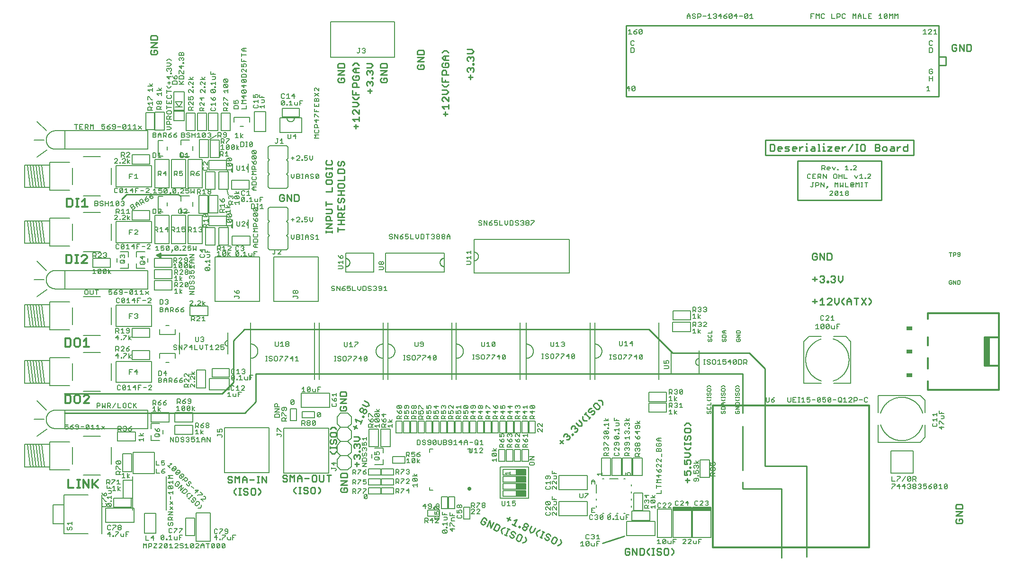
<source format=gto>
G75*
%MOIN*%
%OFA0B0*%
%FSLAX25Y25*%
%IPPOS*%
%LPD*%
%AMOC8*
5,1,8,0,0,1.08239X$1,22.5*
%
%ADD10C,0.01100*%
%ADD11C,0.01000*%
%ADD12C,0.00800*%
%ADD13C,0.00600*%
%ADD14C,0.00700*%
%ADD15C,0.00500*%
%ADD16C,0.01300*%
%ADD17R,0.07500X0.01250*%
%ADD18C,0.01200*%
%ADD19R,0.03000X0.20000*%
%ADD20R,0.04000X0.03000*%
%ADD21R,0.07000X0.04000*%
%ADD22R,0.13000X0.02500*%
%ADD23C,0.02756*%
D10*
X0162905Y0104708D02*
X0163655Y0103958D01*
X0165157Y0103958D01*
X0165907Y0104708D01*
X0165907Y0105459D01*
X0165157Y0106210D01*
X0163655Y0106210D01*
X0162905Y0106960D01*
X0162905Y0107711D01*
X0163655Y0108462D01*
X0165157Y0108462D01*
X0165907Y0107711D01*
X0168061Y0108462D02*
X0169562Y0106960D01*
X0171064Y0108462D01*
X0171064Y0103958D01*
X0173218Y0103958D02*
X0173218Y0106960D01*
X0174719Y0108462D01*
X0176220Y0106960D01*
X0176220Y0103958D01*
X0176220Y0106210D02*
X0173218Y0106210D01*
X0178374Y0106210D02*
X0181377Y0106210D01*
X0183530Y0108462D02*
X0185032Y0108462D01*
X0184281Y0108462D02*
X0184281Y0103958D01*
X0183530Y0103958D02*
X0185032Y0103958D01*
X0186968Y0103958D02*
X0186968Y0108462D01*
X0189970Y0103958D01*
X0189970Y0108462D01*
X0184390Y0100062D02*
X0185891Y0098560D01*
X0185891Y0097059D01*
X0184390Y0095558D01*
X0182236Y0096308D02*
X0182236Y0099311D01*
X0181485Y0100062D01*
X0179984Y0100062D01*
X0179233Y0099311D01*
X0179233Y0096308D01*
X0179984Y0095558D01*
X0181485Y0095558D01*
X0182236Y0096308D01*
X0177080Y0096308D02*
X0176329Y0095558D01*
X0174828Y0095558D01*
X0174077Y0096308D01*
X0174828Y0097810D02*
X0176329Y0097810D01*
X0177080Y0097059D01*
X0177080Y0096308D01*
X0174828Y0097810D02*
X0174077Y0098560D01*
X0174077Y0099311D01*
X0174828Y0100062D01*
X0176329Y0100062D01*
X0177080Y0099311D01*
X0172141Y0100062D02*
X0170639Y0100062D01*
X0171390Y0100062D02*
X0171390Y0095558D01*
X0170639Y0095558D02*
X0172141Y0095558D01*
X0168703Y0095558D02*
X0167202Y0097059D01*
X0167202Y0098560D01*
X0168703Y0100062D01*
X0168061Y0103958D02*
X0168061Y0108462D01*
X0201593Y0108498D02*
X0201593Y0107748D01*
X0202344Y0106997D01*
X0203845Y0106997D01*
X0204596Y0106247D01*
X0204596Y0105496D01*
X0203845Y0104745D01*
X0202344Y0104745D01*
X0201593Y0105496D01*
X0201593Y0108498D02*
X0202344Y0109249D01*
X0203845Y0109249D01*
X0204596Y0108498D01*
X0206750Y0109249D02*
X0208251Y0107748D01*
X0209752Y0109249D01*
X0209752Y0104745D01*
X0211906Y0104745D02*
X0211906Y0107748D01*
X0213407Y0109249D01*
X0214908Y0107748D01*
X0214908Y0104745D01*
X0214908Y0106997D02*
X0211906Y0106997D01*
X0217062Y0106997D02*
X0220065Y0106997D01*
X0222219Y0105496D02*
X0222969Y0104745D01*
X0224471Y0104745D01*
X0225221Y0105496D01*
X0225221Y0108498D01*
X0224471Y0109249D01*
X0222969Y0109249D01*
X0222219Y0108498D01*
X0222219Y0105496D01*
X0222110Y0100849D02*
X0221359Y0100098D01*
X0221359Y0097096D01*
X0222110Y0096345D01*
X0223611Y0096345D01*
X0224362Y0097096D01*
X0224362Y0100098D01*
X0223611Y0100849D01*
X0222110Y0100849D01*
X0219205Y0100098D02*
X0218455Y0100849D01*
X0216954Y0100849D01*
X0216203Y0100098D01*
X0216203Y0099348D01*
X0216954Y0098597D01*
X0218455Y0098597D01*
X0219205Y0097847D01*
X0219205Y0097096D01*
X0218455Y0096345D01*
X0216954Y0096345D01*
X0216203Y0097096D01*
X0214267Y0096345D02*
X0212765Y0096345D01*
X0213516Y0096345D02*
X0213516Y0100849D01*
X0212765Y0100849D02*
X0214267Y0100849D01*
X0210829Y0100849D02*
X0209328Y0099348D01*
X0209328Y0097847D01*
X0210829Y0096345D01*
X0206750Y0104745D02*
X0206750Y0109249D01*
X0227375Y0109249D02*
X0227375Y0105496D01*
X0228126Y0104745D01*
X0229627Y0104745D01*
X0230378Y0105496D01*
X0230378Y0109249D01*
X0232532Y0109249D02*
X0235534Y0109249D01*
X0234033Y0109249D02*
X0234033Y0104745D01*
X0228017Y0099348D02*
X0226516Y0100849D01*
X0228017Y0099348D02*
X0228017Y0097847D01*
X0226516Y0096345D01*
X0242410Y0098111D02*
X0243160Y0097361D01*
X0246163Y0097361D01*
X0246913Y0098111D01*
X0246913Y0099613D01*
X0246163Y0100363D01*
X0244661Y0100363D01*
X0244661Y0098862D01*
X0243160Y0100363D02*
X0242410Y0099613D01*
X0242410Y0098111D01*
X0242410Y0102517D02*
X0246913Y0105520D01*
X0242410Y0105520D01*
X0242410Y0107674D02*
X0242410Y0109925D01*
X0243160Y0110676D01*
X0246163Y0110676D01*
X0246913Y0109925D01*
X0246913Y0107674D01*
X0242410Y0107674D01*
X0242410Y0102517D02*
X0246913Y0102517D01*
X0253698Y0115434D02*
X0253698Y0118436D01*
X0252197Y0116935D02*
X0255200Y0116935D01*
X0255200Y0120590D02*
X0255950Y0121341D01*
X0255950Y0122842D01*
X0255200Y0123593D01*
X0254449Y0123593D01*
X0253698Y0122842D01*
X0253698Y0122091D01*
X0253698Y0122842D02*
X0252948Y0123593D01*
X0252197Y0123593D01*
X0251446Y0122842D01*
X0251446Y0121341D01*
X0252197Y0120590D01*
X0255200Y0125747D02*
X0255200Y0126497D01*
X0255950Y0126497D01*
X0255950Y0125747D01*
X0255200Y0125747D01*
X0255200Y0128325D02*
X0255950Y0129075D01*
X0255950Y0130577D01*
X0255200Y0131327D01*
X0254449Y0131327D01*
X0253698Y0130577D01*
X0253698Y0129826D01*
X0253698Y0130577D02*
X0252948Y0131327D01*
X0252197Y0131327D01*
X0251446Y0130577D01*
X0251446Y0129075D01*
X0252197Y0128325D01*
X0251446Y0133481D02*
X0254449Y0133481D01*
X0255950Y0134982D01*
X0254449Y0136484D01*
X0251446Y0136484D01*
X0251852Y0141794D02*
X0253155Y0144500D01*
X0251151Y0143798D02*
X0253856Y0142496D01*
X0256118Y0145464D02*
X0257420Y0148169D01*
X0256769Y0146817D02*
X0252710Y0148770D01*
X0253412Y0146766D01*
X0257677Y0150436D02*
X0258003Y0151112D01*
X0258679Y0150787D01*
X0258354Y0150110D01*
X0257677Y0150436D01*
X0258795Y0152759D02*
X0258119Y0153084D01*
X0257768Y0154086D01*
X0258419Y0155439D01*
X0259421Y0155790D01*
X0260098Y0155464D01*
X0260448Y0154462D01*
X0259797Y0153110D01*
X0258795Y0152759D01*
X0257768Y0154086D02*
X0256766Y0153735D01*
X0256090Y0154061D01*
X0255739Y0155063D01*
X0256390Y0156416D01*
X0257392Y0156766D01*
X0258068Y0156441D01*
X0258419Y0155439D01*
X0260355Y0157731D02*
X0262359Y0158432D01*
X0261657Y0160436D01*
X0258952Y0161738D01*
X0257650Y0159033D02*
X0260355Y0157731D01*
X0246403Y0157056D02*
X0246403Y0155555D01*
X0245652Y0154804D01*
X0242650Y0154804D01*
X0241899Y0155555D01*
X0241899Y0157056D01*
X0242650Y0157806D01*
X0244151Y0157806D02*
X0244151Y0156305D01*
X0244151Y0157806D02*
X0245652Y0157806D01*
X0246403Y0157056D01*
X0246403Y0159960D02*
X0241899Y0159960D01*
X0246403Y0162963D01*
X0241899Y0162963D01*
X0241899Y0165117D02*
X0241899Y0167369D01*
X0242650Y0168119D01*
X0245652Y0168119D01*
X0246403Y0167369D01*
X0246403Y0165117D01*
X0241899Y0165117D01*
X0237914Y0143178D02*
X0236412Y0143178D01*
X0234911Y0141677D01*
X0235662Y0139523D02*
X0234911Y0138772D01*
X0234911Y0137271D01*
X0235662Y0136521D01*
X0238664Y0136521D01*
X0239415Y0137271D01*
X0239415Y0138772D01*
X0238664Y0139523D01*
X0235662Y0139523D01*
X0237914Y0143178D02*
X0239415Y0141677D01*
X0238664Y0134367D02*
X0239415Y0133616D01*
X0239415Y0132115D01*
X0238664Y0131364D01*
X0237163Y0132115D02*
X0237163Y0133616D01*
X0237914Y0134367D01*
X0238664Y0134367D01*
X0237163Y0132115D02*
X0236412Y0131364D01*
X0235662Y0131364D01*
X0234911Y0132115D01*
X0234911Y0133616D01*
X0235662Y0134367D01*
X0234911Y0129428D02*
X0234911Y0127927D01*
X0234911Y0128677D02*
X0239415Y0128677D01*
X0239415Y0127927D02*
X0239415Y0129428D01*
X0239415Y0125990D02*
X0237914Y0124489D01*
X0236412Y0124489D01*
X0234911Y0125990D01*
X0359283Y0078994D02*
X0362004Y0077725D01*
X0361278Y0079720D02*
X0360009Y0076999D01*
X0363004Y0074774D02*
X0365726Y0073505D01*
X0364365Y0074139D02*
X0366268Y0078221D01*
X0364273Y0077495D01*
X0367995Y0073275D02*
X0367678Y0072594D01*
X0368358Y0072277D01*
X0368675Y0072957D01*
X0367995Y0073275D01*
X0370331Y0072185D02*
X0370649Y0072865D01*
X0371646Y0073228D01*
X0373007Y0072594D01*
X0373370Y0071596D01*
X0373053Y0070916D01*
X0372055Y0070553D01*
X0370695Y0071188D01*
X0370331Y0072185D01*
X0371646Y0073228D02*
X0371283Y0074226D01*
X0371600Y0074906D01*
X0372598Y0075269D01*
X0373959Y0074635D01*
X0374322Y0073637D01*
X0374004Y0072957D01*
X0373007Y0072594D01*
X0375322Y0070686D02*
X0376591Y0073407D01*
X0375322Y0070686D02*
X0376048Y0068691D01*
X0378043Y0069417D01*
X0379312Y0072138D01*
X0380630Y0069868D02*
X0382625Y0070594D01*
X0384380Y0069775D02*
X0385740Y0069141D01*
X0385060Y0069458D02*
X0383157Y0065376D01*
X0383837Y0065059D02*
X0382476Y0065694D01*
X0380721Y0066512D02*
X0379995Y0068507D01*
X0380630Y0069868D01*
X0386861Y0066962D02*
X0387224Y0065964D01*
X0388584Y0065330D01*
X0388948Y0064332D01*
X0388630Y0063652D01*
X0387633Y0063289D01*
X0386272Y0063924D01*
X0385909Y0064921D01*
X0386861Y0066962D02*
X0387178Y0067642D01*
X0388176Y0068005D01*
X0389536Y0067371D01*
X0389899Y0066373D01*
X0391851Y0065463D02*
X0390582Y0062742D01*
X0390945Y0061744D01*
X0392306Y0061110D01*
X0393304Y0061473D01*
X0394572Y0064194D01*
X0394209Y0065192D01*
X0392849Y0065826D01*
X0391851Y0065463D01*
X0396842Y0063964D02*
X0397568Y0061969D01*
X0396933Y0060609D01*
X0394938Y0059882D01*
X0442503Y0056953D02*
X0442503Y0053950D01*
X0443253Y0053200D01*
X0444755Y0053200D01*
X0445505Y0053950D01*
X0445505Y0055452D01*
X0444004Y0055452D01*
X0442503Y0056953D02*
X0443253Y0057703D01*
X0444755Y0057703D01*
X0445505Y0056953D01*
X0447659Y0057703D02*
X0447659Y0053200D01*
X0450662Y0053200D02*
X0447659Y0057703D01*
X0450662Y0057703D02*
X0450662Y0053200D01*
X0452816Y0053200D02*
X0455067Y0053200D01*
X0455818Y0053950D01*
X0455818Y0056953D01*
X0455067Y0057703D01*
X0452816Y0057703D01*
X0452816Y0053200D01*
X0457972Y0054701D02*
X0457972Y0056202D01*
X0459473Y0057703D01*
X0461410Y0057703D02*
X0462911Y0057703D01*
X0462160Y0057703D02*
X0462160Y0053200D01*
X0461410Y0053200D02*
X0462911Y0053200D01*
X0464847Y0053950D02*
X0465598Y0053200D01*
X0467099Y0053200D01*
X0467850Y0053950D01*
X0467850Y0054701D01*
X0467099Y0055452D01*
X0465598Y0055452D01*
X0464847Y0056202D01*
X0464847Y0056953D01*
X0465598Y0057703D01*
X0467099Y0057703D01*
X0467850Y0056953D01*
X0470004Y0056953D02*
X0470004Y0053950D01*
X0470754Y0053200D01*
X0472255Y0053200D01*
X0473006Y0053950D01*
X0473006Y0056953D01*
X0472255Y0057703D01*
X0470754Y0057703D01*
X0470004Y0056953D01*
X0475160Y0057703D02*
X0476661Y0056202D01*
X0476661Y0054701D01*
X0475160Y0053200D01*
X0459473Y0053200D02*
X0457972Y0054701D01*
X0486355Y0104151D02*
X0486355Y0107154D01*
X0484854Y0105653D02*
X0487856Y0105653D01*
X0487856Y0109308D02*
X0488607Y0110058D01*
X0488607Y0111560D01*
X0487856Y0112310D01*
X0486355Y0112310D01*
X0485604Y0111560D01*
X0485604Y0110809D01*
X0486355Y0109308D01*
X0484103Y0109308D01*
X0484103Y0112310D01*
X0487856Y0114464D02*
X0487856Y0115215D01*
X0488607Y0115215D01*
X0488607Y0114464D01*
X0487856Y0114464D01*
X0487856Y0117042D02*
X0488607Y0117793D01*
X0488607Y0119294D01*
X0487856Y0120045D01*
X0486355Y0120045D01*
X0485604Y0119294D01*
X0485604Y0118544D01*
X0486355Y0117042D01*
X0484103Y0117042D01*
X0484103Y0120045D01*
X0484103Y0122199D02*
X0487106Y0122199D01*
X0488607Y0123700D01*
X0487106Y0125201D01*
X0484103Y0125201D01*
X0485604Y0127355D02*
X0484103Y0128856D01*
X0484103Y0130793D02*
X0484103Y0132294D01*
X0484103Y0131543D02*
X0488607Y0131543D01*
X0488607Y0130793D02*
X0488607Y0132294D01*
X0487856Y0134230D02*
X0488607Y0134981D01*
X0488607Y0136482D01*
X0487856Y0137233D01*
X0487106Y0137233D01*
X0486355Y0136482D01*
X0486355Y0134981D01*
X0485604Y0134230D01*
X0484854Y0134230D01*
X0484103Y0134981D01*
X0484103Y0136482D01*
X0484854Y0137233D01*
X0484854Y0139387D02*
X0487856Y0139387D01*
X0488607Y0140137D01*
X0488607Y0141639D01*
X0487856Y0142389D01*
X0484854Y0142389D01*
X0484103Y0141639D01*
X0484103Y0140137D01*
X0484854Y0139387D01*
X0484103Y0144543D02*
X0485604Y0146044D01*
X0487106Y0146044D01*
X0488607Y0144543D01*
X0488607Y0128856D02*
X0487106Y0127355D01*
X0485604Y0127355D01*
X0426639Y0158871D02*
X0426621Y0160994D01*
X0425550Y0162046D01*
X0423427Y0162028D01*
X0422453Y0159965D02*
X0421391Y0159956D01*
X0420339Y0158885D01*
X0420348Y0157824D01*
X0422490Y0155719D01*
X0423551Y0155729D01*
X0424604Y0156799D01*
X0424594Y0157861D01*
X0422453Y0159965D01*
X0418839Y0156288D02*
X0417777Y0156278D01*
X0416725Y0155208D01*
X0416734Y0154146D01*
X0417269Y0153620D01*
X0418331Y0153629D01*
X0419383Y0154700D01*
X0420445Y0154709D01*
X0420980Y0154183D01*
X0420989Y0153122D01*
X0419937Y0152051D01*
X0418876Y0152042D01*
X0418054Y0150134D02*
X0417002Y0149064D01*
X0417528Y0149599D02*
X0414315Y0152756D01*
X0413789Y0152220D02*
X0414841Y0153291D01*
X0412432Y0150839D02*
X0412451Y0148716D01*
X0413521Y0147664D01*
X0415644Y0147683D01*
X0412012Y0146128D02*
X0409870Y0148232D01*
X0407766Y0146091D02*
X0409907Y0143986D01*
X0412030Y0144005D01*
X0412012Y0146128D01*
X0408398Y0142450D02*
X0408933Y0141924D01*
X0408942Y0140862D01*
X0407890Y0139792D01*
X0406828Y0139782D01*
X0405547Y0138479D02*
X0406083Y0137953D01*
X0405557Y0137417D01*
X0405021Y0137943D01*
X0405547Y0138479D01*
X0403512Y0136407D02*
X0403521Y0135346D01*
X0402469Y0134275D01*
X0401407Y0134266D01*
X0401389Y0136389D02*
X0401915Y0136924D01*
X0402976Y0136933D01*
X0403512Y0136407D01*
X0401915Y0136924D02*
X0401906Y0137986D01*
X0401370Y0138512D01*
X0400309Y0138502D01*
X0399256Y0137432D01*
X0399266Y0136370D01*
X0398827Y0133782D02*
X0396722Y0131640D01*
X0396704Y0133763D02*
X0398845Y0131659D01*
X0404687Y0141887D02*
X0404678Y0142948D01*
X0405730Y0144019D01*
X0406791Y0144028D01*
X0407327Y0143502D01*
X0407336Y0142441D01*
X0408398Y0142450D01*
X0407336Y0142441D02*
X0406810Y0141905D01*
X0236361Y0280003D02*
X0236361Y0281504D01*
X0236361Y0280754D02*
X0231857Y0280754D01*
X0231857Y0281504D02*
X0231857Y0280003D01*
X0231857Y0283441D02*
X0236361Y0286443D01*
X0231857Y0286443D01*
X0231857Y0288597D02*
X0231857Y0290849D01*
X0232608Y0291600D01*
X0234109Y0291600D01*
X0234860Y0290849D01*
X0234860Y0288597D01*
X0236361Y0288597D02*
X0231857Y0288597D01*
X0231857Y0283441D02*
X0236361Y0283441D01*
X0240257Y0283865D02*
X0240257Y0280862D01*
X0240257Y0282364D02*
X0244761Y0282364D01*
X0244761Y0286019D02*
X0240257Y0286019D01*
X0242509Y0286019D02*
X0242509Y0289021D01*
X0240257Y0289021D02*
X0244761Y0289021D01*
X0244761Y0291175D02*
X0240257Y0291175D01*
X0240257Y0293427D01*
X0241008Y0294178D01*
X0242509Y0294178D01*
X0243260Y0293427D01*
X0243260Y0291175D01*
X0243260Y0292677D02*
X0244761Y0294178D01*
X0244761Y0296332D02*
X0244761Y0299334D01*
X0244010Y0301488D02*
X0244761Y0302239D01*
X0244761Y0303740D01*
X0244010Y0304491D01*
X0243260Y0304491D01*
X0242509Y0303740D01*
X0242509Y0302239D01*
X0241758Y0301488D01*
X0241008Y0301488D01*
X0240257Y0302239D01*
X0240257Y0303740D01*
X0241008Y0304491D01*
X0240257Y0306644D02*
X0244761Y0306644D01*
X0242509Y0306644D02*
X0242509Y0309647D01*
X0240257Y0309647D02*
X0244761Y0309647D01*
X0244010Y0311801D02*
X0244761Y0312551D01*
X0244761Y0314053D01*
X0244010Y0314803D01*
X0241008Y0314803D01*
X0240257Y0314053D01*
X0240257Y0312551D01*
X0241008Y0311801D01*
X0244010Y0311801D01*
X0244761Y0316957D02*
X0244761Y0319960D01*
X0244761Y0322114D02*
X0244761Y0324366D01*
X0244010Y0325116D01*
X0241008Y0325116D01*
X0240257Y0324366D01*
X0240257Y0322114D01*
X0244761Y0322114D01*
X0244761Y0316957D02*
X0240257Y0316957D01*
X0236361Y0316631D02*
X0235610Y0317382D01*
X0232608Y0317382D01*
X0231857Y0316631D01*
X0231857Y0315130D01*
X0232608Y0314379D01*
X0235610Y0314379D01*
X0236361Y0315130D01*
X0236361Y0316631D01*
X0235610Y0319535D02*
X0236361Y0320286D01*
X0236361Y0321787D01*
X0235610Y0322538D01*
X0234109Y0322538D01*
X0234109Y0321037D01*
X0232608Y0322538D02*
X0231857Y0321787D01*
X0231857Y0320286D01*
X0232608Y0319535D01*
X0235610Y0319535D01*
X0236361Y0324692D02*
X0236361Y0326193D01*
X0236361Y0325442D02*
X0231857Y0325442D01*
X0231857Y0324692D02*
X0231857Y0326193D01*
X0232608Y0328129D02*
X0235610Y0328129D01*
X0236361Y0328880D01*
X0236361Y0330381D01*
X0235610Y0331132D01*
X0232608Y0331132D02*
X0231857Y0330381D01*
X0231857Y0328880D01*
X0232608Y0328129D01*
X0240257Y0328021D02*
X0241008Y0327270D01*
X0241758Y0327270D01*
X0242509Y0328021D01*
X0242509Y0329522D01*
X0243260Y0330273D01*
X0244010Y0330273D01*
X0244761Y0329522D01*
X0244761Y0328021D01*
X0244010Y0327270D01*
X0240257Y0328021D02*
X0240257Y0329522D01*
X0241008Y0330273D01*
X0236361Y0312225D02*
X0236361Y0309223D01*
X0231857Y0309223D01*
X0231857Y0301912D02*
X0231857Y0298910D01*
X0231857Y0300411D02*
X0236361Y0300411D01*
X0235610Y0296756D02*
X0231857Y0296756D01*
X0231857Y0293753D02*
X0235610Y0293753D01*
X0236361Y0294504D01*
X0236361Y0296005D01*
X0235610Y0296756D01*
X0240257Y0296332D02*
X0244761Y0296332D01*
X0242509Y0296332D02*
X0242509Y0297833D01*
X0240257Y0299334D02*
X0240257Y0296332D01*
X0252974Y0353498D02*
X0252974Y0356501D01*
X0251473Y0355000D02*
X0254476Y0355000D01*
X0255226Y0358655D02*
X0255226Y0361657D01*
X0255226Y0360156D02*
X0250723Y0360156D01*
X0252224Y0358655D01*
X0251473Y0363811D02*
X0250723Y0364562D01*
X0250723Y0366063D01*
X0251473Y0366814D01*
X0252224Y0366814D01*
X0255226Y0363811D01*
X0255226Y0366814D01*
X0253725Y0368968D02*
X0255226Y0370469D01*
X0253725Y0371970D01*
X0250723Y0371970D01*
X0252224Y0374124D02*
X0250723Y0375625D01*
X0250723Y0377562D02*
X0250723Y0380564D01*
X0250723Y0382718D02*
X0250723Y0384970D01*
X0251473Y0385720D01*
X0252974Y0385720D01*
X0253725Y0384970D01*
X0253725Y0382718D01*
X0255226Y0382718D02*
X0250723Y0382718D01*
X0252974Y0379063D02*
X0252974Y0377562D01*
X0250723Y0377562D02*
X0255226Y0377562D01*
X0255226Y0375625D02*
X0253725Y0374124D01*
X0252224Y0374124D01*
X0250723Y0368968D02*
X0253725Y0368968D01*
X0262817Y0378421D02*
X0262817Y0381424D01*
X0261316Y0379922D02*
X0264318Y0379922D01*
X0264318Y0383577D02*
X0265069Y0384328D01*
X0265069Y0385829D01*
X0264318Y0386580D01*
X0263568Y0386580D01*
X0262817Y0385829D01*
X0262817Y0385079D01*
X0262817Y0385829D02*
X0262066Y0386580D01*
X0261316Y0386580D01*
X0260565Y0385829D01*
X0260565Y0384328D01*
X0261316Y0383577D01*
X0264318Y0388734D02*
X0264318Y0389484D01*
X0265069Y0389484D01*
X0265069Y0388734D01*
X0264318Y0388734D01*
X0264318Y0391312D02*
X0265069Y0392063D01*
X0265069Y0393564D01*
X0264318Y0394315D01*
X0263568Y0394315D01*
X0262817Y0393564D01*
X0262817Y0392813D01*
X0262817Y0393564D02*
X0262066Y0394315D01*
X0261316Y0394315D01*
X0260565Y0393564D01*
X0260565Y0392063D01*
X0261316Y0391312D01*
X0260565Y0396468D02*
X0263568Y0396468D01*
X0265069Y0397970D01*
X0263568Y0399471D01*
X0260565Y0399471D01*
X0255226Y0398187D02*
X0253725Y0399688D01*
X0252224Y0399688D01*
X0250723Y0398187D01*
X0252224Y0396033D02*
X0255226Y0396033D01*
X0252974Y0396033D02*
X0252974Y0393031D01*
X0252224Y0393031D02*
X0250723Y0394532D01*
X0252224Y0396033D01*
X0252224Y0393031D02*
X0255226Y0393031D01*
X0254476Y0390877D02*
X0252974Y0390877D01*
X0252974Y0389376D01*
X0251473Y0390877D02*
X0250723Y0390126D01*
X0250723Y0388625D01*
X0251473Y0387874D01*
X0254476Y0387874D01*
X0255226Y0388625D01*
X0255226Y0390126D01*
X0254476Y0390877D01*
X0244892Y0391312D02*
X0240388Y0391312D01*
X0244892Y0394315D01*
X0240388Y0394315D01*
X0240388Y0396468D02*
X0240388Y0398720D01*
X0241139Y0399471D01*
X0244141Y0399471D01*
X0244892Y0398720D01*
X0244892Y0396468D01*
X0240388Y0396468D01*
X0241139Y0389158D02*
X0240388Y0388407D01*
X0240388Y0386906D01*
X0241139Y0386156D01*
X0244141Y0386156D01*
X0244892Y0386906D01*
X0244892Y0388407D01*
X0244141Y0389158D01*
X0242640Y0389158D01*
X0242640Y0387657D01*
X0270408Y0386906D02*
X0271158Y0386156D01*
X0274161Y0386156D01*
X0274911Y0386906D01*
X0274911Y0388407D01*
X0274161Y0389158D01*
X0272659Y0389158D01*
X0272659Y0387657D01*
X0271158Y0389158D02*
X0270408Y0388407D01*
X0270408Y0386906D01*
X0270408Y0391312D02*
X0274911Y0394315D01*
X0270408Y0394315D01*
X0270408Y0396468D02*
X0270408Y0398720D01*
X0271158Y0399471D01*
X0274161Y0399471D01*
X0274911Y0398720D01*
X0274911Y0396468D01*
X0270408Y0396468D01*
X0270408Y0391312D02*
X0274911Y0391312D01*
X0544658Y0342305D02*
X0544658Y0337801D01*
X0546910Y0337801D01*
X0547661Y0338552D01*
X0547661Y0341554D01*
X0546910Y0342305D01*
X0544658Y0342305D01*
X0549814Y0340053D02*
X0550565Y0340804D01*
X0552066Y0340804D01*
X0552817Y0340053D01*
X0552817Y0339302D01*
X0549814Y0339302D01*
X0549814Y0338552D02*
X0549814Y0340053D01*
X0549814Y0338552D02*
X0550565Y0337801D01*
X0552066Y0337801D01*
X0554971Y0337801D02*
X0557223Y0337801D01*
X0557973Y0338552D01*
X0557223Y0339302D01*
X0555721Y0339302D01*
X0554971Y0340053D01*
X0555721Y0340804D01*
X0557973Y0340804D01*
X0560127Y0340053D02*
X0560878Y0340804D01*
X0562379Y0340804D01*
X0563130Y0340053D01*
X0563130Y0339302D01*
X0560127Y0339302D01*
X0560127Y0338552D02*
X0560127Y0340053D01*
X0560127Y0338552D02*
X0560878Y0337801D01*
X0562379Y0337801D01*
X0565284Y0337801D02*
X0565284Y0340804D01*
X0566785Y0340804D02*
X0567536Y0340804D01*
X0566785Y0340804D02*
X0565284Y0339302D01*
X0569581Y0337801D02*
X0571082Y0337801D01*
X0570331Y0337801D02*
X0570331Y0340804D01*
X0569581Y0340804D01*
X0570331Y0342305D02*
X0570331Y0343056D01*
X0573769Y0340804D02*
X0575270Y0340804D01*
X0576021Y0340053D01*
X0576021Y0337801D01*
X0573769Y0337801D01*
X0573018Y0338552D01*
X0573769Y0339302D01*
X0576021Y0339302D01*
X0578175Y0337801D02*
X0579676Y0337801D01*
X0578925Y0337801D02*
X0578925Y0342305D01*
X0578175Y0342305D01*
X0581612Y0340804D02*
X0582363Y0340804D01*
X0582363Y0337801D01*
X0581612Y0337801D02*
X0583114Y0337801D01*
X0585050Y0337801D02*
X0588052Y0337801D01*
X0590206Y0338552D02*
X0590206Y0340053D01*
X0590957Y0340804D01*
X0592458Y0340804D01*
X0593209Y0340053D01*
X0593209Y0339302D01*
X0590206Y0339302D01*
X0590206Y0338552D02*
X0590957Y0337801D01*
X0592458Y0337801D01*
X0595363Y0337801D02*
X0595363Y0340804D01*
X0596864Y0340804D02*
X0597615Y0340804D01*
X0596864Y0340804D02*
X0595363Y0339302D01*
X0599660Y0337801D02*
X0602662Y0342305D01*
X0604816Y0342305D02*
X0606317Y0342305D01*
X0605567Y0342305D02*
X0605567Y0337801D01*
X0606317Y0337801D02*
X0604816Y0337801D01*
X0608254Y0338552D02*
X0609004Y0337801D01*
X0610506Y0337801D01*
X0611256Y0338552D01*
X0611256Y0341554D01*
X0610506Y0342305D01*
X0609004Y0342305D01*
X0608254Y0341554D01*
X0608254Y0338552D01*
X0618566Y0337801D02*
X0620818Y0337801D01*
X0621569Y0338552D01*
X0621569Y0339302D01*
X0620818Y0340053D01*
X0618566Y0340053D01*
X0618566Y0337801D02*
X0618566Y0342305D01*
X0620818Y0342305D01*
X0621569Y0341554D01*
X0621569Y0340804D01*
X0620818Y0340053D01*
X0623723Y0340053D02*
X0623723Y0338552D01*
X0624473Y0337801D01*
X0625975Y0337801D01*
X0626725Y0338552D01*
X0626725Y0340053D01*
X0625975Y0340804D01*
X0624473Y0340804D01*
X0623723Y0340053D01*
X0628879Y0338552D02*
X0629630Y0337801D01*
X0631882Y0337801D01*
X0631882Y0340053D01*
X0631131Y0340804D01*
X0629630Y0340804D01*
X0629630Y0339302D02*
X0631882Y0339302D01*
X0634036Y0339302D02*
X0635537Y0340804D01*
X0636288Y0340804D01*
X0638333Y0340053D02*
X0639083Y0340804D01*
X0641335Y0340804D01*
X0641335Y0342305D02*
X0641335Y0337801D01*
X0639083Y0337801D01*
X0638333Y0338552D01*
X0638333Y0340053D01*
X0634036Y0340804D02*
X0634036Y0337801D01*
X0629630Y0339302D02*
X0628879Y0338552D01*
X0588052Y0340804D02*
X0585050Y0337801D01*
X0585050Y0340804D02*
X0588052Y0340804D01*
X0582363Y0342305D02*
X0582363Y0343056D01*
D11*
X0563996Y0330701D02*
X0623051Y0330701D01*
X0623051Y0303142D01*
X0563996Y0303142D01*
X0563996Y0330701D01*
X0541358Y0334638D02*
X0541358Y0345465D01*
X0645689Y0345465D01*
X0645689Y0334638D01*
X0541358Y0334638D01*
X0575165Y0265583D02*
X0574398Y0264816D01*
X0574398Y0261747D01*
X0575165Y0260980D01*
X0576700Y0260980D01*
X0577467Y0261747D01*
X0577467Y0263281D01*
X0575932Y0263281D01*
X0577467Y0264816D02*
X0576700Y0265583D01*
X0575165Y0265583D01*
X0579554Y0265583D02*
X0582623Y0260980D01*
X0582623Y0265583D01*
X0584710Y0265583D02*
X0584710Y0260980D01*
X0587012Y0260980D01*
X0587780Y0261747D01*
X0587780Y0264816D01*
X0587012Y0265583D01*
X0584710Y0265583D01*
X0579554Y0265583D02*
X0579554Y0260980D01*
X0580321Y0249835D02*
X0581856Y0249835D01*
X0582623Y0249068D01*
X0582623Y0248301D01*
X0581856Y0247533D01*
X0582623Y0246766D01*
X0582623Y0245999D01*
X0581856Y0245231D01*
X0580321Y0245231D01*
X0579554Y0245999D01*
X0581089Y0247533D02*
X0581856Y0247533D01*
X0579554Y0249068D02*
X0580321Y0249835D01*
X0577467Y0247533D02*
X0574398Y0247533D01*
X0575932Y0245999D02*
X0575932Y0249068D01*
X0584710Y0245999D02*
X0585478Y0245999D01*
X0585478Y0245231D01*
X0584710Y0245231D01*
X0584710Y0245999D01*
X0587289Y0245999D02*
X0588056Y0245231D01*
X0589591Y0245231D01*
X0590358Y0245999D01*
X0590358Y0246766D01*
X0589591Y0247533D01*
X0588823Y0247533D01*
X0589591Y0247533D02*
X0590358Y0248301D01*
X0590358Y0249068D01*
X0589591Y0249835D01*
X0588056Y0249835D01*
X0587289Y0249068D01*
X0592445Y0249835D02*
X0592445Y0246766D01*
X0593980Y0245231D01*
X0595514Y0246766D01*
X0595514Y0249835D01*
X0596558Y0234087D02*
X0595023Y0232553D01*
X0595023Y0231018D01*
X0596558Y0229483D01*
X0598461Y0229483D02*
X0598461Y0232553D01*
X0599995Y0234087D01*
X0601530Y0232553D01*
X0601530Y0229483D01*
X0601530Y0231785D02*
X0598461Y0231785D01*
X0592936Y0231018D02*
X0592936Y0234087D01*
X0592936Y0231018D02*
X0591401Y0229483D01*
X0589867Y0231018D01*
X0589867Y0234087D01*
X0587780Y0233320D02*
X0587012Y0234087D01*
X0585478Y0234087D01*
X0584710Y0233320D01*
X0587780Y0233320D02*
X0587780Y0232553D01*
X0584710Y0229483D01*
X0587780Y0229483D01*
X0582623Y0229483D02*
X0579554Y0229483D01*
X0581089Y0229483D02*
X0581089Y0234087D01*
X0579554Y0232553D01*
X0577467Y0231785D02*
X0574398Y0231785D01*
X0575932Y0230251D02*
X0575932Y0233320D01*
X0603617Y0234087D02*
X0606687Y0234087D01*
X0605152Y0234087D02*
X0605152Y0229483D01*
X0608774Y0229483D02*
X0611843Y0234087D01*
X0613930Y0234087D02*
X0615465Y0232553D01*
X0615465Y0231018D01*
X0613930Y0229483D01*
X0611843Y0229483D02*
X0608774Y0234087D01*
X0540870Y0184539D02*
X0540870Y0115642D01*
X0570398Y0115642D01*
X0570398Y0051665D01*
X0552681Y0051173D02*
X0552681Y0099894D01*
X0525122Y0099894D01*
X0525122Y0104323D01*
X0525122Y0112689D02*
X0525122Y0143693D01*
X0525122Y0153043D02*
X0525122Y0180602D01*
X0182665Y0180602D01*
X0182665Y0160917D01*
X0174791Y0153043D01*
X0047760Y0153043D01*
X0047760Y0166823D02*
X0158980Y0166823D01*
X0166854Y0174697D01*
X0166854Y0204224D01*
X0174728Y0212098D01*
X0459177Y0212098D01*
X0475909Y0195366D01*
X0530043Y0195366D01*
X0540870Y0184539D01*
X0675275Y0088060D02*
X0676042Y0088827D01*
X0679111Y0088827D01*
X0679879Y0088060D01*
X0679879Y0085758D01*
X0675275Y0085758D01*
X0675275Y0088060D01*
X0675275Y0083671D02*
X0679879Y0083671D01*
X0675275Y0080601D01*
X0679879Y0080601D01*
X0679111Y0078514D02*
X0677577Y0078514D01*
X0677577Y0076979D01*
X0679111Y0075445D02*
X0679879Y0076212D01*
X0679879Y0077747D01*
X0679111Y0078514D01*
X0676042Y0078514D02*
X0675275Y0077747D01*
X0675275Y0076212D01*
X0676042Y0075445D01*
X0679111Y0075445D01*
X0441953Y0066429D02*
X0426697Y0061508D01*
X0372902Y0063721D02*
X0372253Y0062330D01*
X0370214Y0061588D01*
X0368647Y0063165D02*
X0369944Y0065947D01*
X0369573Y0066967D01*
X0368182Y0067615D01*
X0367162Y0067244D01*
X0365865Y0064462D01*
X0366236Y0063443D01*
X0367627Y0062794D01*
X0368647Y0063165D01*
X0372902Y0063721D02*
X0372160Y0065760D01*
X0365271Y0068126D02*
X0364899Y0069146D01*
X0363509Y0069794D01*
X0362489Y0069423D01*
X0362165Y0068728D01*
X0362536Y0067708D01*
X0363927Y0067059D01*
X0364298Y0066040D01*
X0363973Y0065344D01*
X0362954Y0064973D01*
X0361563Y0065622D01*
X0361192Y0066641D01*
X0359143Y0066750D02*
X0357752Y0067399D01*
X0358447Y0067075D02*
X0360393Y0071247D01*
X0359698Y0071571D02*
X0361088Y0070923D01*
X0357973Y0072376D02*
X0355934Y0071633D01*
X0355285Y0070242D01*
X0356027Y0068203D01*
X0353069Y0070429D02*
X0354366Y0073211D01*
X0353995Y0074230D01*
X0351909Y0075203D01*
X0349963Y0071031D01*
X0352049Y0070058D01*
X0353069Y0070429D01*
X0348072Y0071913D02*
X0350017Y0076085D01*
X0347236Y0077383D02*
X0348072Y0071913D01*
X0345290Y0073210D02*
X0347236Y0077383D01*
X0345020Y0077569D02*
X0344649Y0078589D01*
X0343258Y0079237D01*
X0342238Y0078866D01*
X0340941Y0076085D01*
X0341312Y0075065D01*
X0342703Y0074416D01*
X0343723Y0074787D01*
X0344371Y0076178D01*
X0342980Y0076827D01*
X0134079Y0264264D02*
X0112720Y0264264D01*
X0115673Y0262787D01*
X0115673Y0265740D01*
X0112720Y0264264D01*
X0115181Y0264756D02*
X0115181Y0263772D01*
X0129453Y0306094D02*
X0127976Y0307079D01*
X0091559Y0307079D01*
X0088114Y0303634D01*
X0199406Y0303154D02*
X0200173Y0302387D01*
X0201707Y0302387D01*
X0202475Y0303154D01*
X0202475Y0304689D01*
X0200940Y0304689D01*
X0199406Y0306223D02*
X0199406Y0303154D01*
X0199406Y0306223D02*
X0200173Y0306991D01*
X0201707Y0306991D01*
X0202475Y0306223D01*
X0204562Y0306991D02*
X0207631Y0302387D01*
X0207631Y0306991D01*
X0209718Y0306991D02*
X0209718Y0302387D01*
X0212020Y0302387D01*
X0212788Y0303154D01*
X0212788Y0306223D01*
X0212020Y0306991D01*
X0209718Y0306991D01*
X0204562Y0306991D02*
X0204562Y0302387D01*
X0313665Y0368974D02*
X0318269Y0368974D01*
X0318269Y0367439D02*
X0318269Y0370509D01*
X0318269Y0372596D02*
X0315199Y0375665D01*
X0314432Y0375665D01*
X0313665Y0374898D01*
X0313665Y0373363D01*
X0314432Y0372596D01*
X0313665Y0368974D02*
X0315199Y0367439D01*
X0315967Y0365352D02*
X0315967Y0362283D01*
X0314432Y0363818D02*
X0317501Y0363818D01*
X0318269Y0372596D02*
X0318269Y0375665D01*
X0316734Y0377752D02*
X0318269Y0379287D01*
X0316734Y0380821D01*
X0313665Y0380821D01*
X0315199Y0382909D02*
X0313665Y0384443D01*
X0313665Y0386346D02*
X0313665Y0389415D01*
X0313665Y0391503D02*
X0313665Y0393805D01*
X0314432Y0394572D01*
X0315967Y0394572D01*
X0316734Y0393805D01*
X0316734Y0391503D01*
X0318269Y0391503D02*
X0313665Y0391503D01*
X0315967Y0387881D02*
X0315967Y0386346D01*
X0318269Y0386346D02*
X0313665Y0386346D01*
X0315199Y0382909D02*
X0316734Y0382909D01*
X0318269Y0384443D01*
X0316734Y0377752D02*
X0313665Y0377752D01*
X0332188Y0389724D02*
X0335257Y0389724D01*
X0333722Y0388190D02*
X0333722Y0391259D01*
X0332188Y0393346D02*
X0331420Y0394114D01*
X0331420Y0395648D01*
X0332188Y0396416D01*
X0332955Y0396416D01*
X0333722Y0395648D01*
X0334490Y0396416D01*
X0335257Y0396416D01*
X0336024Y0395648D01*
X0336024Y0394114D01*
X0335257Y0393346D01*
X0333722Y0394881D02*
X0333722Y0395648D01*
X0335257Y0398503D02*
X0335257Y0399270D01*
X0336024Y0399270D01*
X0336024Y0398503D01*
X0335257Y0398503D01*
X0335257Y0401081D02*
X0336024Y0401848D01*
X0336024Y0403383D01*
X0335257Y0404150D01*
X0334490Y0404150D01*
X0333722Y0403383D01*
X0333722Y0402615D01*
X0333722Y0403383D02*
X0332955Y0404150D01*
X0332188Y0404150D01*
X0331420Y0403383D01*
X0331420Y0401848D01*
X0332188Y0401081D01*
X0331420Y0406237D02*
X0334490Y0406237D01*
X0336024Y0407772D01*
X0334490Y0409307D01*
X0331420Y0409307D01*
X0318269Y0406972D02*
X0316734Y0408506D01*
X0315199Y0408506D01*
X0313665Y0406972D01*
X0315199Y0404885D02*
X0313665Y0403350D01*
X0315199Y0401815D01*
X0318269Y0401815D01*
X0317501Y0399728D02*
X0315967Y0399728D01*
X0315967Y0398194D01*
X0317501Y0399728D02*
X0318269Y0398961D01*
X0318269Y0397426D01*
X0317501Y0396659D01*
X0314432Y0396659D01*
X0313665Y0397426D01*
X0313665Y0398961D01*
X0314432Y0399728D01*
X0315967Y0401815D02*
X0315967Y0404885D01*
X0315199Y0404885D02*
X0318269Y0404885D01*
X0301013Y0405745D02*
X0301013Y0408047D01*
X0300245Y0408814D01*
X0297176Y0408814D01*
X0296409Y0408047D01*
X0296409Y0405745D01*
X0301013Y0405745D01*
X0301013Y0403658D02*
X0296409Y0403658D01*
X0296409Y0400589D02*
X0301013Y0403658D01*
X0301013Y0400589D02*
X0296409Y0400589D01*
X0297176Y0398502D02*
X0296409Y0397734D01*
X0296409Y0396200D01*
X0297176Y0395432D01*
X0300245Y0395432D01*
X0301013Y0396200D01*
X0301013Y0397734D01*
X0300245Y0398502D01*
X0298711Y0398502D01*
X0298711Y0396967D01*
X0443091Y0376185D02*
X0663091Y0376185D01*
X0663091Y0398185D01*
X0668091Y0398185D01*
X0668091Y0404185D01*
X0663091Y0404185D01*
X0663091Y0398185D01*
X0663091Y0404185D02*
X0663091Y0426185D01*
X0443091Y0426185D01*
X0443091Y0376185D01*
X0672661Y0408963D02*
X0673429Y0408196D01*
X0674963Y0408196D01*
X0675731Y0408963D01*
X0675731Y0410498D01*
X0674196Y0410498D01*
X0672661Y0412033D02*
X0672661Y0408963D01*
X0672661Y0412033D02*
X0673429Y0412800D01*
X0674963Y0412800D01*
X0675731Y0412033D01*
X0677818Y0412800D02*
X0680887Y0408196D01*
X0680887Y0412800D01*
X0682974Y0412800D02*
X0685276Y0412800D01*
X0686043Y0412033D01*
X0686043Y0408963D01*
X0685276Y0408196D01*
X0682974Y0408196D01*
X0682974Y0412800D01*
X0677818Y0412800D02*
X0677818Y0408196D01*
X0113123Y0407990D02*
X0112356Y0408758D01*
X0110821Y0408758D01*
X0110821Y0407223D01*
X0109286Y0405688D02*
X0112356Y0405688D01*
X0113123Y0406456D01*
X0113123Y0407990D01*
X0113123Y0410845D02*
X0108519Y0410845D01*
X0113123Y0413914D01*
X0108519Y0413914D01*
X0108519Y0416001D02*
X0108519Y0418303D01*
X0109286Y0419070D01*
X0112356Y0419070D01*
X0113123Y0418303D01*
X0113123Y0416001D01*
X0108519Y0416001D01*
X0109286Y0408758D02*
X0108519Y0407990D01*
X0108519Y0406456D01*
X0109286Y0405688D01*
D12*
X0079950Y0069300D02*
X0079950Y0066097D01*
X0080484Y0067698D02*
X0078349Y0067698D01*
X0079950Y0069300D01*
X0079966Y0070746D02*
X0080500Y0071280D01*
X0079966Y0070746D02*
X0078898Y0070746D01*
X0078365Y0071280D01*
X0078365Y0073415D01*
X0078898Y0073949D01*
X0079966Y0073949D01*
X0080500Y0073415D01*
X0082048Y0073949D02*
X0084183Y0073949D01*
X0084183Y0073415D01*
X0082048Y0071280D01*
X0082048Y0070746D01*
X0083874Y0069300D02*
X0086009Y0069300D01*
X0086009Y0068766D01*
X0083874Y0066631D01*
X0083874Y0066097D01*
X0082566Y0066097D02*
X0082032Y0066097D01*
X0082032Y0066631D01*
X0082566Y0066631D01*
X0082566Y0066097D01*
X0087557Y0066631D02*
X0088090Y0066097D01*
X0089692Y0066097D01*
X0089692Y0068232D01*
X0091240Y0067698D02*
X0092307Y0067698D01*
X0091240Y0066097D02*
X0091240Y0069300D01*
X0093375Y0069300D01*
X0087866Y0071280D02*
X0087332Y0070746D01*
X0086265Y0070746D01*
X0085731Y0071280D01*
X0085731Y0071814D01*
X0086265Y0072348D01*
X0087332Y0072348D01*
X0087866Y0071814D01*
X0087866Y0071280D01*
X0087332Y0072348D02*
X0087866Y0072882D01*
X0087866Y0073415D01*
X0087332Y0073949D01*
X0086265Y0073949D01*
X0085731Y0073415D01*
X0085731Y0072882D01*
X0086265Y0072348D01*
X0087557Y0068232D02*
X0087557Y0066631D01*
X0103546Y0061229D02*
X0104613Y0060161D01*
X0105681Y0061229D01*
X0105681Y0058026D01*
X0107229Y0058026D02*
X0107229Y0061229D01*
X0108830Y0061229D01*
X0109364Y0060695D01*
X0109364Y0059627D01*
X0108830Y0059094D01*
X0107229Y0059094D01*
X0110912Y0058560D02*
X0110912Y0058026D01*
X0113047Y0058026D01*
X0114595Y0058026D02*
X0116730Y0060161D01*
X0116730Y0060695D01*
X0116196Y0061229D01*
X0115129Y0061229D01*
X0114595Y0060695D01*
X0113047Y0060695D02*
X0110912Y0058560D01*
X0110912Y0061229D02*
X0113047Y0061229D01*
X0113047Y0060695D01*
X0114595Y0058026D02*
X0116730Y0058026D01*
X0118278Y0058560D02*
X0120413Y0060695D01*
X0120413Y0058560D01*
X0119880Y0058026D01*
X0118812Y0058026D01*
X0118278Y0058560D01*
X0118278Y0060695D01*
X0118812Y0061229D01*
X0119880Y0061229D01*
X0120413Y0060695D01*
X0121961Y0060161D02*
X0123029Y0061229D01*
X0123029Y0058026D01*
X0121961Y0058026D02*
X0124097Y0058026D01*
X0125645Y0058026D02*
X0127780Y0060161D01*
X0127780Y0060695D01*
X0127246Y0061229D01*
X0126178Y0061229D01*
X0125645Y0060695D01*
X0125645Y0058026D02*
X0127780Y0058026D01*
X0129328Y0058560D02*
X0129861Y0058026D01*
X0130929Y0058026D01*
X0131463Y0058560D01*
X0131463Y0059094D01*
X0130929Y0059627D01*
X0129861Y0059627D01*
X0129328Y0060161D01*
X0129328Y0060695D01*
X0129861Y0061229D01*
X0130929Y0061229D01*
X0131463Y0060695D01*
X0133011Y0060161D02*
X0134078Y0061229D01*
X0134078Y0058026D01*
X0133011Y0058026D02*
X0135146Y0058026D01*
X0136694Y0058560D02*
X0138829Y0060695D01*
X0138829Y0058560D01*
X0138295Y0058026D01*
X0137228Y0058026D01*
X0136694Y0058560D01*
X0136694Y0060695D01*
X0137228Y0061229D01*
X0138295Y0061229D01*
X0138829Y0060695D01*
X0140377Y0060695D02*
X0140911Y0061229D01*
X0141978Y0061229D01*
X0142512Y0060695D01*
X0142512Y0060161D01*
X0140377Y0058026D01*
X0142512Y0058026D01*
X0144060Y0058026D02*
X0144060Y0060161D01*
X0145128Y0061229D01*
X0146195Y0060161D01*
X0146195Y0058026D01*
X0146195Y0059627D02*
X0144060Y0059627D01*
X0147743Y0061229D02*
X0149879Y0061229D01*
X0148811Y0061229D02*
X0148811Y0058026D01*
X0151427Y0058560D02*
X0153562Y0060695D01*
X0153562Y0058560D01*
X0153028Y0058026D01*
X0151960Y0058026D01*
X0151427Y0058560D01*
X0151427Y0060695D01*
X0151960Y0061229D01*
X0153028Y0061229D01*
X0153562Y0060695D01*
X0155110Y0060695D02*
X0155643Y0061229D01*
X0156711Y0061229D01*
X0157245Y0060695D01*
X0155110Y0058560D01*
X0155643Y0058026D01*
X0156711Y0058026D01*
X0157245Y0058560D01*
X0157245Y0060695D01*
X0158793Y0060695D02*
X0159327Y0061229D01*
X0160394Y0061229D01*
X0160928Y0060695D01*
X0158793Y0058560D01*
X0159327Y0058026D01*
X0160394Y0058026D01*
X0160928Y0058560D01*
X0160928Y0060695D01*
X0158793Y0060695D02*
X0158793Y0058560D01*
X0155110Y0058560D02*
X0155110Y0060695D01*
X0155036Y0063737D02*
X0155036Y0066939D01*
X0153435Y0065338D01*
X0155570Y0065338D01*
X0157118Y0064270D02*
X0157652Y0064270D01*
X0157652Y0063737D01*
X0157118Y0063737D01*
X0157118Y0064270D01*
X0158960Y0064270D02*
X0158960Y0063737D01*
X0158960Y0064270D02*
X0161095Y0066406D01*
X0161095Y0066939D01*
X0158960Y0066939D01*
X0157134Y0068091D02*
X0157134Y0068625D01*
X0159269Y0070760D01*
X0159269Y0071294D01*
X0157134Y0071294D01*
X0155586Y0070760D02*
X0155052Y0071294D01*
X0153984Y0071294D01*
X0153451Y0070760D01*
X0153451Y0068625D01*
X0153984Y0068091D01*
X0155052Y0068091D01*
X0155586Y0068625D01*
X0160817Y0068625D02*
X0161351Y0068091D01*
X0162418Y0068091D01*
X0162952Y0068625D01*
X0162952Y0070760D01*
X0162418Y0071294D01*
X0161351Y0071294D01*
X0160817Y0070760D01*
X0160817Y0070226D01*
X0161351Y0069692D01*
X0162952Y0069692D01*
X0162643Y0065872D02*
X0162643Y0064270D01*
X0163177Y0063737D01*
X0164778Y0063737D01*
X0164778Y0065872D01*
X0166326Y0065338D02*
X0167394Y0065338D01*
X0168461Y0066939D02*
X0166326Y0066939D01*
X0166326Y0063737D01*
X0145521Y0091020D02*
X0144016Y0092535D01*
X0147036Y0092524D01*
X0147415Y0092900D01*
X0147417Y0093655D01*
X0146665Y0094413D01*
X0145910Y0094416D01*
X0144820Y0095514D02*
X0141800Y0095524D01*
X0141421Y0095148D01*
X0139954Y0096626D02*
X0142227Y0098882D01*
X0139962Y0098890D01*
X0141467Y0097375D01*
X0143694Y0097405D02*
X0145198Y0095890D01*
X0144820Y0095514D01*
X0138871Y0099989D02*
X0137367Y0101504D01*
X0135897Y0102226D02*
X0135519Y0101850D01*
X0134764Y0101852D01*
X0134012Y0102610D01*
X0134014Y0103365D01*
X0135148Y0103738D02*
X0135150Y0104493D01*
X0135529Y0104869D01*
X0136284Y0104867D01*
X0137036Y0104109D01*
X0137034Y0103354D01*
X0135900Y0102981D02*
X0135897Y0102226D01*
X0135900Y0102981D02*
X0135148Y0103738D01*
X0133681Y0105216D02*
X0132926Y0105218D01*
X0131798Y0106354D01*
X0131040Y0105602D02*
X0133313Y0107859D01*
X0134441Y0106723D01*
X0134438Y0105968D01*
X0133681Y0105216D01*
X0131464Y0108205D02*
X0130710Y0108208D01*
X0129957Y0108965D01*
X0129960Y0109720D01*
X0130339Y0110096D01*
X0131094Y0110094D01*
X0131846Y0109336D01*
X0131843Y0108581D01*
X0131464Y0108205D01*
X0130710Y0108208D02*
X0130707Y0107453D01*
X0130328Y0107077D01*
X0129573Y0107079D01*
X0128821Y0107837D01*
X0128824Y0108592D01*
X0129202Y0108968D01*
X0129957Y0108965D01*
X0127733Y0109690D02*
X0126978Y0109693D01*
X0126226Y0110450D01*
X0126228Y0111205D01*
X0129248Y0111195D01*
X0127733Y0109690D01*
X0129248Y0111195D02*
X0129251Y0111950D01*
X0128498Y0112707D01*
X0127743Y0112710D01*
X0126228Y0111205D01*
X0125138Y0112304D02*
X0124383Y0112306D01*
X0123631Y0113064D01*
X0123633Y0113819D01*
X0126653Y0113808D01*
X0125138Y0112304D01*
X0126653Y0113808D02*
X0126655Y0114563D01*
X0125903Y0115321D01*
X0125148Y0115323D01*
X0123633Y0113819D01*
X0122164Y0114541D02*
X0120659Y0116056D01*
X0121411Y0115298D02*
X0123684Y0117555D01*
X0122174Y0117561D01*
X0118395Y0117873D02*
X0118395Y0116805D01*
X0117861Y0116271D01*
X0116793Y0116271D01*
X0116260Y0116805D01*
X0116260Y0117873D02*
X0117327Y0118406D01*
X0117861Y0118406D01*
X0118395Y0117873D01*
X0118395Y0119474D02*
X0116260Y0119474D01*
X0116260Y0117873D01*
X0114712Y0116271D02*
X0112576Y0116271D01*
X0112576Y0119474D01*
X0112628Y0113800D02*
X0112628Y0110597D01*
X0114763Y0110597D01*
X0116311Y0111131D02*
X0116845Y0110597D01*
X0117913Y0110597D01*
X0118447Y0111131D01*
X0118447Y0111664D01*
X0117913Y0112198D01*
X0116311Y0112198D01*
X0116311Y0111131D01*
X0116311Y0112198D02*
X0117379Y0113266D01*
X0118447Y0113800D01*
X0121046Y0109181D02*
X0122114Y0108113D01*
X0121046Y0107046D01*
X0124249Y0107046D01*
X0124249Y0105498D02*
X0124249Y0103362D01*
X0124249Y0104430D02*
X0121046Y0104430D01*
X0122114Y0103362D01*
X0121580Y0101814D02*
X0123715Y0099679D01*
X0124249Y0100213D01*
X0124249Y0101281D01*
X0123715Y0101814D01*
X0121580Y0101814D01*
X0121046Y0101281D01*
X0121046Y0100213D01*
X0121580Y0099679D01*
X0123715Y0099679D01*
X0124249Y0098131D02*
X0124249Y0095996D01*
X0124249Y0097064D02*
X0121046Y0097064D01*
X0122114Y0095996D01*
X0122648Y0094448D02*
X0122648Y0092313D01*
X0122114Y0090765D02*
X0124249Y0088630D01*
X0124249Y0087082D02*
X0122114Y0084947D01*
X0121046Y0083399D02*
X0124249Y0083399D01*
X0121046Y0081264D01*
X0124249Y0081264D01*
X0124249Y0079716D02*
X0123182Y0078648D01*
X0123182Y0079182D02*
X0123182Y0077580D01*
X0124249Y0077580D02*
X0121046Y0077580D01*
X0121046Y0079182D01*
X0121580Y0079716D01*
X0122648Y0079716D01*
X0123182Y0079182D01*
X0123182Y0076032D02*
X0123715Y0076032D01*
X0124249Y0075499D01*
X0124249Y0074431D01*
X0123715Y0073897D01*
X0122648Y0074431D02*
X0122648Y0075499D01*
X0123182Y0076032D01*
X0121580Y0076032D02*
X0121046Y0075499D01*
X0121046Y0074431D01*
X0121580Y0073897D01*
X0122114Y0073897D01*
X0122648Y0074431D01*
X0123052Y0071796D02*
X0121985Y0071796D01*
X0121451Y0071262D01*
X0121451Y0069127D01*
X0121985Y0068593D01*
X0123052Y0068593D01*
X0123586Y0069127D01*
X0125134Y0069127D02*
X0125134Y0068593D01*
X0125134Y0069127D02*
X0127269Y0071262D01*
X0127269Y0071796D01*
X0125134Y0071796D01*
X0123586Y0071262D02*
X0123052Y0071796D01*
X0122518Y0067048D02*
X0122518Y0063845D01*
X0121451Y0063845D02*
X0123586Y0063845D01*
X0125134Y0064379D02*
X0125668Y0063845D01*
X0127269Y0063845D01*
X0127269Y0065980D01*
X0128817Y0065447D02*
X0129885Y0065447D01*
X0130952Y0067048D02*
X0128817Y0067048D01*
X0128817Y0063845D01*
X0125134Y0064379D02*
X0125134Y0065980D01*
X0122518Y0067048D02*
X0121451Y0065980D01*
X0120143Y0064379D02*
X0120143Y0063845D01*
X0119609Y0063845D01*
X0119609Y0064379D01*
X0120143Y0064379D01*
X0118061Y0064379D02*
X0117528Y0063845D01*
X0116460Y0063845D01*
X0115926Y0064379D01*
X0118061Y0066514D01*
X0118061Y0064379D01*
X0115926Y0064379D02*
X0115926Y0066514D01*
X0116460Y0067048D01*
X0117528Y0067048D01*
X0118061Y0066514D01*
X0110955Y0065163D02*
X0108819Y0065163D01*
X0110421Y0066764D01*
X0110421Y0063561D01*
X0107271Y0063561D02*
X0105136Y0063561D01*
X0105136Y0066764D01*
X0103546Y0061229D02*
X0103546Y0058026D01*
X0128817Y0068593D02*
X0128817Y0069127D01*
X0130952Y0071262D01*
X0130952Y0071796D01*
X0128817Y0071796D01*
X0124249Y0084947D02*
X0122114Y0087082D01*
X0122114Y0088630D02*
X0124249Y0090765D01*
X0124249Y0109181D02*
X0121046Y0109181D01*
X0122569Y0132872D02*
X0122569Y0136075D01*
X0124704Y0132872D01*
X0124704Y0136075D01*
X0126252Y0136075D02*
X0127854Y0136075D01*
X0128388Y0135541D01*
X0128388Y0133406D01*
X0127854Y0132872D01*
X0126252Y0132872D01*
X0126252Y0136075D01*
X0129936Y0135541D02*
X0129936Y0135008D01*
X0130469Y0134474D01*
X0131537Y0134474D01*
X0132071Y0133940D01*
X0132071Y0133406D01*
X0131537Y0132872D01*
X0130469Y0132872D01*
X0129936Y0133406D01*
X0129936Y0135541D02*
X0130469Y0136075D01*
X0131537Y0136075D01*
X0132071Y0135541D01*
X0133619Y0135541D02*
X0134153Y0136075D01*
X0135220Y0136075D01*
X0135754Y0135541D01*
X0135754Y0135008D01*
X0135220Y0134474D01*
X0135754Y0133940D01*
X0135754Y0133406D01*
X0135220Y0132872D01*
X0134153Y0132872D01*
X0133619Y0133406D01*
X0134686Y0134474D02*
X0135220Y0134474D01*
X0137302Y0134474D02*
X0138369Y0135008D01*
X0138903Y0135008D01*
X0139437Y0134474D01*
X0139437Y0133406D01*
X0138903Y0132872D01*
X0137836Y0132872D01*
X0137302Y0133406D01*
X0137302Y0134474D02*
X0137302Y0136075D01*
X0139437Y0136075D01*
X0140985Y0135008D02*
X0142053Y0136075D01*
X0142053Y0132872D01*
X0143120Y0132872D02*
X0140985Y0132872D01*
X0144668Y0132872D02*
X0144668Y0135008D01*
X0145736Y0136075D01*
X0146803Y0135008D01*
X0146803Y0132872D01*
X0148351Y0132872D02*
X0148351Y0136075D01*
X0150486Y0132872D01*
X0150486Y0136075D01*
X0146803Y0134474D02*
X0144668Y0134474D01*
X0143871Y0138353D02*
X0143871Y0141555D01*
X0144404Y0142782D02*
X0145472Y0142782D01*
X0146006Y0143316D01*
X0146006Y0143849D01*
X0145472Y0144383D01*
X0143871Y0144383D01*
X0143871Y0143316D01*
X0144404Y0142782D01*
X0143871Y0144383D02*
X0144938Y0145451D01*
X0146006Y0145985D01*
X0147554Y0145451D02*
X0148087Y0145985D01*
X0149155Y0145985D01*
X0149689Y0145451D01*
X0149689Y0144917D01*
X0149155Y0144383D01*
X0148087Y0144383D01*
X0147554Y0144917D01*
X0147554Y0145451D01*
X0148087Y0144383D02*
X0147554Y0143849D01*
X0147554Y0143316D01*
X0148087Y0142782D01*
X0149155Y0142782D01*
X0149689Y0143316D01*
X0149689Y0143849D01*
X0149155Y0144383D01*
X0145472Y0140488D02*
X0143871Y0139420D01*
X0145472Y0138353D01*
X0142323Y0138353D02*
X0140187Y0138353D01*
X0141255Y0138353D02*
X0141255Y0141555D01*
X0140187Y0140488D01*
X0140187Y0142782D02*
X0140187Y0145985D01*
X0141789Y0145985D01*
X0142323Y0145451D01*
X0142323Y0144383D01*
X0141789Y0143849D01*
X0140187Y0143849D01*
X0141255Y0143849D02*
X0142323Y0142782D01*
X0139551Y0154888D02*
X0137949Y0155956D01*
X0139551Y0157023D01*
X0137949Y0158091D02*
X0137949Y0154888D01*
X0136401Y0155422D02*
X0135868Y0154888D01*
X0134800Y0154888D01*
X0134266Y0155422D01*
X0136401Y0157557D01*
X0136401Y0155422D01*
X0134266Y0155422D02*
X0134266Y0157557D01*
X0134800Y0158091D01*
X0135868Y0158091D01*
X0136401Y0157557D01*
X0136360Y0159809D02*
X0136894Y0160343D01*
X0136894Y0162478D01*
X0136360Y0163012D01*
X0135292Y0163012D01*
X0134758Y0162478D01*
X0134758Y0161945D01*
X0135292Y0161411D01*
X0136894Y0161411D01*
X0136360Y0159809D02*
X0135292Y0159809D01*
X0134758Y0160343D01*
X0133210Y0160343D02*
X0133210Y0160877D01*
X0132677Y0161411D01*
X0131075Y0161411D01*
X0131075Y0160343D01*
X0131609Y0159809D01*
X0132677Y0159809D01*
X0133210Y0160343D01*
X0132143Y0162478D02*
X0131075Y0161411D01*
X0132143Y0162478D02*
X0133210Y0163012D01*
X0129527Y0162478D02*
X0129527Y0161411D01*
X0128993Y0160877D01*
X0127392Y0160877D01*
X0127392Y0159809D02*
X0127392Y0163012D01*
X0128993Y0163012D01*
X0129527Y0162478D01*
X0128460Y0160877D02*
X0129527Y0159809D01*
X0127968Y0158091D02*
X0127968Y0154888D01*
X0129035Y0154888D02*
X0126900Y0154888D01*
X0126900Y0157023D02*
X0127968Y0158091D01*
X0130583Y0157557D02*
X0131117Y0158091D01*
X0132185Y0158091D01*
X0132718Y0157557D01*
X0130583Y0155422D01*
X0131117Y0154888D01*
X0132185Y0154888D01*
X0132718Y0155422D01*
X0132718Y0157557D01*
X0130583Y0157557D02*
X0130583Y0155422D01*
X0119669Y0159359D02*
X0119669Y0159893D01*
X0119135Y0160427D01*
X0117534Y0160427D01*
X0117534Y0159359D01*
X0118068Y0158825D01*
X0119135Y0158825D01*
X0119669Y0159359D01*
X0118602Y0161494D02*
X0117534Y0160427D01*
X0118602Y0161494D02*
X0119669Y0162028D01*
X0115986Y0162028D02*
X0114918Y0161494D01*
X0113851Y0160427D01*
X0115452Y0160427D01*
X0115986Y0159893D01*
X0115986Y0159359D01*
X0115452Y0158825D01*
X0114385Y0158825D01*
X0113851Y0159359D01*
X0113851Y0160427D01*
X0112303Y0160427D02*
X0111769Y0159893D01*
X0110168Y0159893D01*
X0111235Y0159893D02*
X0112303Y0158825D01*
X0112303Y0160427D02*
X0112303Y0161494D01*
X0111769Y0162028D01*
X0110168Y0162028D01*
X0110168Y0158825D01*
X0111235Y0157599D02*
X0111235Y0154396D01*
X0110168Y0154396D02*
X0112303Y0154396D01*
X0113851Y0154396D02*
X0113851Y0157599D01*
X0115452Y0156531D02*
X0113851Y0155464D01*
X0115452Y0154396D01*
X0111235Y0157599D02*
X0110168Y0156531D01*
X0106613Y0155121D02*
X0048113Y0155121D01*
X0041613Y0155121D01*
X0041453Y0155119D01*
X0041294Y0155113D01*
X0041135Y0155103D01*
X0040976Y0155090D01*
X0040817Y0155072D01*
X0040659Y0155051D01*
X0040502Y0155025D01*
X0040345Y0154996D01*
X0040189Y0154963D01*
X0040034Y0154926D01*
X0039879Y0154886D01*
X0039726Y0154841D01*
X0039574Y0154793D01*
X0039423Y0154741D01*
X0039274Y0154685D01*
X0039126Y0154626D01*
X0038979Y0154563D01*
X0038834Y0154497D01*
X0038691Y0154427D01*
X0038549Y0154353D01*
X0038409Y0154277D01*
X0038271Y0154196D01*
X0038136Y0154113D01*
X0038002Y0154026D01*
X0037870Y0153935D01*
X0037741Y0153842D01*
X0037614Y0153745D01*
X0037489Y0153646D01*
X0037367Y0153543D01*
X0037248Y0153437D01*
X0037131Y0153329D01*
X0037017Y0153217D01*
X0036905Y0153103D01*
X0036797Y0152986D01*
X0036691Y0152867D01*
X0036588Y0152745D01*
X0036489Y0152620D01*
X0036392Y0152493D01*
X0036299Y0152364D01*
X0036208Y0152232D01*
X0036121Y0152098D01*
X0036038Y0151963D01*
X0035957Y0151825D01*
X0035881Y0151685D01*
X0035807Y0151543D01*
X0035737Y0151400D01*
X0035671Y0151255D01*
X0035608Y0151108D01*
X0035549Y0150960D01*
X0035493Y0150811D01*
X0035441Y0150660D01*
X0035393Y0150508D01*
X0035348Y0150355D01*
X0035308Y0150200D01*
X0035271Y0150045D01*
X0035238Y0149889D01*
X0035209Y0149732D01*
X0035183Y0149575D01*
X0035162Y0149417D01*
X0035144Y0149258D01*
X0035131Y0149099D01*
X0035121Y0148940D01*
X0035115Y0148781D01*
X0035113Y0148621D01*
X0035115Y0148461D01*
X0035121Y0148302D01*
X0035131Y0148143D01*
X0035144Y0147984D01*
X0035162Y0147825D01*
X0035183Y0147667D01*
X0035209Y0147510D01*
X0035238Y0147353D01*
X0035271Y0147197D01*
X0035308Y0147042D01*
X0035348Y0146887D01*
X0035393Y0146734D01*
X0035441Y0146582D01*
X0035493Y0146431D01*
X0035549Y0146282D01*
X0035608Y0146134D01*
X0035671Y0145987D01*
X0035737Y0145842D01*
X0035807Y0145699D01*
X0035881Y0145557D01*
X0035957Y0145417D01*
X0036038Y0145279D01*
X0036121Y0145144D01*
X0036208Y0145010D01*
X0036299Y0144878D01*
X0036392Y0144749D01*
X0036489Y0144622D01*
X0036588Y0144497D01*
X0036691Y0144375D01*
X0036797Y0144256D01*
X0036905Y0144139D01*
X0037017Y0144025D01*
X0037131Y0143913D01*
X0037248Y0143805D01*
X0037367Y0143699D01*
X0037489Y0143596D01*
X0037614Y0143497D01*
X0037741Y0143400D01*
X0037870Y0143307D01*
X0038002Y0143216D01*
X0038136Y0143129D01*
X0038271Y0143046D01*
X0038409Y0142965D01*
X0038549Y0142889D01*
X0038691Y0142815D01*
X0038834Y0142745D01*
X0038979Y0142679D01*
X0039126Y0142616D01*
X0039274Y0142557D01*
X0039423Y0142501D01*
X0039574Y0142449D01*
X0039726Y0142401D01*
X0039879Y0142356D01*
X0040034Y0142316D01*
X0040189Y0142279D01*
X0040345Y0142246D01*
X0040502Y0142217D01*
X0040659Y0142191D01*
X0040817Y0142170D01*
X0040976Y0142152D01*
X0041135Y0142139D01*
X0041294Y0142129D01*
X0041453Y0142123D01*
X0041613Y0142121D01*
X0048113Y0142121D01*
X0106613Y0142121D01*
X0106613Y0155121D01*
X0098746Y0156857D02*
X0097145Y0158458D01*
X0096611Y0157924D02*
X0098746Y0160059D01*
X0096611Y0160059D02*
X0096611Y0156857D01*
X0095063Y0157390D02*
X0094529Y0156857D01*
X0093461Y0156857D01*
X0092928Y0157390D01*
X0092928Y0159526D01*
X0093461Y0160059D01*
X0094529Y0160059D01*
X0095063Y0159526D01*
X0091380Y0159526D02*
X0090846Y0160059D01*
X0089778Y0160059D01*
X0089245Y0159526D01*
X0089245Y0157390D01*
X0089778Y0156857D01*
X0090846Y0156857D01*
X0091380Y0157390D01*
X0091380Y0159526D01*
X0087697Y0156857D02*
X0085561Y0156857D01*
X0085561Y0160059D01*
X0084013Y0160059D02*
X0081878Y0156857D01*
X0080330Y0156857D02*
X0079263Y0157924D01*
X0079796Y0157924D02*
X0078195Y0157924D01*
X0078195Y0156857D02*
X0078195Y0160059D01*
X0079796Y0160059D01*
X0080330Y0159526D01*
X0080330Y0158458D01*
X0079796Y0157924D01*
X0076647Y0156857D02*
X0076647Y0160059D01*
X0074512Y0160059D02*
X0074512Y0156857D01*
X0075580Y0157924D01*
X0076647Y0156857D01*
X0072964Y0158458D02*
X0072430Y0157924D01*
X0070829Y0157924D01*
X0070829Y0156857D02*
X0070829Y0160059D01*
X0072430Y0160059D01*
X0072964Y0159526D01*
X0072964Y0158458D01*
X0085170Y0170020D02*
X0085704Y0169486D01*
X0086772Y0169486D01*
X0087306Y0170020D01*
X0088854Y0170020D02*
X0090989Y0172155D01*
X0090989Y0170020D01*
X0090455Y0169486D01*
X0089387Y0169486D01*
X0088854Y0170020D01*
X0088854Y0172155D01*
X0089387Y0172689D01*
X0090455Y0172689D01*
X0090989Y0172155D01*
X0092537Y0171621D02*
X0093604Y0172689D01*
X0093604Y0169486D01*
X0092537Y0169486D02*
X0094672Y0169486D01*
X0096220Y0171087D02*
X0098355Y0171087D01*
X0099903Y0171087D02*
X0100971Y0171087D01*
X0102038Y0172689D02*
X0099903Y0172689D01*
X0099903Y0169486D01*
X0097821Y0169486D02*
X0097821Y0172689D01*
X0096220Y0171087D01*
X0103586Y0171087D02*
X0105721Y0171087D01*
X0107269Y0172155D02*
X0107803Y0172689D01*
X0108871Y0172689D01*
X0109404Y0172155D01*
X0109404Y0171621D01*
X0107269Y0169486D01*
X0109404Y0169486D01*
X0114105Y0174605D02*
X0115706Y0174605D01*
X0116240Y0175138D01*
X0116240Y0175672D01*
X0115706Y0176206D01*
X0114105Y0176206D01*
X0115706Y0176206D02*
X0116240Y0176740D01*
X0116240Y0177274D01*
X0115706Y0177807D01*
X0114105Y0177807D01*
X0114105Y0174605D01*
X0117788Y0174605D02*
X0117788Y0176740D01*
X0118855Y0177807D01*
X0119923Y0176740D01*
X0119923Y0174605D01*
X0121471Y0174605D02*
X0121471Y0177807D01*
X0123072Y0177807D01*
X0123606Y0177274D01*
X0123606Y0176206D01*
X0123072Y0175672D01*
X0121471Y0175672D01*
X0122539Y0175672D02*
X0123606Y0174605D01*
X0125154Y0175138D02*
X0125688Y0174605D01*
X0126756Y0174605D01*
X0127289Y0175138D01*
X0127289Y0175672D01*
X0126756Y0176206D01*
X0125154Y0176206D01*
X0125154Y0175138D01*
X0125154Y0176206D02*
X0126222Y0177274D01*
X0127289Y0177807D01*
X0128837Y0176206D02*
X0129905Y0177274D01*
X0130972Y0177807D01*
X0130439Y0176206D02*
X0128837Y0176206D01*
X0128837Y0175138D01*
X0129371Y0174605D01*
X0130439Y0174605D01*
X0130972Y0175138D01*
X0130972Y0175672D01*
X0130439Y0176206D01*
X0132380Y0176555D02*
X0132380Y0175487D01*
X0132913Y0174954D01*
X0132913Y0173406D02*
X0133981Y0173406D01*
X0134515Y0172872D01*
X0134515Y0171271D01*
X0134515Y0172338D02*
X0135582Y0173406D01*
X0136513Y0172872D02*
X0136513Y0171804D01*
X0137047Y0171271D01*
X0135582Y0171271D02*
X0132380Y0171271D01*
X0132380Y0172872D01*
X0132913Y0173406D01*
X0135582Y0174954D02*
X0133447Y0177089D01*
X0132913Y0177089D01*
X0132380Y0176555D01*
X0132913Y0178637D02*
X0132380Y0179171D01*
X0132380Y0180238D01*
X0132913Y0180772D01*
X0133447Y0180772D01*
X0135582Y0178637D01*
X0135582Y0180772D01*
X0136513Y0180478D02*
X0139716Y0180478D01*
X0138649Y0180478D02*
X0137581Y0182080D01*
X0138649Y0180478D02*
X0139716Y0182080D01*
X0139716Y0178930D02*
X0139716Y0176795D01*
X0137581Y0178930D01*
X0137047Y0178930D01*
X0136513Y0178397D01*
X0136513Y0177329D01*
X0137047Y0176795D01*
X0135582Y0177089D02*
X0135582Y0174954D01*
X0137047Y0173406D02*
X0136513Y0172872D01*
X0137047Y0173406D02*
X0137581Y0173406D01*
X0139716Y0171271D01*
X0139716Y0173406D01*
X0139716Y0174954D02*
X0139716Y0175487D01*
X0139182Y0175487D01*
X0139182Y0174954D01*
X0139716Y0174954D01*
X0119923Y0176206D02*
X0117788Y0176206D01*
X0119389Y0179526D02*
X0119389Y0182729D01*
X0117788Y0181127D01*
X0119923Y0181127D01*
X0116240Y0180060D02*
X0116240Y0182195D01*
X0115706Y0182729D01*
X0114105Y0182729D01*
X0114105Y0179526D01*
X0115706Y0179526D01*
X0116240Y0180060D01*
X0099508Y0182080D02*
X0097372Y0182080D01*
X0098974Y0183681D01*
X0098974Y0180479D01*
X0095824Y0183681D02*
X0093689Y0183681D01*
X0093689Y0180479D01*
X0093689Y0182080D02*
X0094757Y0182080D01*
X0094894Y0191798D02*
X0093293Y0192865D01*
X0094894Y0193933D01*
X0093293Y0195000D02*
X0093293Y0191798D01*
X0091745Y0194467D02*
X0089610Y0192331D01*
X0089610Y0191798D01*
X0088302Y0191798D02*
X0087768Y0191798D01*
X0087768Y0192331D01*
X0088302Y0192331D01*
X0088302Y0191798D01*
X0085686Y0191798D02*
X0085686Y0195000D01*
X0084085Y0193399D01*
X0086220Y0193399D01*
X0086220Y0196719D02*
X0085153Y0197786D01*
X0085686Y0197786D02*
X0084085Y0197786D01*
X0084085Y0196719D02*
X0084085Y0199922D01*
X0085686Y0199922D01*
X0086220Y0199388D01*
X0086220Y0198320D01*
X0085686Y0197786D01*
X0087768Y0196719D02*
X0089903Y0198854D01*
X0089903Y0199388D01*
X0089370Y0199922D01*
X0088302Y0199922D01*
X0087768Y0199388D01*
X0087768Y0196719D02*
X0089903Y0196719D01*
X0091451Y0197253D02*
X0091985Y0196719D01*
X0093053Y0196719D01*
X0093586Y0197253D01*
X0093586Y0197786D01*
X0093053Y0198320D01*
X0091451Y0198320D01*
X0091451Y0197253D01*
X0091451Y0198320D02*
X0092519Y0199388D01*
X0093586Y0199922D01*
X0093293Y0204593D02*
X0093293Y0207796D01*
X0091745Y0207796D02*
X0091745Y0207262D01*
X0089610Y0205127D01*
X0089610Y0204593D01*
X0088302Y0204593D02*
X0087768Y0204593D01*
X0087768Y0205127D01*
X0088302Y0205127D01*
X0088302Y0204593D01*
X0085686Y0204593D02*
X0085686Y0207796D01*
X0084085Y0206194D01*
X0086220Y0206194D01*
X0086220Y0209514D02*
X0085153Y0210582D01*
X0085686Y0210582D02*
X0084085Y0210582D01*
X0084085Y0209514D02*
X0084085Y0212717D01*
X0085686Y0212717D01*
X0086220Y0212183D01*
X0086220Y0211116D01*
X0085686Y0210582D01*
X0087768Y0211649D02*
X0088836Y0212717D01*
X0088836Y0209514D01*
X0089903Y0209514D02*
X0087768Y0209514D01*
X0089610Y0207796D02*
X0091745Y0207796D01*
X0091985Y0209514D02*
X0093053Y0209514D01*
X0093586Y0210048D01*
X0093586Y0212183D01*
X0093053Y0212717D01*
X0091985Y0212717D01*
X0091451Y0212183D01*
X0091451Y0211649D01*
X0091985Y0211116D01*
X0093586Y0211116D01*
X0091985Y0209514D02*
X0091451Y0210048D01*
X0093293Y0205660D02*
X0094894Y0206728D01*
X0093293Y0205660D02*
X0094894Y0204593D01*
X0091745Y0195000D02*
X0089610Y0195000D01*
X0091745Y0195000D02*
X0091745Y0194467D01*
X0086772Y0172689D02*
X0085704Y0172689D01*
X0085170Y0172155D01*
X0085170Y0170020D01*
X0087306Y0172155D02*
X0086772Y0172689D01*
X0048113Y0155121D02*
X0048113Y0142121D01*
X0048388Y0142233D02*
X0048922Y0141699D01*
X0049989Y0141699D01*
X0050523Y0142233D01*
X0050523Y0143301D01*
X0049989Y0143834D01*
X0049455Y0143834D01*
X0048388Y0143301D01*
X0048388Y0144902D01*
X0050523Y0144902D01*
X0052071Y0143301D02*
X0053672Y0143301D01*
X0054206Y0142767D01*
X0054206Y0142233D01*
X0053672Y0141699D01*
X0052605Y0141699D01*
X0052071Y0142233D01*
X0052071Y0143301D01*
X0053139Y0144368D01*
X0054206Y0144902D01*
X0055754Y0144368D02*
X0055754Y0143834D01*
X0056288Y0143301D01*
X0057889Y0143301D01*
X0057889Y0144368D02*
X0057356Y0144902D01*
X0056288Y0144902D01*
X0055754Y0144368D01*
X0055754Y0142233D02*
X0056288Y0141699D01*
X0057356Y0141699D01*
X0057889Y0142233D01*
X0057889Y0144368D01*
X0059437Y0143301D02*
X0061572Y0143301D01*
X0063120Y0144368D02*
X0063654Y0144902D01*
X0064722Y0144902D01*
X0065256Y0144368D01*
X0063120Y0142233D01*
X0063654Y0141699D01*
X0064722Y0141699D01*
X0065256Y0142233D01*
X0065256Y0144368D01*
X0066804Y0143834D02*
X0067871Y0144902D01*
X0067871Y0141699D01*
X0066804Y0141699D02*
X0068939Y0141699D01*
X0070487Y0141699D02*
X0072622Y0141699D01*
X0071554Y0141699D02*
X0071554Y0144902D01*
X0070487Y0143834D01*
X0074170Y0143834D02*
X0076305Y0141699D01*
X0074170Y0141699D02*
X0076305Y0143834D01*
X0063120Y0144368D02*
X0063120Y0142233D01*
X0035613Y0141621D02*
X0028613Y0136621D01*
X0026613Y0148621D02*
X0033613Y0148621D01*
X0035113Y0155121D02*
X0028613Y0161621D01*
X0084360Y0118833D02*
X0084894Y0119366D01*
X0087029Y0117231D01*
X0087563Y0117765D01*
X0087563Y0118833D01*
X0087029Y0119366D01*
X0084894Y0119366D01*
X0084360Y0118833D02*
X0084360Y0117765D01*
X0084894Y0117231D01*
X0087029Y0117231D01*
X0084894Y0115683D02*
X0087029Y0113548D01*
X0087563Y0113548D01*
X0087563Y0112000D02*
X0086495Y0110933D01*
X0086495Y0111466D02*
X0086495Y0109865D01*
X0087563Y0109865D02*
X0084360Y0109865D01*
X0084360Y0111466D01*
X0084894Y0112000D01*
X0085961Y0112000D01*
X0086495Y0111466D01*
X0088428Y0109693D02*
X0089495Y0110760D01*
X0089495Y0107557D01*
X0088428Y0107557D02*
X0090563Y0107557D01*
X0092111Y0107557D02*
X0092111Y0110760D01*
X0093712Y0109693D02*
X0092111Y0108625D01*
X0093712Y0107557D01*
X0086086Y0106146D02*
X0086086Y0102944D01*
X0087153Y0102944D02*
X0085018Y0102944D01*
X0085632Y0101694D02*
X0085632Y0098491D01*
X0085632Y0099559D02*
X0087233Y0098491D01*
X0085632Y0099559D02*
X0087233Y0100626D01*
X0084084Y0098491D02*
X0081949Y0098491D01*
X0081048Y0098553D02*
X0078912Y0098553D01*
X0079446Y0100101D02*
X0079446Y0101169D01*
X0079787Y0102944D02*
X0078719Y0104011D01*
X0079253Y0104011D02*
X0077652Y0104011D01*
X0077652Y0102944D02*
X0077652Y0106146D01*
X0079253Y0106146D01*
X0079787Y0105613D01*
X0079787Y0104545D01*
X0079253Y0104011D01*
X0081335Y0103478D02*
X0081335Y0102944D01*
X0081335Y0103478D02*
X0083470Y0105613D01*
X0083470Y0106146D01*
X0081335Y0106146D01*
X0085018Y0105079D02*
X0086086Y0106146D01*
X0083016Y0101694D02*
X0081949Y0100626D01*
X0081048Y0100101D02*
X0077845Y0100101D01*
X0077845Y0102236D01*
X0081048Y0098553D02*
X0081048Y0096952D01*
X0080514Y0096418D01*
X0078912Y0096418D01*
X0077504Y0096178D02*
X0076970Y0096712D01*
X0076437Y0096712D01*
X0075903Y0096178D01*
X0075903Y0094577D01*
X0076970Y0094577D01*
X0077504Y0095110D01*
X0077504Y0096178D01*
X0075903Y0094577D02*
X0074835Y0095644D01*
X0074302Y0096712D01*
X0074302Y0093029D02*
X0074835Y0093029D01*
X0076970Y0090893D01*
X0077504Y0090893D01*
X0076970Y0089345D02*
X0077504Y0088812D01*
X0077504Y0087744D01*
X0076970Y0087210D01*
X0074835Y0087210D01*
X0074302Y0087744D01*
X0074302Y0088812D01*
X0074835Y0089345D01*
X0074302Y0090893D02*
X0074302Y0093029D01*
X0077845Y0093803D02*
X0081048Y0093803D01*
X0081048Y0094870D02*
X0081048Y0092735D01*
X0081048Y0091427D02*
X0081048Y0090893D01*
X0080514Y0090893D01*
X0080514Y0091427D01*
X0081048Y0091427D01*
X0080514Y0089345D02*
X0081048Y0088812D01*
X0081048Y0087744D01*
X0080514Y0087210D01*
X0078379Y0089345D01*
X0080514Y0089345D01*
X0080514Y0087210D02*
X0078379Y0087210D01*
X0077845Y0087744D01*
X0077845Y0088812D01*
X0078379Y0089345D01*
X0078912Y0092735D02*
X0077845Y0093803D01*
X0083016Y0098491D02*
X0083016Y0101694D01*
X0084360Y0113548D02*
X0084360Y0115683D01*
X0084894Y0115683D01*
X0111679Y0136863D02*
X0111679Y0137931D01*
X0112213Y0138465D01*
X0114348Y0138465D01*
X0114881Y0137931D01*
X0114881Y0136863D01*
X0114348Y0136330D01*
X0112213Y0136330D01*
X0111679Y0136863D01*
X0113814Y0137397D02*
X0114881Y0138465D01*
X0114348Y0140013D02*
X0114881Y0140547D01*
X0114881Y0141614D01*
X0114348Y0142148D01*
X0113814Y0142148D01*
X0113280Y0141614D01*
X0113280Y0140013D01*
X0114348Y0140013D01*
X0113280Y0140013D02*
X0112213Y0141080D01*
X0111679Y0142148D01*
X0162926Y0164645D02*
X0165061Y0164645D01*
X0163993Y0164645D02*
X0163993Y0167847D01*
X0162926Y0166780D01*
X0165623Y0169061D02*
X0166690Y0169061D01*
X0167224Y0169595D01*
X0168772Y0169061D02*
X0170907Y0169061D01*
X0169840Y0169061D02*
X0169840Y0172264D01*
X0168772Y0171197D01*
X0167224Y0171730D02*
X0166690Y0172264D01*
X0165623Y0172264D01*
X0165089Y0171730D01*
X0165089Y0169595D01*
X0165623Y0169061D01*
X0166609Y0166780D02*
X0166609Y0165178D01*
X0167142Y0164645D01*
X0168744Y0164645D01*
X0168744Y0166780D01*
X0170292Y0166246D02*
X0171359Y0166246D01*
X0170292Y0164645D02*
X0170292Y0167847D01*
X0172427Y0167847D01*
X0172455Y0169061D02*
X0174590Y0171197D01*
X0174590Y0171730D01*
X0174057Y0172264D01*
X0172989Y0172264D01*
X0172455Y0171730D01*
X0172455Y0169061D02*
X0174590Y0169061D01*
X0175226Y0176554D02*
X0176828Y0176554D01*
X0176828Y0178689D01*
X0178376Y0178155D02*
X0179443Y0178155D01*
X0179058Y0176700D02*
X0179058Y0216700D01*
X0160117Y0200937D02*
X0157981Y0200937D01*
X0157981Y0199336D01*
X0159049Y0199870D01*
X0159583Y0199870D01*
X0160117Y0199336D01*
X0160117Y0198268D01*
X0159583Y0197735D01*
X0158515Y0197735D01*
X0157981Y0198268D01*
X0156433Y0197735D02*
X0154298Y0197735D01*
X0156433Y0199870D01*
X0156433Y0200404D01*
X0155900Y0200937D01*
X0154832Y0200937D01*
X0154298Y0200404D01*
X0151683Y0200937D02*
X0151683Y0197735D01*
X0152750Y0197735D02*
X0150615Y0197735D01*
X0150615Y0199870D02*
X0151683Y0200937D01*
X0149067Y0200937D02*
X0146932Y0200937D01*
X0148000Y0200937D02*
X0148000Y0197735D01*
X0145384Y0198802D02*
X0145384Y0200937D01*
X0145384Y0198802D02*
X0144316Y0197735D01*
X0143249Y0198802D01*
X0143249Y0200937D01*
X0144404Y0203542D02*
X0143871Y0204075D01*
X0144404Y0203542D02*
X0145472Y0203542D01*
X0146006Y0204075D01*
X0146006Y0204609D01*
X0145472Y0205143D01*
X0144938Y0205143D01*
X0145472Y0205143D02*
X0146006Y0205677D01*
X0146006Y0206211D01*
X0145472Y0206744D01*
X0144404Y0206744D01*
X0143871Y0206211D01*
X0142323Y0206744D02*
X0142323Y0204075D01*
X0141789Y0203542D01*
X0140721Y0203542D01*
X0140187Y0204075D01*
X0140187Y0206744D01*
X0139566Y0200937D02*
X0139566Y0197735D01*
X0141701Y0197735D01*
X0138018Y0199336D02*
X0135883Y0199336D01*
X0137484Y0200937D01*
X0137484Y0197735D01*
X0134335Y0200404D02*
X0132199Y0198268D01*
X0132199Y0197735D01*
X0130651Y0197735D02*
X0130651Y0200937D01*
X0132199Y0200937D02*
X0134335Y0200937D01*
X0134335Y0200404D01*
X0130651Y0197735D02*
X0128516Y0200937D01*
X0128516Y0197735D01*
X0126968Y0198268D02*
X0126434Y0197735D01*
X0125367Y0197735D01*
X0124833Y0198268D01*
X0125367Y0199336D02*
X0126434Y0199336D01*
X0126968Y0198802D01*
X0126968Y0198268D01*
X0125367Y0199336D02*
X0124833Y0199870D01*
X0124833Y0200404D01*
X0125367Y0200937D01*
X0126434Y0200937D01*
X0126968Y0200404D01*
X0137389Y0217998D02*
X0137389Y0221200D01*
X0138990Y0221200D01*
X0139524Y0220667D01*
X0139524Y0219599D01*
X0138990Y0219065D01*
X0137389Y0219065D01*
X0138456Y0219065D02*
X0139524Y0217998D01*
X0141072Y0217998D02*
X0143207Y0220133D01*
X0143207Y0220667D01*
X0142673Y0221200D01*
X0141606Y0221200D01*
X0141072Y0220667D01*
X0141072Y0217998D02*
X0143207Y0217998D01*
X0144755Y0217998D02*
X0146890Y0217998D01*
X0145823Y0217998D02*
X0145823Y0221200D01*
X0144755Y0220133D01*
X0145369Y0228998D02*
X0145369Y0232200D01*
X0143821Y0231667D02*
X0143287Y0232200D01*
X0142220Y0232200D01*
X0141686Y0231667D01*
X0143821Y0231667D02*
X0143821Y0231133D01*
X0141686Y0228998D01*
X0143821Y0228998D01*
X0145369Y0230065D02*
X0146970Y0231133D01*
X0145369Y0230065D02*
X0146970Y0228998D01*
X0140378Y0228998D02*
X0139844Y0228998D01*
X0139844Y0229531D01*
X0140378Y0229531D01*
X0140378Y0228998D01*
X0138296Y0228998D02*
X0136161Y0228998D01*
X0138296Y0231133D01*
X0138296Y0231667D01*
X0137762Y0232200D01*
X0136695Y0232200D01*
X0136161Y0231667D01*
X0131957Y0227512D02*
X0130889Y0226978D01*
X0129822Y0225911D01*
X0131423Y0225911D01*
X0131957Y0225377D01*
X0131957Y0224843D01*
X0131423Y0224309D01*
X0130355Y0224309D01*
X0129822Y0224843D01*
X0129822Y0225911D01*
X0128274Y0225377D02*
X0127740Y0225911D01*
X0126138Y0225911D01*
X0126138Y0224843D01*
X0126672Y0224309D01*
X0127740Y0224309D01*
X0128274Y0224843D01*
X0128274Y0225377D01*
X0127206Y0226978D02*
X0126138Y0225911D01*
X0127206Y0226978D02*
X0128274Y0227512D01*
X0124590Y0226978D02*
X0124590Y0225911D01*
X0124057Y0225377D01*
X0122455Y0225377D01*
X0122455Y0224309D02*
X0122455Y0227512D01*
X0124057Y0227512D01*
X0124590Y0226978D01*
X0123523Y0225377D02*
X0124590Y0224309D01*
X0120907Y0224309D02*
X0120907Y0226445D01*
X0119840Y0227512D01*
X0118772Y0226445D01*
X0118772Y0224309D01*
X0118772Y0225911D02*
X0120907Y0225911D01*
X0117224Y0226445D02*
X0116690Y0225911D01*
X0115089Y0225911D01*
X0115089Y0227512D02*
X0116690Y0227512D01*
X0117224Y0226978D01*
X0117224Y0226445D01*
X0116690Y0225911D02*
X0117224Y0225377D01*
X0117224Y0224843D01*
X0116690Y0224309D01*
X0115089Y0224309D01*
X0115089Y0227512D01*
X0115089Y0229723D02*
X0116690Y0229723D01*
X0117224Y0230257D01*
X0117224Y0232392D01*
X0116690Y0232926D01*
X0115089Y0232926D01*
X0115089Y0229723D01*
X0118772Y0230257D02*
X0119306Y0229723D01*
X0120373Y0229723D01*
X0120907Y0230257D01*
X0120907Y0230790D01*
X0120373Y0231324D01*
X0119840Y0231324D01*
X0120373Y0231324D02*
X0120907Y0231858D01*
X0120907Y0232392D01*
X0120373Y0232926D01*
X0119306Y0232926D01*
X0118772Y0232392D01*
X0125424Y0237565D02*
X0127559Y0237565D01*
X0126491Y0237565D02*
X0126491Y0240768D01*
X0125424Y0239700D01*
X0125424Y0241994D02*
X0125424Y0245197D01*
X0127025Y0245197D01*
X0127559Y0244663D01*
X0127559Y0243596D01*
X0127025Y0243062D01*
X0125424Y0243062D01*
X0126491Y0243062D02*
X0127559Y0241994D01*
X0129107Y0241994D02*
X0131242Y0244130D01*
X0131242Y0244663D01*
X0130708Y0245197D01*
X0129641Y0245197D01*
X0129107Y0244663D01*
X0129107Y0246424D02*
X0129107Y0249626D01*
X0129107Y0250853D02*
X0131242Y0252988D01*
X0131242Y0253522D01*
X0130708Y0254055D01*
X0129641Y0254055D01*
X0129107Y0253522D01*
X0127559Y0253522D02*
X0127559Y0252454D01*
X0127025Y0251920D01*
X0125424Y0251920D01*
X0126491Y0251920D02*
X0127559Y0250853D01*
X0129107Y0250853D02*
X0131242Y0250853D01*
X0132790Y0251387D02*
X0132790Y0251920D01*
X0133324Y0252454D01*
X0134391Y0252454D01*
X0134925Y0251920D01*
X0134925Y0251387D01*
X0134391Y0250853D01*
X0133324Y0250853D01*
X0132790Y0251387D01*
X0133324Y0252454D02*
X0132790Y0252988D01*
X0132790Y0253522D01*
X0133324Y0254055D01*
X0134391Y0254055D01*
X0134925Y0253522D01*
X0134925Y0252988D01*
X0134391Y0252454D01*
X0133899Y0255282D02*
X0132832Y0255282D01*
X0132298Y0255816D01*
X0134433Y0257951D01*
X0134433Y0255816D01*
X0133899Y0255282D01*
X0132298Y0255816D02*
X0132298Y0257951D01*
X0132832Y0258485D01*
X0133899Y0258485D01*
X0134433Y0257951D01*
X0133899Y0259219D02*
X0134433Y0259753D01*
X0134433Y0261888D01*
X0133899Y0262422D01*
X0132832Y0262422D01*
X0132298Y0261888D01*
X0132298Y0261354D01*
X0132832Y0260820D01*
X0134433Y0260820D01*
X0133899Y0259219D02*
X0132832Y0259219D01*
X0132298Y0259753D01*
X0130750Y0259219D02*
X0128615Y0259219D01*
X0130750Y0261354D01*
X0130750Y0261888D01*
X0130216Y0262422D01*
X0129148Y0262422D01*
X0128615Y0261888D01*
X0127067Y0261888D02*
X0127067Y0260820D01*
X0126533Y0260286D01*
X0124931Y0260286D01*
X0124931Y0259219D02*
X0124931Y0262422D01*
X0126533Y0262422D01*
X0127067Y0261888D01*
X0125999Y0260286D02*
X0127067Y0259219D01*
X0125999Y0258485D02*
X0125999Y0255282D01*
X0124931Y0255282D02*
X0127067Y0255282D01*
X0127025Y0254055D02*
X0127559Y0253522D01*
X0127025Y0254055D02*
X0125424Y0254055D01*
X0125424Y0250853D01*
X0126491Y0249626D02*
X0126491Y0246424D01*
X0125424Y0246424D02*
X0127559Y0246424D01*
X0129107Y0247491D02*
X0130708Y0248559D01*
X0129107Y0247491D02*
X0130708Y0246424D01*
X0132790Y0244663D02*
X0133324Y0245197D01*
X0134391Y0245197D01*
X0134925Y0244663D01*
X0132790Y0242528D01*
X0133324Y0241994D01*
X0134391Y0241994D01*
X0134925Y0242528D01*
X0134925Y0244663D01*
X0132790Y0244663D02*
X0132790Y0242528D01*
X0131242Y0241994D02*
X0129107Y0241994D01*
X0129107Y0240768D02*
X0129107Y0237565D01*
X0129107Y0238633D02*
X0130708Y0239700D01*
X0129107Y0238633D02*
X0130708Y0237565D01*
X0125424Y0248559D02*
X0126491Y0249626D01*
X0129148Y0255282D02*
X0128615Y0255816D01*
X0130750Y0257951D01*
X0130750Y0255816D01*
X0130216Y0255282D01*
X0129148Y0255282D01*
X0128615Y0255816D02*
X0128615Y0257951D01*
X0129148Y0258485D01*
X0130216Y0258485D01*
X0130750Y0257951D01*
X0125999Y0258485D02*
X0124931Y0257417D01*
X0123186Y0266549D02*
X0124253Y0267617D01*
X0123719Y0267617D01*
X0123719Y0268150D01*
X0124253Y0268150D01*
X0124253Y0267617D01*
X0125641Y0268150D02*
X0127776Y0270285D01*
X0127776Y0268150D01*
X0127242Y0267617D01*
X0126175Y0267617D01*
X0125641Y0268150D01*
X0125641Y0270285D01*
X0126175Y0270819D01*
X0127242Y0270819D01*
X0127776Y0270285D01*
X0129324Y0268150D02*
X0129858Y0268150D01*
X0129858Y0267617D01*
X0129324Y0267617D01*
X0129324Y0268150D01*
X0131166Y0267617D02*
X0133301Y0269752D01*
X0133301Y0270285D01*
X0132767Y0270819D01*
X0131700Y0270819D01*
X0131166Y0270285D01*
X0131166Y0267617D02*
X0133301Y0267617D01*
X0134849Y0268150D02*
X0135383Y0267617D01*
X0136450Y0267617D01*
X0136984Y0268150D01*
X0136984Y0269218D01*
X0136450Y0269752D01*
X0135917Y0269752D01*
X0134849Y0269218D01*
X0134849Y0270819D01*
X0136984Y0270819D01*
X0138532Y0270819D02*
X0138532Y0267617D01*
X0139600Y0268684D01*
X0140667Y0267617D01*
X0140667Y0270819D01*
X0143401Y0267995D02*
X0145003Y0266394D01*
X0145003Y0268529D01*
X0146604Y0267995D02*
X0143401Y0267995D01*
X0143935Y0264846D02*
X0143401Y0264312D01*
X0143401Y0263245D01*
X0143935Y0262711D01*
X0146070Y0262711D01*
X0146604Y0263245D01*
X0146604Y0264312D01*
X0146070Y0264846D01*
X0147043Y0266394D02*
X0147043Y0268529D01*
X0148644Y0267462D02*
X0148644Y0266394D01*
X0147043Y0266394D02*
X0150246Y0266394D01*
X0150246Y0264846D02*
X0148111Y0264846D01*
X0150246Y0264846D02*
X0150246Y0263245D01*
X0149712Y0262711D01*
X0148111Y0262711D01*
X0150246Y0261163D02*
X0150246Y0259028D01*
X0150246Y0260095D02*
X0147043Y0260095D01*
X0148111Y0259028D01*
X0149712Y0257720D02*
X0150246Y0257720D01*
X0150246Y0257186D01*
X0149712Y0257186D01*
X0149712Y0257720D01*
X0149712Y0255638D02*
X0150246Y0255104D01*
X0150246Y0254037D01*
X0149712Y0253503D01*
X0147577Y0255638D01*
X0149712Y0255638D01*
X0149712Y0253503D02*
X0147577Y0253503D01*
X0147043Y0254037D01*
X0147043Y0255104D01*
X0147577Y0255638D01*
X0137582Y0255282D02*
X0135981Y0256349D01*
X0137582Y0257417D01*
X0135981Y0258485D02*
X0135981Y0255282D01*
X0121638Y0268150D02*
X0121104Y0267617D01*
X0120036Y0267617D01*
X0119503Y0268150D01*
X0121638Y0270285D01*
X0121638Y0268150D01*
X0121638Y0270285D02*
X0121104Y0270819D01*
X0120036Y0270819D01*
X0119503Y0270285D01*
X0119503Y0268150D01*
X0117955Y0268150D02*
X0117421Y0267617D01*
X0116353Y0267617D01*
X0115819Y0268150D01*
X0115819Y0269218D02*
X0116887Y0269752D01*
X0117421Y0269752D01*
X0117955Y0269218D01*
X0117955Y0268150D01*
X0115819Y0269218D02*
X0115819Y0270819D01*
X0117955Y0270819D01*
X0113204Y0270819D02*
X0113204Y0267617D01*
X0114271Y0267617D02*
X0112136Y0267617D01*
X0112136Y0269752D02*
X0113204Y0270819D01*
X0108420Y0271030D02*
X0106285Y0268895D01*
X0108420Y0268895D01*
X0108420Y0271030D02*
X0108420Y0271564D01*
X0107886Y0272098D01*
X0106819Y0272098D01*
X0106285Y0271564D01*
X0104737Y0270497D02*
X0102602Y0270497D01*
X0101054Y0272098D02*
X0098919Y0272098D01*
X0098919Y0268895D01*
X0098919Y0270497D02*
X0099986Y0270497D01*
X0097371Y0270497D02*
X0095236Y0270497D01*
X0096837Y0272098D01*
X0096837Y0268895D01*
X0093688Y0268895D02*
X0091552Y0268895D01*
X0092620Y0268895D02*
X0092620Y0272098D01*
X0091552Y0271030D01*
X0090004Y0271564D02*
X0087869Y0269429D01*
X0088403Y0268895D01*
X0089471Y0268895D01*
X0090004Y0269429D01*
X0090004Y0271564D01*
X0089471Y0272098D01*
X0088403Y0272098D01*
X0087869Y0271564D01*
X0087869Y0269429D01*
X0086321Y0269429D02*
X0085788Y0268895D01*
X0084720Y0268895D01*
X0084186Y0269429D01*
X0084186Y0271564D01*
X0084720Y0272098D01*
X0085788Y0272098D01*
X0086321Y0271564D01*
X0093689Y0278904D02*
X0093689Y0282107D01*
X0095824Y0282107D01*
X0097372Y0281573D02*
X0097906Y0282107D01*
X0098974Y0282107D01*
X0099508Y0281573D01*
X0099508Y0281039D01*
X0097372Y0278904D01*
X0099508Y0278904D01*
X0094757Y0280505D02*
X0093689Y0280505D01*
X0093936Y0289239D02*
X0092335Y0290306D01*
X0093936Y0291374D01*
X0092335Y0292441D02*
X0092335Y0289239D01*
X0090787Y0289239D02*
X0088652Y0289239D01*
X0090787Y0291374D01*
X0090787Y0291908D01*
X0090253Y0292441D01*
X0089185Y0292441D01*
X0088652Y0291908D01*
X0089105Y0293668D02*
X0089105Y0296870D01*
X0088038Y0295803D01*
X0086490Y0296337D02*
X0086490Y0295269D01*
X0085956Y0294735D01*
X0084355Y0294735D01*
X0085422Y0294735D02*
X0086490Y0293668D01*
X0088038Y0293668D02*
X0090173Y0293668D01*
X0091721Y0293668D02*
X0093856Y0293668D01*
X0092788Y0293668D02*
X0092788Y0296870D01*
X0091721Y0295803D01*
X0095165Y0297816D02*
X0096552Y0298617D01*
X0097281Y0298422D01*
X0097548Y0297959D01*
X0097352Y0297230D01*
X0095966Y0296430D01*
X0094364Y0299203D01*
X0095751Y0300004D01*
X0096480Y0299808D01*
X0096747Y0299346D01*
X0096552Y0298617D01*
X0098355Y0299658D02*
X0100204Y0300725D01*
X0099937Y0301188D02*
X0101004Y0299339D01*
X0102345Y0300113D02*
X0100744Y0302886D01*
X0102130Y0303687D01*
X0102860Y0303492D01*
X0103393Y0302567D01*
X0103198Y0301838D01*
X0101811Y0301037D01*
X0102736Y0301571D02*
X0104194Y0301180D01*
X0105268Y0302417D02*
X0105997Y0302221D01*
X0106922Y0302755D01*
X0107117Y0303484D01*
X0106850Y0303946D01*
X0106121Y0304142D01*
X0104734Y0303341D01*
X0105268Y0302417D01*
X0104734Y0303341D02*
X0105125Y0304799D01*
X0105782Y0305795D01*
X0107924Y0305183D02*
X0109311Y0305983D01*
X0110040Y0305788D01*
X0110307Y0305326D01*
X0110111Y0304596D01*
X0109187Y0304063D01*
X0108457Y0304258D01*
X0107924Y0305183D01*
X0108314Y0306641D01*
X0108972Y0307637D01*
X0107436Y0308265D02*
X0105301Y0308265D01*
X0107436Y0310400D01*
X0107436Y0310934D01*
X0106902Y0311468D01*
X0105835Y0311468D01*
X0105301Y0310934D01*
X0103753Y0309867D02*
X0101618Y0309867D01*
X0100070Y0311468D02*
X0097934Y0311468D01*
X0097934Y0308265D01*
X0097934Y0309867D02*
X0099002Y0309867D01*
X0096386Y0309867D02*
X0094251Y0309867D01*
X0095853Y0311468D01*
X0095853Y0308265D01*
X0092703Y0308265D02*
X0090568Y0308265D01*
X0091636Y0308265D02*
X0091636Y0311468D01*
X0090568Y0310400D01*
X0089020Y0310934D02*
X0086885Y0308799D01*
X0087419Y0308265D01*
X0088486Y0308265D01*
X0089020Y0308799D01*
X0089020Y0310934D01*
X0088486Y0311468D01*
X0087419Y0311468D01*
X0086885Y0310934D01*
X0086885Y0308799D01*
X0085337Y0308799D02*
X0084803Y0308265D01*
X0083736Y0308265D01*
X0083202Y0308799D01*
X0083202Y0310934D01*
X0083736Y0311468D01*
X0084803Y0311468D01*
X0085337Y0310934D01*
X0085702Y0302252D02*
X0086236Y0301719D01*
X0084101Y0299583D01*
X0084634Y0299050D01*
X0085702Y0299050D01*
X0086236Y0299583D01*
X0086236Y0301719D01*
X0085702Y0302252D02*
X0084634Y0302252D01*
X0084101Y0301719D01*
X0084101Y0299583D01*
X0082553Y0299050D02*
X0080417Y0299050D01*
X0081485Y0299050D02*
X0081485Y0302252D01*
X0080417Y0301185D01*
X0078869Y0300651D02*
X0076734Y0300651D01*
X0076734Y0299050D02*
X0076734Y0302252D01*
X0075186Y0301719D02*
X0074653Y0302252D01*
X0073585Y0302252D01*
X0073051Y0301719D01*
X0073051Y0301185D01*
X0073585Y0300651D01*
X0074653Y0300651D01*
X0075186Y0300117D01*
X0075186Y0299583D01*
X0074653Y0299050D01*
X0073585Y0299050D01*
X0073051Y0299583D01*
X0071503Y0299583D02*
X0070969Y0299050D01*
X0069368Y0299050D01*
X0069368Y0302252D01*
X0070969Y0302252D01*
X0071503Y0301719D01*
X0071503Y0301185D01*
X0070969Y0300651D01*
X0069368Y0300651D01*
X0070969Y0300651D02*
X0071503Y0300117D01*
X0071503Y0299583D01*
X0078869Y0299050D02*
X0078869Y0302252D01*
X0084355Y0296870D02*
X0085956Y0296870D01*
X0086490Y0296337D01*
X0084355Y0296870D02*
X0084355Y0293668D01*
X0084728Y0292441D02*
X0083661Y0292441D01*
X0083127Y0291908D01*
X0084728Y0292441D02*
X0085262Y0291908D01*
X0085262Y0291374D01*
X0083127Y0289239D01*
X0085262Y0289239D01*
X0086810Y0289239D02*
X0087344Y0289239D01*
X0087344Y0289772D01*
X0086810Y0289772D01*
X0086810Y0289239D01*
X0088318Y0299050D02*
X0087784Y0299583D01*
X0088318Y0299050D02*
X0089385Y0299050D01*
X0089919Y0299583D01*
X0089919Y0300117D01*
X0089385Y0300651D01*
X0088851Y0300651D01*
X0089385Y0300651D02*
X0089919Y0301185D01*
X0089919Y0301719D01*
X0089385Y0302252D01*
X0088318Y0302252D01*
X0087784Y0301719D01*
X0098088Y0300120D02*
X0098478Y0301579D01*
X0099937Y0301188D01*
X0098088Y0300120D02*
X0099155Y0298271D01*
X0110168Y0296902D02*
X0110168Y0293699D01*
X0111769Y0293699D01*
X0112303Y0294233D01*
X0112303Y0296368D01*
X0111769Y0296902D01*
X0110168Y0296902D01*
X0113851Y0296368D02*
X0114385Y0296902D01*
X0115452Y0296902D01*
X0115986Y0296368D01*
X0115986Y0295834D01*
X0113851Y0293699D01*
X0115986Y0293699D01*
X0116283Y0284075D02*
X0116283Y0280872D01*
X0115216Y0280872D02*
X0117351Y0280872D01*
X0118899Y0282474D02*
X0121034Y0282474D01*
X0120500Y0284075D02*
X0118899Y0282474D01*
X0120500Y0280872D02*
X0120500Y0284075D01*
X0123344Y0284075D02*
X0124945Y0284075D01*
X0125479Y0283541D01*
X0125479Y0282474D01*
X0124945Y0281940D01*
X0123344Y0281940D01*
X0124411Y0281940D02*
X0125479Y0280872D01*
X0127027Y0280872D02*
X0129162Y0280872D01*
X0128095Y0280872D02*
X0128095Y0284075D01*
X0127027Y0283008D01*
X0130710Y0282474D02*
X0131778Y0283008D01*
X0132311Y0283008D01*
X0132845Y0282474D01*
X0132845Y0281406D01*
X0132311Y0280872D01*
X0131244Y0280872D01*
X0130710Y0281406D01*
X0130710Y0282474D02*
X0130710Y0284075D01*
X0132845Y0284075D01*
X0135155Y0284075D02*
X0136756Y0284075D01*
X0137290Y0283541D01*
X0137290Y0282474D01*
X0136756Y0281940D01*
X0135155Y0281940D01*
X0136222Y0281940D02*
X0137290Y0280872D01*
X0138838Y0280872D02*
X0140973Y0280872D01*
X0139906Y0280872D02*
X0139906Y0284075D01*
X0138838Y0283008D01*
X0142521Y0283541D02*
X0143055Y0284075D01*
X0144122Y0284075D01*
X0144656Y0283541D01*
X0144656Y0283008D01*
X0144122Y0282474D01*
X0144656Y0281940D01*
X0144656Y0281406D01*
X0144122Y0280872D01*
X0143055Y0280872D01*
X0142521Y0281406D01*
X0143589Y0282474D02*
X0144122Y0282474D01*
X0145567Y0283939D02*
X0145567Y0285541D01*
X0146100Y0286074D01*
X0147168Y0286074D01*
X0147702Y0285541D01*
X0147702Y0283939D01*
X0148769Y0283939D02*
X0145567Y0283939D01*
X0147702Y0285007D02*
X0148769Y0286074D01*
X0148769Y0287622D02*
X0148769Y0289758D01*
X0148769Y0288690D02*
X0145567Y0288690D01*
X0146634Y0287622D01*
X0146100Y0291306D02*
X0145567Y0291839D01*
X0145567Y0292907D01*
X0146100Y0293441D01*
X0148236Y0291306D01*
X0148769Y0291839D01*
X0148769Y0292907D01*
X0148236Y0293441D01*
X0146100Y0293441D01*
X0146100Y0291306D02*
X0148236Y0291306D01*
X0162299Y0291749D02*
X0162299Y0292816D01*
X0162833Y0293350D01*
X0164968Y0291215D01*
X0165502Y0291749D01*
X0165502Y0292816D01*
X0164968Y0293350D01*
X0162833Y0293350D01*
X0162299Y0291749D02*
X0162833Y0291215D01*
X0164968Y0291215D01*
X0164968Y0289667D02*
X0162833Y0289667D01*
X0164968Y0287532D01*
X0165502Y0288066D01*
X0165502Y0289133D01*
X0164968Y0289667D01*
X0164968Y0287532D02*
X0162833Y0287532D01*
X0162299Y0288066D01*
X0162299Y0289133D01*
X0162833Y0289667D01*
X0165502Y0285984D02*
X0165502Y0283849D01*
X0165502Y0284916D02*
X0162299Y0284916D01*
X0163366Y0283849D01*
X0169223Y0285375D02*
X0169223Y0288044D01*
X0171358Y0288044D02*
X0171358Y0285375D01*
X0170824Y0284841D01*
X0169757Y0284841D01*
X0169223Y0285375D01*
X0172906Y0284841D02*
X0175041Y0286976D01*
X0175041Y0287510D01*
X0174507Y0288044D01*
X0173440Y0288044D01*
X0172906Y0287510D01*
X0172906Y0284841D02*
X0175041Y0284841D01*
X0180870Y0284514D02*
X0180870Y0286116D01*
X0181403Y0286650D01*
X0182471Y0286650D01*
X0183005Y0286116D01*
X0183005Y0284514D01*
X0184072Y0284514D02*
X0180870Y0284514D01*
X0180870Y0282966D02*
X0184072Y0282966D01*
X0184072Y0280831D02*
X0180870Y0280831D01*
X0181937Y0281899D01*
X0180870Y0282966D01*
X0181403Y0279283D02*
X0180870Y0278750D01*
X0180870Y0277682D01*
X0181403Y0277148D01*
X0183539Y0277148D01*
X0184072Y0277682D01*
X0184072Y0278750D01*
X0183539Y0279283D01*
X0183539Y0275600D02*
X0181403Y0275600D01*
X0180870Y0275066D01*
X0180870Y0273465D01*
X0184072Y0273465D01*
X0184072Y0275066D01*
X0183539Y0275600D01*
X0184072Y0271917D02*
X0181937Y0271917D01*
X0180870Y0270849D01*
X0181937Y0269782D01*
X0184072Y0269782D01*
X0182471Y0269782D02*
X0182471Y0271917D01*
X0183464Y0266863D02*
X0181328Y0266863D01*
X0181328Y0263660D01*
X0179780Y0263660D02*
X0179780Y0265795D01*
X0181328Y0265262D02*
X0182396Y0265262D01*
X0179780Y0263660D02*
X0178179Y0263660D01*
X0177645Y0264194D01*
X0177645Y0265795D01*
X0176097Y0263660D02*
X0173962Y0263660D01*
X0175030Y0263660D02*
X0175030Y0266863D01*
X0173962Y0265795D01*
X0173722Y0267499D02*
X0172654Y0267499D01*
X0172121Y0268033D01*
X0173188Y0269100D02*
X0173722Y0269100D01*
X0174256Y0268566D01*
X0174256Y0268033D01*
X0173722Y0267499D01*
X0173722Y0269100D02*
X0174256Y0269634D01*
X0174256Y0270168D01*
X0173722Y0270702D01*
X0172654Y0270702D01*
X0172121Y0270168D01*
X0170573Y0270168D02*
X0170039Y0270702D01*
X0168971Y0270702D01*
X0168437Y0270168D01*
X0168437Y0268033D01*
X0168971Y0267499D01*
X0170039Y0267499D01*
X0170573Y0268033D01*
X0170039Y0266863D02*
X0170573Y0266329D01*
X0168437Y0264194D01*
X0168971Y0263660D01*
X0170039Y0263660D01*
X0170573Y0264194D01*
X0170573Y0266329D01*
X0170039Y0266863D02*
X0168971Y0266863D01*
X0168437Y0266329D01*
X0168437Y0264194D01*
X0172121Y0264194D02*
X0172654Y0264194D01*
X0172654Y0263660D01*
X0172121Y0263660D01*
X0172121Y0264194D01*
X0164610Y0263857D02*
X0163008Y0264925D01*
X0164610Y0265992D01*
X0165144Y0267696D02*
X0163008Y0267696D01*
X0165144Y0269831D01*
X0165144Y0270365D01*
X0164610Y0270898D01*
X0163542Y0270898D01*
X0163008Y0270365D01*
X0160393Y0270898D02*
X0160393Y0267696D01*
X0160927Y0267060D02*
X0161460Y0266526D01*
X0159325Y0264391D01*
X0159859Y0263857D01*
X0160927Y0263857D01*
X0161460Y0264391D01*
X0161460Y0266526D01*
X0160927Y0267060D02*
X0159859Y0267060D01*
X0159325Y0266526D01*
X0159325Y0264391D01*
X0157777Y0263857D02*
X0155642Y0263857D01*
X0156710Y0263857D02*
X0156710Y0267060D01*
X0155642Y0265992D01*
X0155642Y0267696D02*
X0155642Y0270898D01*
X0157243Y0270898D01*
X0157777Y0270365D01*
X0157777Y0269297D01*
X0157243Y0268763D01*
X0155642Y0268763D01*
X0156710Y0268763D02*
X0157777Y0267696D01*
X0159325Y0267696D02*
X0161460Y0267696D01*
X0163008Y0267060D02*
X0163008Y0263857D01*
X0159325Y0269831D02*
X0160393Y0270898D01*
X0135155Y0280872D02*
X0135155Y0284075D01*
X0134195Y0293699D02*
X0132060Y0293699D01*
X0134195Y0295834D01*
X0134195Y0296368D01*
X0133661Y0296902D01*
X0132593Y0296902D01*
X0132060Y0296368D01*
X0130512Y0296368D02*
X0130512Y0294233D01*
X0129978Y0293699D01*
X0128910Y0293699D01*
X0128376Y0294233D01*
X0128376Y0296368D01*
X0128910Y0296902D01*
X0129978Y0296902D01*
X0130512Y0296368D01*
X0129444Y0294767D02*
X0130512Y0293699D01*
X0123344Y0284075D02*
X0123344Y0280872D01*
X0116283Y0284075D02*
X0115216Y0283008D01*
X0113668Y0283541D02*
X0113668Y0282474D01*
X0113134Y0281940D01*
X0111533Y0281940D01*
X0112600Y0281940D02*
X0113668Y0280872D01*
X0111533Y0280872D02*
X0111533Y0284075D01*
X0113134Y0284075D01*
X0113668Y0283541D01*
X0090330Y0263949D02*
X0090330Y0262881D01*
X0089796Y0262348D01*
X0088728Y0263415D02*
X0088728Y0263949D01*
X0089262Y0264483D01*
X0089796Y0264483D01*
X0090330Y0263949D01*
X0088728Y0263949D02*
X0088194Y0264483D01*
X0087661Y0264483D01*
X0087127Y0263949D01*
X0087127Y0262881D01*
X0087661Y0262348D01*
X0087661Y0260800D02*
X0089796Y0260800D01*
X0090330Y0260266D01*
X0090330Y0259198D01*
X0089796Y0258665D01*
X0087661Y0258665D01*
X0087127Y0259198D01*
X0087127Y0260266D01*
X0087661Y0260800D01*
X0089262Y0259732D02*
X0090330Y0260800D01*
X0080496Y0253480D02*
X0078894Y0252412D01*
X0080496Y0251345D01*
X0078894Y0251345D02*
X0078894Y0254548D01*
X0077346Y0254014D02*
X0075211Y0251879D01*
X0075745Y0251345D01*
X0076813Y0251345D01*
X0077346Y0251879D01*
X0077346Y0254014D01*
X0076813Y0254548D01*
X0075745Y0254548D01*
X0075211Y0254014D01*
X0075211Y0251879D01*
X0073663Y0251879D02*
X0073129Y0251345D01*
X0072062Y0251345D01*
X0071528Y0251879D01*
X0073663Y0254014D01*
X0073663Y0251879D01*
X0073663Y0254014D02*
X0073129Y0254548D01*
X0072062Y0254548D01*
X0071528Y0254014D01*
X0071528Y0251879D01*
X0069980Y0251345D02*
X0067845Y0251345D01*
X0068912Y0251345D02*
X0068912Y0254548D01*
X0067845Y0253480D01*
X0068048Y0262757D02*
X0068048Y0265960D01*
X0069650Y0265960D01*
X0070184Y0265426D01*
X0070184Y0264359D01*
X0069650Y0263825D01*
X0068048Y0263825D01*
X0069116Y0263825D02*
X0070184Y0262757D01*
X0071732Y0262757D02*
X0073867Y0264893D01*
X0073867Y0265426D01*
X0073333Y0265960D01*
X0072265Y0265960D01*
X0071732Y0265426D01*
X0071732Y0262757D02*
X0073867Y0262757D01*
X0075415Y0263291D02*
X0075948Y0262757D01*
X0077016Y0262757D01*
X0077550Y0263291D01*
X0077550Y0263825D01*
X0077016Y0264359D01*
X0076482Y0264359D01*
X0077016Y0264359D02*
X0077550Y0264893D01*
X0077550Y0265426D01*
X0077016Y0265960D01*
X0075948Y0265960D01*
X0075415Y0265426D01*
X0048113Y0253546D02*
X0041613Y0253546D01*
X0041453Y0253544D01*
X0041294Y0253538D01*
X0041135Y0253528D01*
X0040976Y0253515D01*
X0040817Y0253497D01*
X0040659Y0253476D01*
X0040502Y0253450D01*
X0040345Y0253421D01*
X0040189Y0253388D01*
X0040034Y0253351D01*
X0039879Y0253311D01*
X0039726Y0253266D01*
X0039574Y0253218D01*
X0039423Y0253166D01*
X0039274Y0253110D01*
X0039126Y0253051D01*
X0038979Y0252988D01*
X0038834Y0252922D01*
X0038691Y0252852D01*
X0038549Y0252778D01*
X0038409Y0252702D01*
X0038271Y0252621D01*
X0038136Y0252538D01*
X0038002Y0252451D01*
X0037870Y0252360D01*
X0037741Y0252267D01*
X0037614Y0252170D01*
X0037489Y0252071D01*
X0037367Y0251968D01*
X0037248Y0251862D01*
X0037131Y0251754D01*
X0037017Y0251642D01*
X0036905Y0251528D01*
X0036797Y0251411D01*
X0036691Y0251292D01*
X0036588Y0251170D01*
X0036489Y0251045D01*
X0036392Y0250918D01*
X0036299Y0250789D01*
X0036208Y0250657D01*
X0036121Y0250523D01*
X0036038Y0250388D01*
X0035957Y0250250D01*
X0035881Y0250110D01*
X0035807Y0249968D01*
X0035737Y0249825D01*
X0035671Y0249680D01*
X0035608Y0249533D01*
X0035549Y0249385D01*
X0035493Y0249236D01*
X0035441Y0249085D01*
X0035393Y0248933D01*
X0035348Y0248780D01*
X0035308Y0248625D01*
X0035271Y0248470D01*
X0035238Y0248314D01*
X0035209Y0248157D01*
X0035183Y0248000D01*
X0035162Y0247842D01*
X0035144Y0247683D01*
X0035131Y0247524D01*
X0035121Y0247365D01*
X0035115Y0247206D01*
X0035113Y0247046D01*
X0035115Y0246886D01*
X0035121Y0246727D01*
X0035131Y0246568D01*
X0035144Y0246409D01*
X0035162Y0246250D01*
X0035183Y0246092D01*
X0035209Y0245935D01*
X0035238Y0245778D01*
X0035271Y0245622D01*
X0035308Y0245467D01*
X0035348Y0245312D01*
X0035393Y0245159D01*
X0035441Y0245007D01*
X0035493Y0244856D01*
X0035549Y0244707D01*
X0035608Y0244559D01*
X0035671Y0244412D01*
X0035737Y0244267D01*
X0035807Y0244124D01*
X0035881Y0243982D01*
X0035957Y0243842D01*
X0036038Y0243704D01*
X0036121Y0243569D01*
X0036208Y0243435D01*
X0036299Y0243303D01*
X0036392Y0243174D01*
X0036489Y0243047D01*
X0036588Y0242922D01*
X0036691Y0242800D01*
X0036797Y0242681D01*
X0036905Y0242564D01*
X0037017Y0242450D01*
X0037131Y0242338D01*
X0037248Y0242230D01*
X0037367Y0242124D01*
X0037489Y0242021D01*
X0037614Y0241922D01*
X0037741Y0241825D01*
X0037870Y0241732D01*
X0038002Y0241641D01*
X0038136Y0241554D01*
X0038271Y0241471D01*
X0038409Y0241390D01*
X0038549Y0241314D01*
X0038691Y0241240D01*
X0038834Y0241170D01*
X0038979Y0241104D01*
X0039126Y0241041D01*
X0039274Y0240982D01*
X0039423Y0240926D01*
X0039574Y0240874D01*
X0039726Y0240826D01*
X0039879Y0240781D01*
X0040034Y0240741D01*
X0040189Y0240704D01*
X0040345Y0240671D01*
X0040502Y0240642D01*
X0040659Y0240616D01*
X0040817Y0240595D01*
X0040976Y0240577D01*
X0041135Y0240564D01*
X0041294Y0240554D01*
X0041453Y0240548D01*
X0041613Y0240546D01*
X0048113Y0240546D01*
X0106613Y0240546D01*
X0106613Y0253546D01*
X0048113Y0253546D01*
X0048113Y0240546D01*
X0035613Y0240046D02*
X0028613Y0235046D01*
X0026613Y0247046D02*
X0033613Y0247046D01*
X0035113Y0253546D02*
X0028613Y0260046D01*
X0062320Y0239250D02*
X0062320Y0237115D01*
X0062854Y0236581D01*
X0063922Y0236581D01*
X0064455Y0237115D01*
X0064455Y0239250D01*
X0063922Y0239784D01*
X0062854Y0239784D01*
X0062320Y0239250D01*
X0066003Y0239784D02*
X0066003Y0237115D01*
X0066537Y0236581D01*
X0067605Y0236581D01*
X0068138Y0237115D01*
X0068138Y0239784D01*
X0069686Y0239784D02*
X0071822Y0239784D01*
X0070754Y0239784D02*
X0070754Y0236581D01*
X0079195Y0237115D02*
X0079729Y0236581D01*
X0080796Y0236581D01*
X0081330Y0237115D01*
X0081330Y0238182D01*
X0080796Y0238716D01*
X0080263Y0238716D01*
X0079195Y0238182D01*
X0079195Y0239784D01*
X0081330Y0239784D01*
X0082878Y0238182D02*
X0084479Y0238182D01*
X0085013Y0237649D01*
X0085013Y0237115D01*
X0084479Y0236581D01*
X0083412Y0236581D01*
X0082878Y0237115D01*
X0082878Y0238182D01*
X0083946Y0239250D01*
X0085013Y0239784D01*
X0086561Y0239250D02*
X0086561Y0238716D01*
X0087095Y0238182D01*
X0088696Y0238182D01*
X0088696Y0237115D02*
X0088696Y0239250D01*
X0088163Y0239784D01*
X0087095Y0239784D01*
X0086561Y0239250D01*
X0086561Y0237115D02*
X0087095Y0236581D01*
X0088163Y0236581D01*
X0088696Y0237115D01*
X0090244Y0238182D02*
X0092380Y0238182D01*
X0093928Y0237115D02*
X0096063Y0239250D01*
X0096063Y0237115D01*
X0095529Y0236581D01*
X0094461Y0236581D01*
X0093928Y0237115D01*
X0093928Y0239250D01*
X0094461Y0239784D01*
X0095529Y0239784D01*
X0096063Y0239250D01*
X0097611Y0238716D02*
X0098678Y0239784D01*
X0098678Y0236581D01*
X0097611Y0236581D02*
X0099746Y0236581D01*
X0101294Y0236581D02*
X0103429Y0236581D01*
X0102361Y0236581D02*
X0102361Y0239784D01*
X0101294Y0238716D01*
X0104977Y0238716D02*
X0107112Y0236581D01*
X0104977Y0236581D02*
X0107112Y0238716D01*
X0107210Y0233910D02*
X0106676Y0233376D01*
X0107210Y0233910D02*
X0108277Y0233910D01*
X0108811Y0233376D01*
X0108811Y0232842D01*
X0106676Y0230707D01*
X0108811Y0230707D01*
X0105128Y0232308D02*
X0102993Y0232308D01*
X0101445Y0233910D02*
X0099310Y0233910D01*
X0099310Y0230707D01*
X0099310Y0232308D02*
X0100377Y0232308D01*
X0097762Y0232308D02*
X0095627Y0232308D01*
X0097228Y0233910D01*
X0097228Y0230707D01*
X0094079Y0230707D02*
X0091943Y0230707D01*
X0093011Y0230707D02*
X0093011Y0233910D01*
X0091943Y0232842D01*
X0090395Y0233376D02*
X0088260Y0231241D01*
X0088794Y0230707D01*
X0089862Y0230707D01*
X0090395Y0231241D01*
X0090395Y0233376D01*
X0089862Y0233910D01*
X0088794Y0233910D01*
X0088260Y0233376D01*
X0088260Y0231241D01*
X0086712Y0231241D02*
X0086179Y0230707D01*
X0085111Y0230707D01*
X0084577Y0231241D01*
X0084577Y0233376D01*
X0085111Y0233910D01*
X0086179Y0233910D01*
X0086712Y0233376D01*
X0093689Y0223052D02*
X0095824Y0223052D01*
X0097372Y0222518D02*
X0097906Y0223052D01*
X0098974Y0223052D01*
X0099508Y0222518D01*
X0099508Y0221984D01*
X0098974Y0221450D01*
X0099508Y0220916D01*
X0099508Y0220383D01*
X0098974Y0219849D01*
X0097906Y0219849D01*
X0097372Y0220383D01*
X0098440Y0221450D02*
X0098974Y0221450D01*
X0094757Y0221450D02*
X0093689Y0221450D01*
X0093689Y0219849D02*
X0093689Y0223052D01*
X0165483Y0183541D02*
X0165483Y0181406D01*
X0166016Y0180872D01*
X0167084Y0180872D01*
X0167618Y0181406D01*
X0169166Y0180872D02*
X0171301Y0180872D01*
X0170233Y0180872D02*
X0170233Y0184075D01*
X0169166Y0183008D01*
X0167618Y0183541D02*
X0167084Y0184075D01*
X0166016Y0184075D01*
X0165483Y0183541D01*
X0166018Y0179757D02*
X0167086Y0179757D01*
X0167620Y0179223D01*
X0165485Y0177088D01*
X0166018Y0176554D01*
X0167086Y0176554D01*
X0167620Y0177088D01*
X0167620Y0179223D01*
X0166018Y0179757D02*
X0165485Y0179223D01*
X0165485Y0177088D01*
X0169168Y0177088D02*
X0169702Y0177088D01*
X0169702Y0176554D01*
X0169168Y0176554D01*
X0169168Y0177088D01*
X0171009Y0176554D02*
X0173144Y0176554D01*
X0172077Y0176554D02*
X0172077Y0179757D01*
X0171009Y0178689D01*
X0173383Y0180872D02*
X0172849Y0181406D01*
X0173383Y0180872D02*
X0174450Y0180872D01*
X0174984Y0181406D01*
X0174984Y0181940D01*
X0174450Y0182474D01*
X0173917Y0182474D01*
X0174450Y0182474D02*
X0174984Y0183008D01*
X0174984Y0183541D01*
X0174450Y0184075D01*
X0173383Y0184075D01*
X0172849Y0183541D01*
X0174692Y0178689D02*
X0174692Y0177088D01*
X0175226Y0176554D01*
X0178376Y0176554D02*
X0178376Y0179757D01*
X0180511Y0179757D01*
X0179058Y0191700D02*
X0179198Y0191702D01*
X0179338Y0191708D01*
X0179478Y0191718D01*
X0179618Y0191731D01*
X0179757Y0191749D01*
X0179896Y0191771D01*
X0180033Y0191796D01*
X0180171Y0191825D01*
X0180307Y0191858D01*
X0180442Y0191895D01*
X0180576Y0191936D01*
X0180709Y0191981D01*
X0180841Y0192029D01*
X0180971Y0192081D01*
X0181100Y0192136D01*
X0181227Y0192195D01*
X0181353Y0192258D01*
X0181477Y0192324D01*
X0181598Y0192393D01*
X0181718Y0192466D01*
X0181836Y0192543D01*
X0181951Y0192622D01*
X0182065Y0192705D01*
X0182175Y0192791D01*
X0182284Y0192880D01*
X0182390Y0192972D01*
X0182493Y0193067D01*
X0182594Y0193164D01*
X0182691Y0193265D01*
X0182786Y0193368D01*
X0182878Y0193474D01*
X0182967Y0193583D01*
X0183053Y0193693D01*
X0183136Y0193807D01*
X0183215Y0193922D01*
X0183292Y0194040D01*
X0183365Y0194160D01*
X0183434Y0194281D01*
X0183500Y0194405D01*
X0183563Y0194531D01*
X0183622Y0194658D01*
X0183677Y0194787D01*
X0183729Y0194917D01*
X0183777Y0195049D01*
X0183822Y0195182D01*
X0183863Y0195316D01*
X0183900Y0195451D01*
X0183933Y0195587D01*
X0183962Y0195725D01*
X0183987Y0195862D01*
X0184009Y0196001D01*
X0184027Y0196140D01*
X0184040Y0196280D01*
X0184050Y0196420D01*
X0184056Y0196560D01*
X0184058Y0196700D01*
X0184056Y0196840D01*
X0184050Y0196980D01*
X0184040Y0197120D01*
X0184027Y0197260D01*
X0184009Y0197399D01*
X0183987Y0197538D01*
X0183962Y0197675D01*
X0183933Y0197813D01*
X0183900Y0197949D01*
X0183863Y0198084D01*
X0183822Y0198218D01*
X0183777Y0198351D01*
X0183729Y0198483D01*
X0183677Y0198613D01*
X0183622Y0198742D01*
X0183563Y0198869D01*
X0183500Y0198995D01*
X0183434Y0199119D01*
X0183365Y0199240D01*
X0183292Y0199360D01*
X0183215Y0199478D01*
X0183136Y0199593D01*
X0183053Y0199707D01*
X0182967Y0199817D01*
X0182878Y0199926D01*
X0182786Y0200032D01*
X0182691Y0200135D01*
X0182594Y0200236D01*
X0182493Y0200333D01*
X0182390Y0200428D01*
X0182284Y0200520D01*
X0182175Y0200609D01*
X0182065Y0200695D01*
X0181951Y0200778D01*
X0181836Y0200857D01*
X0181718Y0200934D01*
X0181598Y0201007D01*
X0181477Y0201076D01*
X0181353Y0201142D01*
X0181227Y0201205D01*
X0181100Y0201264D01*
X0180971Y0201319D01*
X0180841Y0201371D01*
X0180709Y0201419D01*
X0180576Y0201464D01*
X0180442Y0201505D01*
X0180307Y0201542D01*
X0180171Y0201575D01*
X0180033Y0201604D01*
X0179896Y0201629D01*
X0179757Y0201651D01*
X0179618Y0201669D01*
X0179478Y0201682D01*
X0179338Y0201692D01*
X0179198Y0201698D01*
X0179058Y0201700D01*
X0224058Y0216700D02*
X0224058Y0176700D01*
X0227225Y0176688D02*
X0227225Y0216688D01*
X0244941Y0202956D02*
X0244941Y0200287D01*
X0245475Y0199753D01*
X0246543Y0199753D01*
X0247076Y0200287D01*
X0247076Y0202956D01*
X0248624Y0201888D02*
X0249692Y0202956D01*
X0249692Y0199753D01*
X0248624Y0199753D02*
X0250760Y0199753D01*
X0252308Y0199753D02*
X0252308Y0200287D01*
X0254443Y0202422D01*
X0254443Y0202956D01*
X0252308Y0202956D01*
X0251432Y0192989D02*
X0253567Y0192989D01*
X0253567Y0192455D01*
X0251432Y0190320D01*
X0251432Y0189786D01*
X0249884Y0192455D02*
X0247748Y0190320D01*
X0247748Y0189786D01*
X0246200Y0190320D02*
X0246200Y0192455D01*
X0245667Y0192989D01*
X0244599Y0192989D01*
X0244065Y0192455D01*
X0244065Y0190320D01*
X0244599Y0189786D01*
X0245667Y0189786D01*
X0246200Y0190320D01*
X0247748Y0192989D02*
X0249884Y0192989D01*
X0249884Y0192455D01*
X0255115Y0191388D02*
X0257250Y0191388D01*
X0256716Y0192989D02*
X0255115Y0191388D01*
X0256716Y0189786D02*
X0256716Y0192989D01*
X0258798Y0192455D02*
X0259332Y0192989D01*
X0260399Y0192989D01*
X0260933Y0192455D01*
X0258798Y0190320D01*
X0259332Y0189786D01*
X0260399Y0189786D01*
X0260933Y0190320D01*
X0260933Y0192455D01*
X0258798Y0192455D02*
X0258798Y0190320D01*
X0272225Y0191688D02*
X0272085Y0191690D01*
X0271945Y0191696D01*
X0271805Y0191706D01*
X0271665Y0191719D01*
X0271526Y0191737D01*
X0271387Y0191759D01*
X0271250Y0191784D01*
X0271112Y0191813D01*
X0270976Y0191846D01*
X0270841Y0191883D01*
X0270707Y0191924D01*
X0270574Y0191969D01*
X0270442Y0192017D01*
X0270312Y0192069D01*
X0270183Y0192124D01*
X0270056Y0192183D01*
X0269930Y0192246D01*
X0269806Y0192312D01*
X0269685Y0192381D01*
X0269565Y0192454D01*
X0269447Y0192531D01*
X0269332Y0192610D01*
X0269218Y0192693D01*
X0269108Y0192779D01*
X0268999Y0192868D01*
X0268893Y0192960D01*
X0268790Y0193055D01*
X0268689Y0193152D01*
X0268592Y0193253D01*
X0268497Y0193356D01*
X0268405Y0193462D01*
X0268316Y0193571D01*
X0268230Y0193681D01*
X0268147Y0193795D01*
X0268068Y0193910D01*
X0267991Y0194028D01*
X0267918Y0194148D01*
X0267849Y0194269D01*
X0267783Y0194393D01*
X0267720Y0194519D01*
X0267661Y0194646D01*
X0267606Y0194775D01*
X0267554Y0194905D01*
X0267506Y0195037D01*
X0267461Y0195170D01*
X0267420Y0195304D01*
X0267383Y0195439D01*
X0267350Y0195575D01*
X0267321Y0195713D01*
X0267296Y0195850D01*
X0267274Y0195989D01*
X0267256Y0196128D01*
X0267243Y0196268D01*
X0267233Y0196408D01*
X0267227Y0196548D01*
X0267225Y0196688D01*
X0267227Y0196828D01*
X0267233Y0196968D01*
X0267243Y0197108D01*
X0267256Y0197248D01*
X0267274Y0197387D01*
X0267296Y0197526D01*
X0267321Y0197663D01*
X0267350Y0197801D01*
X0267383Y0197937D01*
X0267420Y0198072D01*
X0267461Y0198206D01*
X0267506Y0198339D01*
X0267554Y0198471D01*
X0267606Y0198601D01*
X0267661Y0198730D01*
X0267720Y0198857D01*
X0267783Y0198983D01*
X0267849Y0199107D01*
X0267918Y0199228D01*
X0267991Y0199348D01*
X0268068Y0199466D01*
X0268147Y0199581D01*
X0268230Y0199695D01*
X0268316Y0199805D01*
X0268405Y0199914D01*
X0268497Y0200020D01*
X0268592Y0200123D01*
X0268689Y0200224D01*
X0268790Y0200321D01*
X0268893Y0200416D01*
X0268999Y0200508D01*
X0269108Y0200597D01*
X0269218Y0200683D01*
X0269332Y0200766D01*
X0269447Y0200845D01*
X0269565Y0200922D01*
X0269685Y0200995D01*
X0269806Y0201064D01*
X0269930Y0201130D01*
X0270056Y0201193D01*
X0270183Y0201252D01*
X0270312Y0201307D01*
X0270442Y0201359D01*
X0270574Y0201407D01*
X0270707Y0201452D01*
X0270841Y0201493D01*
X0270976Y0201530D01*
X0271112Y0201563D01*
X0271250Y0201592D01*
X0271387Y0201617D01*
X0271526Y0201639D01*
X0271665Y0201657D01*
X0271805Y0201670D01*
X0271945Y0201680D01*
X0272085Y0201686D01*
X0272225Y0201688D01*
X0275519Y0201662D02*
X0275659Y0201660D01*
X0275799Y0201654D01*
X0275939Y0201644D01*
X0276079Y0201631D01*
X0276218Y0201613D01*
X0276357Y0201591D01*
X0276494Y0201566D01*
X0276632Y0201537D01*
X0276768Y0201504D01*
X0276903Y0201467D01*
X0277037Y0201426D01*
X0277170Y0201381D01*
X0277302Y0201333D01*
X0277432Y0201281D01*
X0277561Y0201226D01*
X0277688Y0201167D01*
X0277814Y0201104D01*
X0277938Y0201038D01*
X0278059Y0200969D01*
X0278179Y0200896D01*
X0278297Y0200819D01*
X0278412Y0200740D01*
X0278526Y0200657D01*
X0278636Y0200571D01*
X0278745Y0200482D01*
X0278851Y0200390D01*
X0278954Y0200295D01*
X0279055Y0200198D01*
X0279152Y0200097D01*
X0279247Y0199994D01*
X0279339Y0199888D01*
X0279428Y0199779D01*
X0279514Y0199669D01*
X0279597Y0199555D01*
X0279676Y0199440D01*
X0279753Y0199322D01*
X0279826Y0199202D01*
X0279895Y0199081D01*
X0279961Y0198957D01*
X0280024Y0198831D01*
X0280083Y0198704D01*
X0280138Y0198575D01*
X0280190Y0198445D01*
X0280238Y0198313D01*
X0280283Y0198180D01*
X0280324Y0198046D01*
X0280361Y0197911D01*
X0280394Y0197775D01*
X0280423Y0197637D01*
X0280448Y0197500D01*
X0280470Y0197361D01*
X0280488Y0197222D01*
X0280501Y0197082D01*
X0280511Y0196942D01*
X0280517Y0196802D01*
X0280519Y0196662D01*
X0280517Y0196522D01*
X0280511Y0196382D01*
X0280501Y0196242D01*
X0280488Y0196102D01*
X0280470Y0195963D01*
X0280448Y0195824D01*
X0280423Y0195687D01*
X0280394Y0195549D01*
X0280361Y0195413D01*
X0280324Y0195278D01*
X0280283Y0195144D01*
X0280238Y0195011D01*
X0280190Y0194879D01*
X0280138Y0194749D01*
X0280083Y0194620D01*
X0280024Y0194493D01*
X0279961Y0194367D01*
X0279895Y0194243D01*
X0279826Y0194122D01*
X0279753Y0194002D01*
X0279676Y0193884D01*
X0279597Y0193769D01*
X0279514Y0193655D01*
X0279428Y0193545D01*
X0279339Y0193436D01*
X0279247Y0193330D01*
X0279152Y0193227D01*
X0279055Y0193126D01*
X0278954Y0193029D01*
X0278851Y0192934D01*
X0278745Y0192842D01*
X0278636Y0192753D01*
X0278526Y0192667D01*
X0278412Y0192584D01*
X0278297Y0192505D01*
X0278179Y0192428D01*
X0278059Y0192355D01*
X0277938Y0192286D01*
X0277814Y0192220D01*
X0277688Y0192157D01*
X0277561Y0192098D01*
X0277432Y0192043D01*
X0277302Y0191991D01*
X0277170Y0191943D01*
X0277037Y0191898D01*
X0276903Y0191857D01*
X0276768Y0191820D01*
X0276632Y0191787D01*
X0276494Y0191758D01*
X0276357Y0191733D01*
X0276218Y0191711D01*
X0276079Y0191693D01*
X0275939Y0191680D01*
X0275799Y0191670D01*
X0275659Y0191664D01*
X0275519Y0191662D01*
X0286555Y0190521D02*
X0287623Y0190521D01*
X0287089Y0190521D02*
X0287089Y0193724D01*
X0286555Y0193724D02*
X0287623Y0193724D01*
X0289010Y0193190D02*
X0289010Y0192656D01*
X0289544Y0192122D01*
X0290612Y0192122D01*
X0291146Y0191589D01*
X0291146Y0191055D01*
X0290612Y0190521D01*
X0289544Y0190521D01*
X0289010Y0191055D01*
X0289010Y0193190D02*
X0289544Y0193724D01*
X0290612Y0193724D01*
X0291146Y0193190D01*
X0292694Y0193190D02*
X0292694Y0191055D01*
X0293227Y0190521D01*
X0294295Y0190521D01*
X0294829Y0191055D01*
X0294829Y0193190D01*
X0294295Y0193724D01*
X0293227Y0193724D01*
X0292694Y0193190D01*
X0296377Y0193724D02*
X0298512Y0193724D01*
X0298512Y0193190D01*
X0296377Y0191055D01*
X0296377Y0190521D01*
X0300060Y0190521D02*
X0300060Y0191055D01*
X0302195Y0193190D01*
X0302195Y0193724D01*
X0300060Y0193724D01*
X0303743Y0192122D02*
X0305344Y0193724D01*
X0305344Y0190521D01*
X0305878Y0192122D02*
X0303743Y0192122D01*
X0307426Y0191055D02*
X0309561Y0193190D01*
X0309561Y0191055D01*
X0309028Y0190521D01*
X0307960Y0190521D01*
X0307426Y0191055D01*
X0307426Y0193190D01*
X0307960Y0193724D01*
X0309028Y0193724D01*
X0309561Y0193190D01*
X0300475Y0200523D02*
X0300475Y0202658D01*
X0299941Y0203192D01*
X0298874Y0203192D01*
X0298340Y0202658D01*
X0298340Y0202125D01*
X0298874Y0201591D01*
X0300475Y0201591D01*
X0300475Y0200523D02*
X0299941Y0199990D01*
X0298874Y0199990D01*
X0298340Y0200523D01*
X0296792Y0200523D02*
X0296792Y0203192D01*
X0294657Y0203192D02*
X0294657Y0200523D01*
X0295191Y0199990D01*
X0296258Y0199990D01*
X0296792Y0200523D01*
X0275519Y0216662D02*
X0275519Y0176662D01*
X0272225Y0176688D02*
X0272225Y0216688D01*
X0242517Y0192455D02*
X0241984Y0192989D01*
X0240916Y0192989D01*
X0240382Y0192455D01*
X0240382Y0191922D01*
X0240916Y0191388D01*
X0241984Y0191388D01*
X0242517Y0190854D01*
X0242517Y0190320D01*
X0241984Y0189786D01*
X0240916Y0189786D01*
X0240382Y0190320D01*
X0238994Y0189786D02*
X0237927Y0189786D01*
X0238461Y0189786D02*
X0238461Y0192989D01*
X0238994Y0192989D02*
X0237927Y0192989D01*
X0228360Y0171282D02*
X0226225Y0171282D01*
X0226225Y0168079D01*
X0224677Y0168079D02*
X0224677Y0170214D01*
X0226225Y0169680D02*
X0227292Y0169680D01*
X0224677Y0168079D02*
X0223075Y0168079D01*
X0222541Y0168613D01*
X0222541Y0170214D01*
X0220993Y0170748D02*
X0218858Y0168613D01*
X0219392Y0168079D01*
X0220460Y0168079D01*
X0220993Y0168613D01*
X0220993Y0170748D01*
X0220460Y0171282D01*
X0219392Y0171282D01*
X0218858Y0170748D01*
X0218858Y0168613D01*
X0217310Y0168079D02*
X0215175Y0168079D01*
X0216243Y0168079D02*
X0216243Y0171282D01*
X0215175Y0170214D01*
X0236216Y0166109D02*
X0239419Y0166109D01*
X0239419Y0165042D02*
X0239419Y0167177D01*
X0237284Y0165042D02*
X0236216Y0166109D01*
X0236216Y0163494D02*
X0236750Y0162426D01*
X0237818Y0161359D01*
X0237818Y0162960D01*
X0238351Y0163494D01*
X0238885Y0163494D01*
X0239419Y0162960D01*
X0239419Y0161892D01*
X0238885Y0161359D01*
X0237818Y0161359D01*
X0238885Y0159811D02*
X0239419Y0159277D01*
X0239419Y0158209D01*
X0238885Y0157676D01*
X0236750Y0157676D01*
X0236216Y0158209D01*
X0236216Y0159277D01*
X0236750Y0159811D01*
X0281941Y0157887D02*
X0282474Y0158420D01*
X0284610Y0156285D01*
X0285143Y0156819D01*
X0285143Y0157887D01*
X0284610Y0158420D01*
X0282474Y0158420D01*
X0281941Y0157887D02*
X0281941Y0156819D01*
X0282474Y0156285D01*
X0284610Y0156285D01*
X0284610Y0154737D02*
X0284076Y0154737D01*
X0283542Y0154204D01*
X0283542Y0152602D01*
X0284610Y0152602D01*
X0285143Y0153136D01*
X0285143Y0154204D01*
X0284610Y0154737D01*
X0282474Y0153670D02*
X0283542Y0152602D01*
X0282474Y0153670D02*
X0281941Y0154737D01*
X0282474Y0151054D02*
X0283542Y0151054D01*
X0284076Y0150520D01*
X0284076Y0148919D01*
X0285143Y0148919D02*
X0281941Y0148919D01*
X0281941Y0150520D01*
X0282474Y0151054D01*
X0284076Y0149987D02*
X0285143Y0151054D01*
X0287147Y0150520D02*
X0287681Y0151054D01*
X0288749Y0151054D01*
X0289283Y0150520D01*
X0289283Y0148919D01*
X0290350Y0148919D02*
X0287147Y0148919D01*
X0287147Y0150520D01*
X0287147Y0152602D02*
X0288749Y0152602D01*
X0288215Y0153670D01*
X0288215Y0154204D01*
X0288749Y0154737D01*
X0289816Y0154737D01*
X0290350Y0154204D01*
X0290350Y0153136D01*
X0289816Y0152602D01*
X0290350Y0151054D02*
X0289283Y0149987D01*
X0292354Y0150520D02*
X0292888Y0151054D01*
X0293956Y0151054D01*
X0294490Y0150520D01*
X0294490Y0148919D01*
X0295557Y0148919D02*
X0292354Y0148919D01*
X0292354Y0150520D01*
X0292354Y0152602D02*
X0293956Y0152602D01*
X0293422Y0153670D01*
X0293422Y0154204D01*
X0293956Y0154737D01*
X0295023Y0154737D01*
X0295557Y0154204D01*
X0295557Y0153136D01*
X0295023Y0152602D01*
X0295557Y0151054D02*
X0294490Y0149987D01*
X0292354Y0152602D02*
X0292354Y0154737D01*
X0292888Y0156285D02*
X0293422Y0156285D01*
X0293956Y0156819D01*
X0293956Y0157887D01*
X0294490Y0158420D01*
X0295023Y0158420D01*
X0295557Y0157887D01*
X0295557Y0156819D01*
X0295023Y0156285D01*
X0294490Y0156285D01*
X0293956Y0156819D01*
X0293956Y0157887D02*
X0293422Y0158420D01*
X0292888Y0158420D01*
X0292354Y0157887D01*
X0292354Y0156819D01*
X0292888Y0156285D01*
X0290350Y0156819D02*
X0290350Y0157887D01*
X0289816Y0158420D01*
X0287681Y0158420D01*
X0287147Y0157887D01*
X0287147Y0156819D01*
X0287681Y0156285D01*
X0288215Y0156285D01*
X0288749Y0156819D01*
X0288749Y0158420D01*
X0290350Y0156819D02*
X0289816Y0156285D01*
X0287147Y0154737D02*
X0287147Y0152602D01*
X0302768Y0152602D02*
X0304370Y0152602D01*
X0303836Y0153670D01*
X0303836Y0154204D01*
X0304370Y0154737D01*
X0305437Y0154737D01*
X0305971Y0154204D01*
X0305971Y0153136D01*
X0305437Y0152602D01*
X0305971Y0151054D02*
X0304903Y0149987D01*
X0304903Y0150520D02*
X0304903Y0148919D01*
X0305971Y0148919D02*
X0302768Y0148919D01*
X0302768Y0150520D01*
X0303302Y0151054D01*
X0304370Y0151054D01*
X0304903Y0150520D01*
X0302768Y0152602D02*
X0302768Y0154737D01*
X0302768Y0156285D02*
X0304370Y0156285D01*
X0303836Y0157353D01*
X0303836Y0157887D01*
X0304370Y0158420D01*
X0305437Y0158420D01*
X0305971Y0157887D01*
X0305971Y0156819D01*
X0305437Y0156285D01*
X0302768Y0156285D02*
X0302768Y0158420D01*
X0307975Y0157887D02*
X0309576Y0156285D01*
X0309576Y0158420D01*
X0307975Y0157887D02*
X0311178Y0157887D01*
X0313182Y0157887D02*
X0313716Y0158420D01*
X0314250Y0158420D01*
X0314783Y0157887D01*
X0315317Y0158420D01*
X0315851Y0158420D01*
X0316385Y0157887D01*
X0316385Y0156819D01*
X0315851Y0156285D01*
X0314783Y0157353D02*
X0314783Y0157887D01*
X0313182Y0157887D02*
X0313182Y0156819D01*
X0313716Y0156285D01*
X0313182Y0154737D02*
X0313182Y0152602D01*
X0314783Y0152602D01*
X0314250Y0153670D01*
X0314250Y0154204D01*
X0314783Y0154737D01*
X0315851Y0154737D01*
X0316385Y0154204D01*
X0316385Y0153136D01*
X0315851Y0152602D01*
X0316385Y0151054D02*
X0315317Y0149987D01*
X0315317Y0150520D02*
X0315317Y0148919D01*
X0316385Y0148919D02*
X0313182Y0148919D01*
X0313182Y0150520D01*
X0313716Y0151054D01*
X0314783Y0151054D01*
X0315317Y0150520D01*
X0318389Y0150520D02*
X0318923Y0151054D01*
X0319990Y0151054D01*
X0320524Y0150520D01*
X0320524Y0148919D01*
X0321592Y0148919D02*
X0318389Y0148919D01*
X0318389Y0150520D01*
X0318389Y0152602D02*
X0319990Y0152602D01*
X0319456Y0153670D01*
X0319456Y0154204D01*
X0319990Y0154737D01*
X0321058Y0154737D01*
X0321592Y0154204D01*
X0321592Y0153136D01*
X0321058Y0152602D01*
X0321592Y0151054D02*
X0320524Y0149987D01*
X0323596Y0150520D02*
X0324130Y0151054D01*
X0325197Y0151054D01*
X0325731Y0150520D01*
X0325731Y0148919D01*
X0326799Y0148919D02*
X0323596Y0148919D01*
X0323596Y0150520D01*
X0323596Y0152602D02*
X0325197Y0152602D01*
X0324663Y0153670D01*
X0324663Y0154204D01*
X0325197Y0154737D01*
X0326265Y0154737D01*
X0326799Y0154204D01*
X0326799Y0153136D01*
X0326265Y0152602D01*
X0326799Y0151054D02*
X0325731Y0149987D01*
X0328803Y0150520D02*
X0329336Y0151054D01*
X0330404Y0151054D01*
X0330938Y0150520D01*
X0330938Y0148919D01*
X0332005Y0148919D02*
X0328803Y0148919D01*
X0328803Y0150520D01*
X0328803Y0152602D02*
X0330404Y0152602D01*
X0329870Y0153670D01*
X0329870Y0154204D01*
X0330404Y0154737D01*
X0331472Y0154737D01*
X0332005Y0154204D01*
X0332005Y0153136D01*
X0331472Y0152602D01*
X0332005Y0151054D02*
X0330938Y0149987D01*
X0334010Y0150520D02*
X0334543Y0151054D01*
X0335611Y0151054D01*
X0336145Y0150520D01*
X0336145Y0148919D01*
X0337212Y0148919D02*
X0334010Y0148919D01*
X0334010Y0150520D01*
X0336145Y0149987D02*
X0337212Y0151054D01*
X0339216Y0150520D02*
X0339750Y0151054D01*
X0340818Y0151054D01*
X0341352Y0150520D01*
X0341352Y0148919D01*
X0342419Y0148919D02*
X0339216Y0148919D01*
X0339216Y0150520D01*
X0341352Y0149987D02*
X0342419Y0151054D01*
X0344423Y0150520D02*
X0344957Y0151054D01*
X0346025Y0151054D01*
X0346559Y0150520D01*
X0346559Y0148919D01*
X0347626Y0148919D02*
X0344423Y0148919D01*
X0344423Y0150520D01*
X0346559Y0149987D02*
X0347626Y0151054D01*
X0349630Y0150520D02*
X0350164Y0151054D01*
X0351232Y0151054D01*
X0351765Y0150520D01*
X0351765Y0148919D01*
X0351765Y0149987D02*
X0352833Y0151054D01*
X0354837Y0150520D02*
X0355371Y0151054D01*
X0356439Y0151054D01*
X0356972Y0150520D01*
X0356972Y0148919D01*
X0356972Y0149987D02*
X0358040Y0151054D01*
X0360044Y0150520D02*
X0360578Y0151054D01*
X0361645Y0151054D01*
X0362179Y0150520D01*
X0362179Y0148919D01*
X0362179Y0149987D02*
X0363247Y0151054D01*
X0365251Y0150520D02*
X0365785Y0151054D01*
X0366852Y0151054D01*
X0367386Y0150520D01*
X0367386Y0148919D01*
X0367386Y0149987D02*
X0368454Y0151054D01*
X0370458Y0150520D02*
X0370992Y0151054D01*
X0372059Y0151054D01*
X0372593Y0150520D01*
X0372593Y0148919D01*
X0372593Y0149987D02*
X0373661Y0151054D01*
X0375665Y0150520D02*
X0376199Y0151054D01*
X0377266Y0151054D01*
X0377800Y0150520D01*
X0377800Y0148919D01*
X0378868Y0148919D02*
X0375665Y0148919D01*
X0375665Y0150520D01*
X0377800Y0149987D02*
X0378868Y0151054D01*
X0377266Y0152602D02*
X0377266Y0154737D01*
X0375665Y0154204D02*
X0377266Y0152602D01*
X0375665Y0154204D02*
X0378868Y0154204D01*
X0378334Y0156285D02*
X0376199Y0158420D01*
X0378334Y0158420D01*
X0378868Y0157887D01*
X0378868Y0156819D01*
X0378334Y0156285D01*
X0376199Y0156285D01*
X0375665Y0156819D01*
X0375665Y0157887D01*
X0376199Y0158420D01*
X0373661Y0158420D02*
X0373661Y0156285D01*
X0373661Y0157353D02*
X0370458Y0157353D01*
X0371525Y0156285D01*
X0372059Y0154737D02*
X0372059Y0152602D01*
X0370458Y0154204D01*
X0373661Y0154204D01*
X0370458Y0150520D02*
X0370458Y0148919D01*
X0373661Y0148919D01*
X0368454Y0148919D02*
X0365251Y0148919D01*
X0365251Y0150520D01*
X0363247Y0148919D02*
X0360044Y0148919D01*
X0360044Y0150520D01*
X0358040Y0148919D02*
X0354837Y0148919D01*
X0354837Y0150520D01*
X0352833Y0148919D02*
X0349630Y0148919D01*
X0349630Y0150520D01*
X0351232Y0152602D02*
X0349630Y0154204D01*
X0352833Y0154204D01*
X0351232Y0154737D02*
X0351232Y0152602D01*
X0351232Y0156285D02*
X0350164Y0157353D01*
X0349630Y0158420D01*
X0351232Y0157887D02*
X0351232Y0156285D01*
X0352299Y0156285D01*
X0352833Y0156819D01*
X0352833Y0157887D01*
X0352299Y0158420D01*
X0351765Y0158420D01*
X0351232Y0157887D01*
X0354837Y0158420D02*
X0354837Y0156285D01*
X0356439Y0156285D01*
X0355905Y0157353D01*
X0355905Y0157887D01*
X0356439Y0158420D01*
X0357506Y0158420D01*
X0358040Y0157887D01*
X0358040Y0156819D01*
X0357506Y0156285D01*
X0356439Y0154737D02*
X0356439Y0152602D01*
X0354837Y0154204D01*
X0358040Y0154204D01*
X0360044Y0154204D02*
X0361645Y0152602D01*
X0361645Y0154737D01*
X0361645Y0156285D02*
X0361645Y0158420D01*
X0360044Y0157887D02*
X0361645Y0156285D01*
X0360044Y0157887D02*
X0363247Y0157887D01*
X0365251Y0157887D02*
X0365785Y0158420D01*
X0366319Y0158420D01*
X0366852Y0157887D01*
X0367386Y0158420D01*
X0367920Y0158420D01*
X0368454Y0157887D01*
X0368454Y0156819D01*
X0367920Y0156285D01*
X0366852Y0157353D02*
X0366852Y0157887D01*
X0365251Y0157887D02*
X0365251Y0156819D01*
X0365785Y0156285D01*
X0366852Y0154737D02*
X0366852Y0152602D01*
X0365251Y0154204D01*
X0368454Y0154204D01*
X0363247Y0154204D02*
X0360044Y0154204D01*
X0347626Y0154204D02*
X0344423Y0154204D01*
X0346025Y0152602D01*
X0346025Y0154737D01*
X0347092Y0156285D02*
X0347626Y0156285D01*
X0347092Y0156285D02*
X0344957Y0158420D01*
X0344423Y0158420D01*
X0344423Y0156285D01*
X0342419Y0156819D02*
X0341885Y0156285D01*
X0341352Y0156285D01*
X0340818Y0156819D01*
X0340818Y0157887D01*
X0341352Y0158420D01*
X0341885Y0158420D01*
X0342419Y0157887D01*
X0342419Y0156819D01*
X0340818Y0156819D02*
X0340284Y0156285D01*
X0339750Y0156285D01*
X0339216Y0156819D01*
X0339216Y0157887D01*
X0339750Y0158420D01*
X0340284Y0158420D01*
X0340818Y0157887D01*
X0340818Y0154737D02*
X0340818Y0152602D01*
X0339216Y0154204D01*
X0342419Y0154204D01*
X0337212Y0154204D02*
X0334010Y0154204D01*
X0335611Y0152602D01*
X0335611Y0154737D01*
X0335077Y0156285D02*
X0335611Y0156819D01*
X0335611Y0158420D01*
X0336679Y0158420D02*
X0334543Y0158420D01*
X0334010Y0157887D01*
X0334010Y0156819D01*
X0334543Y0156285D01*
X0335077Y0156285D01*
X0336679Y0156285D02*
X0337212Y0156819D01*
X0337212Y0157887D01*
X0336679Y0158420D01*
X0332005Y0157887D02*
X0332005Y0156819D01*
X0331472Y0156285D01*
X0329336Y0158420D01*
X0331472Y0158420D01*
X0332005Y0157887D01*
X0331472Y0156285D02*
X0329336Y0156285D01*
X0328803Y0156819D01*
X0328803Y0157887D01*
X0329336Y0158420D01*
X0326799Y0158420D02*
X0326799Y0156285D01*
X0326799Y0157353D02*
X0323596Y0157353D01*
X0324663Y0156285D01*
X0323596Y0154737D02*
X0323596Y0152602D01*
X0321592Y0156285D02*
X0319456Y0158420D01*
X0318923Y0158420D01*
X0318389Y0157887D01*
X0318389Y0156819D01*
X0318923Y0156285D01*
X0318389Y0154737D02*
X0318389Y0152602D01*
X0321592Y0156285D02*
X0321592Y0158420D01*
X0328803Y0154737D02*
X0328803Y0152602D01*
X0311178Y0153136D02*
X0310644Y0152602D01*
X0311178Y0153136D02*
X0311178Y0154204D01*
X0310644Y0154737D01*
X0309576Y0154737D01*
X0309043Y0154204D01*
X0309043Y0153670D01*
X0309576Y0152602D01*
X0307975Y0152602D01*
X0307975Y0154737D01*
X0308509Y0151054D02*
X0309576Y0151054D01*
X0310110Y0150520D01*
X0310110Y0148919D01*
X0310110Y0149987D02*
X0311178Y0151054D01*
X0311178Y0148919D02*
X0307975Y0148919D01*
X0307975Y0150520D01*
X0308509Y0151054D01*
X0308912Y0134058D02*
X0309445Y0133524D01*
X0307310Y0131389D01*
X0307844Y0130855D01*
X0308912Y0130855D01*
X0309445Y0131389D01*
X0309445Y0133524D01*
X0308912Y0134058D02*
X0307844Y0134058D01*
X0307310Y0133524D01*
X0307310Y0131389D01*
X0305762Y0131389D02*
X0305762Y0133524D01*
X0305228Y0134058D01*
X0304161Y0134058D01*
X0303627Y0133524D01*
X0303627Y0132990D01*
X0304161Y0132457D01*
X0305762Y0132457D01*
X0305762Y0131389D02*
X0305228Y0130855D01*
X0304161Y0130855D01*
X0303627Y0131389D01*
X0302079Y0131389D02*
X0301545Y0130855D01*
X0300478Y0130855D01*
X0299944Y0131389D01*
X0300478Y0132457D02*
X0301545Y0132457D01*
X0302079Y0131923D01*
X0302079Y0131389D01*
X0300478Y0132457D02*
X0299944Y0132990D01*
X0299944Y0133524D01*
X0300478Y0134058D01*
X0301545Y0134058D01*
X0302079Y0133524D01*
X0298396Y0133524D02*
X0297862Y0134058D01*
X0296261Y0134058D01*
X0296261Y0130855D01*
X0297862Y0130855D01*
X0298396Y0131389D01*
X0298396Y0133524D01*
X0298114Y0125544D02*
X0297046Y0125010D01*
X0295979Y0123942D01*
X0297580Y0123942D01*
X0298114Y0123408D01*
X0298114Y0122875D01*
X0297580Y0122341D01*
X0296513Y0122341D01*
X0295979Y0122875D01*
X0295979Y0123942D01*
X0294431Y0123942D02*
X0294431Y0122875D01*
X0293897Y0122341D01*
X0292830Y0122341D01*
X0292296Y0122875D01*
X0292296Y0123942D02*
X0293363Y0124476D01*
X0293897Y0124476D01*
X0294431Y0123942D01*
X0294431Y0125544D02*
X0292296Y0125544D01*
X0292296Y0123942D01*
X0290748Y0123942D02*
X0290748Y0125010D01*
X0290214Y0125544D01*
X0288613Y0125544D01*
X0288613Y0122341D01*
X0288613Y0123408D02*
X0290214Y0123408D01*
X0290748Y0123942D01*
X0289680Y0123408D02*
X0290748Y0122341D01*
X0289877Y0121213D02*
X0289877Y0118010D01*
X0288809Y0118010D02*
X0290945Y0118010D01*
X0292493Y0118544D02*
X0294628Y0120679D01*
X0294628Y0118544D01*
X0294094Y0118010D01*
X0293026Y0118010D01*
X0292493Y0118544D01*
X0292493Y0120679D01*
X0293026Y0121213D01*
X0294094Y0121213D01*
X0294628Y0120679D01*
X0296176Y0121213D02*
X0296176Y0118010D01*
X0296176Y0119078D02*
X0297777Y0120145D01*
X0296176Y0119078D02*
X0297777Y0118010D01*
X0296122Y0110194D02*
X0295054Y0108592D01*
X0293986Y0110194D01*
X0292919Y0108592D02*
X0296122Y0108592D01*
X0295588Y0107044D02*
X0296122Y0106510D01*
X0296122Y0105443D01*
X0295588Y0104909D01*
X0293453Y0107044D01*
X0295588Y0107044D01*
X0295588Y0104909D02*
X0293453Y0104909D01*
X0292919Y0105443D01*
X0292919Y0106510D01*
X0293453Y0107044D01*
X0290705Y0106093D02*
X0290171Y0106626D01*
X0289103Y0106626D01*
X0288569Y0106093D01*
X0287021Y0106093D02*
X0284886Y0103957D01*
X0284886Y0103424D01*
X0283338Y0103424D02*
X0282271Y0104491D01*
X0282805Y0104491D02*
X0281203Y0104491D01*
X0281203Y0103424D02*
X0281203Y0106626D01*
X0282805Y0106626D01*
X0283338Y0106093D01*
X0283338Y0105025D01*
X0282805Y0104491D01*
X0284886Y0106626D02*
X0287021Y0106626D01*
X0287021Y0106093D01*
X0288569Y0103424D02*
X0290705Y0105559D01*
X0290705Y0106093D01*
X0290705Y0103424D02*
X0288569Y0103424D01*
X0287021Y0099839D02*
X0287021Y0099305D01*
X0284886Y0097170D01*
X0284886Y0096636D01*
X0283338Y0096636D02*
X0282271Y0097704D01*
X0282805Y0097704D02*
X0281203Y0097704D01*
X0281203Y0096636D02*
X0281203Y0099839D01*
X0282805Y0099839D01*
X0283338Y0099305D01*
X0283338Y0098238D01*
X0282805Y0097704D01*
X0284886Y0099839D02*
X0287021Y0099839D01*
X0288569Y0098238D02*
X0290171Y0099839D01*
X0290171Y0096636D01*
X0290705Y0098238D02*
X0288569Y0098238D01*
X0292919Y0102294D02*
X0296122Y0102294D01*
X0296122Y0103361D02*
X0296122Y0101226D01*
X0293986Y0101226D02*
X0292919Y0102294D01*
X0290171Y0110203D02*
X0289103Y0110203D01*
X0288569Y0110737D01*
X0289637Y0111804D02*
X0290171Y0111804D01*
X0290705Y0111271D01*
X0290705Y0110737D01*
X0290171Y0110203D01*
X0290171Y0111804D02*
X0290705Y0112338D01*
X0290705Y0112872D01*
X0290171Y0113406D01*
X0289103Y0113406D01*
X0288569Y0112872D01*
X0287021Y0112872D02*
X0284886Y0110737D01*
X0284886Y0110203D01*
X0283338Y0110203D02*
X0282271Y0111271D01*
X0282805Y0111271D02*
X0281203Y0111271D01*
X0281203Y0110203D02*
X0281203Y0113406D01*
X0282805Y0113406D01*
X0283338Y0112872D01*
X0283338Y0111804D01*
X0282805Y0111271D01*
X0284886Y0113406D02*
X0287021Y0113406D01*
X0287021Y0112872D01*
X0288809Y0120145D02*
X0289877Y0121213D01*
X0310993Y0131389D02*
X0311527Y0130855D01*
X0312595Y0130855D01*
X0313128Y0131389D01*
X0313128Y0134058D01*
X0314676Y0134058D02*
X0316278Y0134058D01*
X0316812Y0133524D01*
X0316812Y0132990D01*
X0316278Y0132457D01*
X0314676Y0132457D01*
X0314676Y0134058D02*
X0314676Y0130855D01*
X0316278Y0130855D01*
X0316812Y0131389D01*
X0316812Y0131923D01*
X0316278Y0132457D01*
X0318360Y0132990D02*
X0318893Y0132457D01*
X0320495Y0132457D01*
X0320495Y0133524D02*
X0319961Y0134058D01*
X0318893Y0134058D01*
X0318360Y0133524D01*
X0318360Y0132990D01*
X0318360Y0131389D02*
X0318893Y0130855D01*
X0319961Y0130855D01*
X0320495Y0131389D01*
X0320495Y0133524D01*
X0322043Y0132990D02*
X0323110Y0134058D01*
X0323110Y0130855D01*
X0322043Y0130855D02*
X0324178Y0130855D01*
X0325726Y0132457D02*
X0327861Y0132457D01*
X0329409Y0132457D02*
X0331544Y0132457D01*
X0331544Y0132990D02*
X0331544Y0130855D01*
X0329409Y0130855D02*
X0329409Y0132990D01*
X0330477Y0134058D01*
X0331544Y0132990D01*
X0333092Y0132457D02*
X0335227Y0132457D01*
X0336775Y0133524D02*
X0337309Y0134058D01*
X0338377Y0134058D01*
X0338910Y0133524D01*
X0338910Y0131389D01*
X0338377Y0130855D01*
X0337309Y0130855D01*
X0336775Y0131389D01*
X0336775Y0133524D01*
X0337843Y0131923D02*
X0338910Y0130855D01*
X0340458Y0130855D02*
X0342594Y0130855D01*
X0341526Y0130855D02*
X0341526Y0134058D01*
X0340458Y0132990D01*
X0340697Y0128341D02*
X0340163Y0127808D01*
X0340697Y0128341D02*
X0341765Y0128341D01*
X0342298Y0127808D01*
X0342298Y0127274D01*
X0340163Y0125139D01*
X0342298Y0125139D01*
X0338615Y0125139D02*
X0336480Y0125139D01*
X0337548Y0125139D02*
X0337548Y0128341D01*
X0336480Y0127274D01*
X0334932Y0128341D02*
X0334932Y0125672D01*
X0334398Y0125139D01*
X0333331Y0125139D01*
X0332797Y0125672D01*
X0332797Y0128341D01*
X0327327Y0130855D02*
X0327327Y0134058D01*
X0325726Y0132457D01*
X0310993Y0131389D02*
X0310993Y0134058D01*
X0348783Y0126361D02*
X0351986Y0126361D01*
X0350918Y0126361D02*
X0351986Y0127962D01*
X0350918Y0126361D02*
X0349851Y0127962D01*
X0349317Y0124813D02*
X0351452Y0122678D01*
X0351986Y0123211D01*
X0351986Y0124279D01*
X0351452Y0124813D01*
X0349317Y0124813D01*
X0348783Y0124279D01*
X0348783Y0123211D01*
X0349317Y0122678D01*
X0351452Y0122678D01*
X0351986Y0121130D02*
X0351986Y0118994D01*
X0351986Y0120062D02*
X0348783Y0120062D01*
X0349851Y0118994D01*
X0354094Y0128928D02*
X0354094Y0130529D01*
X0354628Y0131063D01*
X0355695Y0131063D01*
X0356229Y0130529D01*
X0356229Y0128928D01*
X0356229Y0129995D02*
X0357297Y0131063D01*
X0356763Y0132611D02*
X0357297Y0133144D01*
X0357297Y0134212D01*
X0356763Y0134746D01*
X0356229Y0134746D01*
X0355695Y0134212D01*
X0355695Y0132611D01*
X0356763Y0132611D01*
X0355695Y0132611D02*
X0354628Y0133678D01*
X0354094Y0134746D01*
X0354094Y0136294D02*
X0355695Y0136294D01*
X0355162Y0137361D01*
X0355162Y0137895D01*
X0355695Y0138429D01*
X0356763Y0138429D01*
X0357297Y0137895D01*
X0357297Y0136828D01*
X0356763Y0136294D01*
X0354094Y0136294D02*
X0354094Y0138429D01*
X0359594Y0137895D02*
X0360128Y0138429D01*
X0360662Y0138429D01*
X0361195Y0137895D01*
X0361729Y0138429D01*
X0362263Y0138429D01*
X0362797Y0137895D01*
X0362797Y0136828D01*
X0362263Y0136294D01*
X0361195Y0137361D02*
X0361195Y0137895D01*
X0359594Y0137895D02*
X0359594Y0136828D01*
X0360128Y0136294D01*
X0359594Y0134746D02*
X0360128Y0133678D01*
X0361195Y0132611D01*
X0361195Y0134212D01*
X0361729Y0134746D01*
X0362263Y0134746D01*
X0362797Y0134212D01*
X0362797Y0133144D01*
X0362263Y0132611D01*
X0361195Y0132611D01*
X0361195Y0131063D02*
X0361729Y0130529D01*
X0361729Y0128928D01*
X0361729Y0129995D02*
X0362797Y0131063D01*
X0361195Y0131063D02*
X0360128Y0131063D01*
X0359594Y0130529D01*
X0359594Y0128928D01*
X0362797Y0128928D01*
X0365094Y0128928D02*
X0365094Y0130529D01*
X0365628Y0131063D01*
X0366695Y0131063D01*
X0367229Y0130529D01*
X0367229Y0128928D01*
X0367229Y0129995D02*
X0368297Y0131063D01*
X0367763Y0132611D02*
X0368297Y0133144D01*
X0368297Y0134212D01*
X0367763Y0134746D01*
X0367229Y0134746D01*
X0366695Y0134212D01*
X0366695Y0132611D01*
X0367763Y0132611D01*
X0366695Y0132611D02*
X0365628Y0133678D01*
X0365094Y0134746D01*
X0365628Y0136294D02*
X0365094Y0136828D01*
X0365094Y0137895D01*
X0365628Y0138429D01*
X0366162Y0138429D01*
X0368297Y0136294D01*
X0368297Y0138429D01*
X0370594Y0137361D02*
X0373797Y0137361D01*
X0373797Y0136294D02*
X0373797Y0138429D01*
X0371662Y0136294D02*
X0370594Y0137361D01*
X0370594Y0134746D02*
X0371128Y0133678D01*
X0372195Y0132611D01*
X0372195Y0134212D01*
X0372729Y0134746D01*
X0373263Y0134746D01*
X0373797Y0134212D01*
X0373797Y0133144D01*
X0373263Y0132611D01*
X0372195Y0132611D01*
X0372195Y0131063D02*
X0372729Y0130529D01*
X0372729Y0128928D01*
X0372729Y0129995D02*
X0373797Y0131063D01*
X0372195Y0131063D02*
X0371128Y0131063D01*
X0370594Y0130529D01*
X0370594Y0128928D01*
X0373797Y0128928D01*
X0368297Y0128928D02*
X0365094Y0128928D01*
X0357297Y0128928D02*
X0354094Y0128928D01*
X0380996Y0140349D02*
X0381529Y0139815D01*
X0380996Y0140349D02*
X0380996Y0141416D01*
X0381529Y0141950D01*
X0382063Y0141950D01*
X0384198Y0139815D01*
X0384198Y0141950D01*
X0384198Y0143498D02*
X0382063Y0145633D01*
X0381529Y0145633D01*
X0380996Y0145099D01*
X0380996Y0144032D01*
X0381529Y0143498D01*
X0384198Y0143498D02*
X0384198Y0145633D01*
X0372960Y0176662D02*
X0372960Y0216662D01*
X0368747Y0216662D02*
X0368747Y0176662D01*
X0357748Y0191013D02*
X0356680Y0191013D01*
X0356147Y0191547D01*
X0358282Y0193682D01*
X0358282Y0191547D01*
X0357748Y0191013D01*
X0356147Y0191547D02*
X0356147Y0193682D01*
X0356680Y0194216D01*
X0357748Y0194216D01*
X0358282Y0193682D01*
X0354599Y0192615D02*
X0352464Y0192615D01*
X0354065Y0194216D01*
X0354065Y0191013D01*
X0350916Y0193682D02*
X0348780Y0191547D01*
X0348780Y0191013D01*
X0347232Y0193682D02*
X0345097Y0191547D01*
X0345097Y0191013D01*
X0343549Y0191547D02*
X0343549Y0193682D01*
X0343015Y0194216D01*
X0341948Y0194216D01*
X0341414Y0193682D01*
X0341414Y0191547D01*
X0341948Y0191013D01*
X0343015Y0191013D01*
X0343549Y0191547D01*
X0345097Y0194216D02*
X0347232Y0194216D01*
X0347232Y0193682D01*
X0348780Y0194216D02*
X0350916Y0194216D01*
X0350916Y0193682D01*
X0350504Y0199990D02*
X0349436Y0199990D01*
X0348902Y0200523D01*
X0351037Y0202658D01*
X0351037Y0200523D01*
X0350504Y0199990D01*
X0348902Y0200523D02*
X0348902Y0202658D01*
X0349436Y0203192D01*
X0350504Y0203192D01*
X0351037Y0202658D01*
X0347354Y0199990D02*
X0345219Y0199990D01*
X0346287Y0199990D02*
X0346287Y0203192D01*
X0345219Y0202125D01*
X0343671Y0203192D02*
X0343671Y0200523D01*
X0343137Y0199990D01*
X0342070Y0199990D01*
X0341536Y0200523D01*
X0341536Y0203192D01*
X0339332Y0194216D02*
X0338265Y0194216D01*
X0337731Y0193682D01*
X0337731Y0193148D01*
X0338265Y0192615D01*
X0339332Y0192615D01*
X0339866Y0192081D01*
X0339866Y0191547D01*
X0339332Y0191013D01*
X0338265Y0191013D01*
X0337731Y0191547D01*
X0336343Y0191013D02*
X0335276Y0191013D01*
X0335809Y0191013D02*
X0335809Y0194216D01*
X0335276Y0194216D02*
X0336343Y0194216D01*
X0339332Y0194216D02*
X0339866Y0193682D01*
X0323747Y0191662D02*
X0323887Y0191664D01*
X0324027Y0191670D01*
X0324167Y0191680D01*
X0324307Y0191693D01*
X0324446Y0191711D01*
X0324585Y0191733D01*
X0324722Y0191758D01*
X0324860Y0191787D01*
X0324996Y0191820D01*
X0325131Y0191857D01*
X0325265Y0191898D01*
X0325398Y0191943D01*
X0325530Y0191991D01*
X0325660Y0192043D01*
X0325789Y0192098D01*
X0325916Y0192157D01*
X0326042Y0192220D01*
X0326166Y0192286D01*
X0326287Y0192355D01*
X0326407Y0192428D01*
X0326525Y0192505D01*
X0326640Y0192584D01*
X0326754Y0192667D01*
X0326864Y0192753D01*
X0326973Y0192842D01*
X0327079Y0192934D01*
X0327182Y0193029D01*
X0327283Y0193126D01*
X0327380Y0193227D01*
X0327475Y0193330D01*
X0327567Y0193436D01*
X0327656Y0193545D01*
X0327742Y0193655D01*
X0327825Y0193769D01*
X0327904Y0193884D01*
X0327981Y0194002D01*
X0328054Y0194122D01*
X0328123Y0194243D01*
X0328189Y0194367D01*
X0328252Y0194493D01*
X0328311Y0194620D01*
X0328366Y0194749D01*
X0328418Y0194879D01*
X0328466Y0195011D01*
X0328511Y0195144D01*
X0328552Y0195278D01*
X0328589Y0195413D01*
X0328622Y0195549D01*
X0328651Y0195687D01*
X0328676Y0195824D01*
X0328698Y0195963D01*
X0328716Y0196102D01*
X0328729Y0196242D01*
X0328739Y0196382D01*
X0328745Y0196522D01*
X0328747Y0196662D01*
X0328745Y0196802D01*
X0328739Y0196942D01*
X0328729Y0197082D01*
X0328716Y0197222D01*
X0328698Y0197361D01*
X0328676Y0197500D01*
X0328651Y0197637D01*
X0328622Y0197775D01*
X0328589Y0197911D01*
X0328552Y0198046D01*
X0328511Y0198180D01*
X0328466Y0198313D01*
X0328418Y0198445D01*
X0328366Y0198575D01*
X0328311Y0198704D01*
X0328252Y0198831D01*
X0328189Y0198957D01*
X0328123Y0199081D01*
X0328054Y0199202D01*
X0327981Y0199322D01*
X0327904Y0199440D01*
X0327825Y0199555D01*
X0327742Y0199669D01*
X0327656Y0199779D01*
X0327567Y0199888D01*
X0327475Y0199994D01*
X0327380Y0200097D01*
X0327283Y0200198D01*
X0327182Y0200295D01*
X0327079Y0200390D01*
X0326973Y0200482D01*
X0326864Y0200571D01*
X0326754Y0200657D01*
X0326640Y0200740D01*
X0326525Y0200819D01*
X0326407Y0200896D01*
X0326287Y0200969D01*
X0326166Y0201038D01*
X0326042Y0201104D01*
X0325916Y0201167D01*
X0325789Y0201226D01*
X0325660Y0201281D01*
X0325530Y0201333D01*
X0325398Y0201381D01*
X0325265Y0201426D01*
X0325131Y0201467D01*
X0324996Y0201504D01*
X0324860Y0201537D01*
X0324722Y0201566D01*
X0324585Y0201591D01*
X0324446Y0201613D01*
X0324307Y0201631D01*
X0324167Y0201644D01*
X0324027Y0201654D01*
X0323887Y0201660D01*
X0323747Y0201662D01*
X0323747Y0216662D02*
X0323747Y0176662D01*
X0320519Y0176662D02*
X0320519Y0216662D01*
X0274910Y0239253D02*
X0272775Y0239253D01*
X0273842Y0239253D02*
X0273842Y0242456D01*
X0272775Y0241388D01*
X0271227Y0240855D02*
X0269625Y0240855D01*
X0269092Y0241388D01*
X0269092Y0241922D01*
X0269625Y0242456D01*
X0270693Y0242456D01*
X0271227Y0241922D01*
X0271227Y0239787D01*
X0270693Y0239253D01*
X0269625Y0239253D01*
X0269092Y0239787D01*
X0267544Y0239787D02*
X0267010Y0239253D01*
X0265942Y0239253D01*
X0265409Y0239787D01*
X0266476Y0240855D02*
X0267010Y0240855D01*
X0267544Y0240321D01*
X0267544Y0239787D01*
X0267010Y0240855D02*
X0267544Y0241388D01*
X0267544Y0241922D01*
X0267010Y0242456D01*
X0265942Y0242456D01*
X0265409Y0241922D01*
X0263861Y0241922D02*
X0263327Y0242456D01*
X0262259Y0242456D01*
X0261725Y0241922D01*
X0261725Y0241388D01*
X0262259Y0240855D01*
X0263327Y0240855D01*
X0263861Y0240321D01*
X0263861Y0239787D01*
X0263327Y0239253D01*
X0262259Y0239253D01*
X0261725Y0239787D01*
X0260177Y0239787D02*
X0260177Y0241922D01*
X0259644Y0242456D01*
X0258042Y0242456D01*
X0258042Y0239253D01*
X0259644Y0239253D01*
X0260177Y0239787D01*
X0256494Y0240321D02*
X0256494Y0242456D01*
X0254359Y0242456D02*
X0254359Y0240321D01*
X0255427Y0239253D01*
X0256494Y0240321D01*
X0252811Y0239253D02*
X0250676Y0239253D01*
X0250676Y0242456D01*
X0249128Y0242456D02*
X0246993Y0242456D01*
X0246993Y0240855D01*
X0248060Y0241388D01*
X0248594Y0241388D01*
X0249128Y0240855D01*
X0249128Y0239787D01*
X0248594Y0239253D01*
X0247527Y0239253D01*
X0246993Y0239787D01*
X0245445Y0239787D02*
X0245445Y0240321D01*
X0244911Y0240855D01*
X0243310Y0240855D01*
X0243310Y0239787D01*
X0243843Y0239253D01*
X0244911Y0239253D01*
X0245445Y0239787D01*
X0244377Y0241922D02*
X0243310Y0240855D01*
X0244377Y0241922D02*
X0245445Y0242456D01*
X0241762Y0242456D02*
X0241762Y0239253D01*
X0239627Y0242456D01*
X0239627Y0239253D01*
X0238079Y0239787D02*
X0237545Y0239253D01*
X0236477Y0239253D01*
X0235943Y0239787D01*
X0236477Y0240855D02*
X0237545Y0240855D01*
X0238079Y0240321D01*
X0238079Y0239787D01*
X0236477Y0240855D02*
X0235943Y0241388D01*
X0235943Y0241922D01*
X0236477Y0242456D01*
X0237545Y0242456D01*
X0238079Y0241922D01*
X0240636Y0254668D02*
X0243305Y0254668D01*
X0243839Y0255202D01*
X0243839Y0256269D01*
X0243305Y0256803D01*
X0240636Y0256803D01*
X0241704Y0258351D02*
X0240636Y0259418D01*
X0243839Y0259418D01*
X0243839Y0258351D02*
X0243839Y0260486D01*
X0243305Y0262034D02*
X0243839Y0262568D01*
X0243839Y0263635D01*
X0243305Y0264169D01*
X0242772Y0264169D01*
X0242238Y0263635D01*
X0242238Y0262034D01*
X0243305Y0262034D01*
X0242238Y0262034D02*
X0241170Y0263102D01*
X0240636Y0264169D01*
X0226932Y0275459D02*
X0224797Y0275459D01*
X0225864Y0275459D02*
X0225864Y0278662D01*
X0224797Y0277594D01*
X0223249Y0278128D02*
X0222715Y0278662D01*
X0221647Y0278662D01*
X0221114Y0278128D01*
X0221114Y0277594D01*
X0221647Y0277060D01*
X0222715Y0277060D01*
X0223249Y0276527D01*
X0223249Y0275993D01*
X0222715Y0275459D01*
X0221647Y0275459D01*
X0221114Y0275993D01*
X0219566Y0275459D02*
X0219566Y0277594D01*
X0218498Y0278662D01*
X0217430Y0277594D01*
X0217430Y0275459D01*
X0216043Y0275459D02*
X0214975Y0275459D01*
X0215509Y0275459D02*
X0215509Y0278662D01*
X0214975Y0278662D02*
X0216043Y0278662D01*
X0217430Y0277060D02*
X0219566Y0277060D01*
X0213427Y0276527D02*
X0213427Y0275993D01*
X0212893Y0275459D01*
X0211292Y0275459D01*
X0211292Y0278662D01*
X0212893Y0278662D01*
X0213427Y0278128D01*
X0213427Y0277594D01*
X0212893Y0277060D01*
X0211292Y0277060D01*
X0212893Y0277060D02*
X0213427Y0276527D01*
X0209744Y0276527D02*
X0209744Y0278662D01*
X0207609Y0278662D02*
X0207609Y0276527D01*
X0208676Y0275459D01*
X0209744Y0276527D01*
X0211292Y0287762D02*
X0213427Y0289897D01*
X0213427Y0290431D01*
X0212893Y0290965D01*
X0211826Y0290965D01*
X0211292Y0290431D01*
X0209744Y0289364D02*
X0207609Y0289364D01*
X0208676Y0290431D02*
X0208676Y0288296D01*
X0211292Y0287762D02*
X0213427Y0287762D01*
X0214975Y0287762D02*
X0215509Y0287762D01*
X0215509Y0288296D01*
X0214975Y0288296D01*
X0214975Y0287762D01*
X0216817Y0288296D02*
X0217350Y0287762D01*
X0218418Y0287762D01*
X0218952Y0288296D01*
X0218952Y0289364D01*
X0218418Y0289897D01*
X0217884Y0289897D01*
X0216817Y0289364D01*
X0216817Y0290965D01*
X0218952Y0290965D01*
X0220500Y0290965D02*
X0220500Y0288830D01*
X0221567Y0287762D01*
X0222635Y0288830D01*
X0222635Y0290965D01*
X0199724Y0268122D02*
X0198656Y0268122D01*
X0198123Y0267589D01*
X0196575Y0268122D02*
X0195507Y0268122D01*
X0196041Y0268122D02*
X0196041Y0265453D01*
X0195507Y0264920D01*
X0194973Y0264920D01*
X0194439Y0265453D01*
X0198123Y0264920D02*
X0200258Y0267055D01*
X0200258Y0267589D01*
X0199724Y0268122D01*
X0200258Y0264920D02*
X0198123Y0264920D01*
X0183539Y0288198D02*
X0184072Y0288731D01*
X0184072Y0289799D01*
X0183539Y0290333D01*
X0183005Y0290333D01*
X0182471Y0289799D01*
X0182471Y0288198D01*
X0183539Y0288198D01*
X0182471Y0288198D02*
X0181403Y0289265D01*
X0180870Y0290333D01*
X0181403Y0291881D02*
X0180870Y0292415D01*
X0180870Y0293482D01*
X0181403Y0294016D01*
X0183539Y0291881D01*
X0184072Y0292415D01*
X0184072Y0293482D01*
X0183539Y0294016D01*
X0181403Y0294016D01*
X0181403Y0295564D02*
X0180870Y0296098D01*
X0180870Y0297165D01*
X0181403Y0297699D01*
X0183539Y0295564D01*
X0184072Y0296098D01*
X0184072Y0297165D01*
X0183539Y0297699D01*
X0181403Y0297699D01*
X0181693Y0297579D02*
X0181693Y0299715D01*
X0181159Y0300248D01*
X0179557Y0300248D01*
X0179557Y0297046D01*
X0181159Y0297046D01*
X0181693Y0297579D01*
X0183241Y0297046D02*
X0184308Y0297046D01*
X0183774Y0297046D02*
X0183774Y0300248D01*
X0183241Y0300248D02*
X0184308Y0300248D01*
X0183948Y0301931D02*
X0183948Y0304067D01*
X0185496Y0303533D02*
X0186563Y0303533D01*
X0185496Y0305134D02*
X0187631Y0305134D01*
X0185496Y0305134D02*
X0185496Y0301931D01*
X0183948Y0301931D02*
X0182346Y0301931D01*
X0181813Y0302465D01*
X0181813Y0304067D01*
X0180265Y0301931D02*
X0178129Y0301931D01*
X0179197Y0301931D02*
X0179197Y0305134D01*
X0178129Y0304067D01*
X0176822Y0302465D02*
X0176822Y0301931D01*
X0176288Y0301931D01*
X0176288Y0302465D01*
X0176822Y0302465D01*
X0174740Y0302465D02*
X0174206Y0301931D01*
X0173139Y0301931D01*
X0172605Y0302465D01*
X0174740Y0304600D01*
X0174740Y0302465D01*
X0172605Y0302465D02*
X0172605Y0304600D01*
X0173139Y0305134D01*
X0174206Y0305134D01*
X0174740Y0304600D01*
X0174293Y0306455D02*
X0174826Y0306989D01*
X0174293Y0306455D02*
X0173225Y0306455D01*
X0172691Y0306989D01*
X0172691Y0309124D01*
X0173225Y0309658D01*
X0174293Y0309658D01*
X0174826Y0309124D01*
X0176374Y0308590D02*
X0177442Y0309658D01*
X0177442Y0306455D01*
X0176374Y0306455D02*
X0178510Y0306455D01*
X0180848Y0310117D02*
X0179781Y0311184D01*
X0180848Y0312252D01*
X0182983Y0312252D01*
X0182983Y0313800D02*
X0182983Y0315401D01*
X0182450Y0315935D01*
X0180315Y0315935D01*
X0179781Y0315401D01*
X0179781Y0313800D01*
X0182983Y0313800D01*
X0181382Y0312252D02*
X0181382Y0310117D01*
X0180848Y0310117D02*
X0182983Y0310117D01*
X0182450Y0317483D02*
X0182983Y0318017D01*
X0182983Y0319084D01*
X0182450Y0319618D01*
X0182983Y0321166D02*
X0179781Y0321166D01*
X0180848Y0322234D01*
X0179781Y0323301D01*
X0182983Y0323301D01*
X0182983Y0324849D02*
X0179781Y0324849D01*
X0179781Y0326450D01*
X0180315Y0326984D01*
X0181382Y0326984D01*
X0181916Y0326450D01*
X0181916Y0324849D01*
X0182450Y0328532D02*
X0182983Y0329066D01*
X0182983Y0330134D01*
X0182450Y0330667D01*
X0181916Y0330667D01*
X0181382Y0330134D01*
X0181382Y0328532D01*
X0182450Y0328532D01*
X0181382Y0328532D02*
X0180315Y0329600D01*
X0179781Y0330667D01*
X0180315Y0332215D02*
X0179781Y0332749D01*
X0179781Y0333817D01*
X0180315Y0334351D01*
X0182450Y0332215D01*
X0182983Y0332749D01*
X0182983Y0333817D01*
X0182450Y0334351D01*
X0180315Y0334351D01*
X0180315Y0335899D02*
X0179781Y0336432D01*
X0179781Y0337500D01*
X0180315Y0338034D01*
X0182450Y0335899D01*
X0182983Y0336432D01*
X0182983Y0337500D01*
X0182450Y0338034D01*
X0180315Y0338034D01*
X0180315Y0335899D02*
X0182450Y0335899D01*
X0182450Y0332215D02*
X0180315Y0332215D01*
X0173974Y0327414D02*
X0173974Y0324211D01*
X0175041Y0324211D02*
X0172906Y0324211D01*
X0171358Y0324745D02*
X0171358Y0327414D01*
X0172906Y0326346D02*
X0173974Y0327414D01*
X0171358Y0324745D02*
X0170824Y0324211D01*
X0169757Y0324211D01*
X0169223Y0324745D01*
X0169223Y0327414D01*
X0165502Y0327444D02*
X0164968Y0326910D01*
X0162833Y0329045D01*
X0164968Y0329045D01*
X0165502Y0328511D01*
X0165502Y0327444D01*
X0164968Y0326910D02*
X0162833Y0326910D01*
X0162299Y0327444D01*
X0162299Y0328511D01*
X0162833Y0329045D01*
X0162833Y0330593D02*
X0162299Y0331127D01*
X0162299Y0332194D01*
X0162833Y0332728D01*
X0164968Y0330593D01*
X0165502Y0331127D01*
X0165502Y0332194D01*
X0164968Y0332728D01*
X0162833Y0332728D01*
X0163325Y0334046D02*
X0161189Y0334046D01*
X0162257Y0334046D02*
X0162257Y0337248D01*
X0161189Y0336181D01*
X0159641Y0336715D02*
X0159641Y0335647D01*
X0159108Y0335113D01*
X0157506Y0335113D01*
X0157506Y0334046D02*
X0157506Y0337248D01*
X0159108Y0337248D01*
X0159641Y0336715D01*
X0158574Y0335113D02*
X0159641Y0334046D01*
X0162833Y0330593D02*
X0164968Y0330593D01*
X0165502Y0325362D02*
X0165502Y0323227D01*
X0165502Y0324294D02*
X0162299Y0324294D01*
X0163366Y0323227D01*
X0148683Y0324658D02*
X0148683Y0325726D01*
X0148149Y0326260D01*
X0148683Y0327808D02*
X0146548Y0329943D01*
X0146014Y0329943D01*
X0145480Y0329409D01*
X0145480Y0328341D01*
X0146014Y0327808D01*
X0146014Y0326260D02*
X0145480Y0325726D01*
X0145480Y0324658D01*
X0146014Y0324124D01*
X0148149Y0324124D01*
X0148683Y0324658D01*
X0148683Y0327808D02*
X0148683Y0329943D01*
X0142815Y0323445D02*
X0141747Y0322911D01*
X0140680Y0321844D01*
X0142281Y0321844D01*
X0142815Y0321310D01*
X0142815Y0320776D01*
X0142281Y0320242D01*
X0141213Y0320242D01*
X0140680Y0320776D01*
X0140680Y0321844D01*
X0139132Y0321844D02*
X0138598Y0321310D01*
X0136996Y0321310D01*
X0136996Y0320242D02*
X0136996Y0323445D01*
X0138598Y0323445D01*
X0139132Y0322911D01*
X0139132Y0321844D01*
X0138064Y0321310D02*
X0139132Y0320242D01*
X0131004Y0320776D02*
X0130470Y0320242D01*
X0129402Y0320242D01*
X0128869Y0320776D01*
X0128869Y0321844D02*
X0129936Y0322378D01*
X0130470Y0322378D01*
X0131004Y0321844D01*
X0131004Y0320776D01*
X0128869Y0321844D02*
X0128869Y0323445D01*
X0131004Y0323445D01*
X0127321Y0322911D02*
X0127321Y0321844D01*
X0126787Y0321310D01*
X0125185Y0321310D01*
X0125185Y0320242D02*
X0125185Y0323445D01*
X0126787Y0323445D01*
X0127321Y0322911D01*
X0126253Y0321310D02*
X0127321Y0320242D01*
X0119685Y0321844D02*
X0117550Y0321844D01*
X0119151Y0323445D01*
X0119151Y0320242D01*
X0116002Y0320242D02*
X0114934Y0321310D01*
X0115468Y0321310D02*
X0113866Y0321310D01*
X0113866Y0320242D02*
X0113866Y0323445D01*
X0115468Y0323445D01*
X0116002Y0322911D01*
X0116002Y0321844D01*
X0115468Y0321310D01*
X0116478Y0311174D02*
X0114343Y0311174D01*
X0114343Y0309572D01*
X0115411Y0310106D01*
X0115944Y0310106D01*
X0116478Y0309572D01*
X0116478Y0308505D01*
X0115944Y0307971D01*
X0114877Y0307971D01*
X0114343Y0308505D01*
X0112795Y0307971D02*
X0110660Y0307971D01*
X0111727Y0307971D02*
X0111727Y0311174D01*
X0110660Y0310106D01*
X0118026Y0310640D02*
X0118560Y0311174D01*
X0119627Y0311174D01*
X0120161Y0310640D01*
X0118026Y0308505D01*
X0118560Y0307971D01*
X0119627Y0307971D01*
X0120161Y0308505D01*
X0120161Y0310640D01*
X0118026Y0310640D02*
X0118026Y0308505D01*
X0121709Y0306903D02*
X0122777Y0307971D01*
X0122243Y0307971D01*
X0122243Y0308505D01*
X0122777Y0308505D01*
X0122777Y0307971D01*
X0124165Y0308505D02*
X0126300Y0310640D01*
X0126300Y0308505D01*
X0125766Y0307971D01*
X0124698Y0307971D01*
X0124165Y0308505D01*
X0124165Y0310640D01*
X0124698Y0311174D01*
X0125766Y0311174D01*
X0126300Y0310640D01*
X0127848Y0308505D02*
X0128382Y0308505D01*
X0128382Y0307971D01*
X0127848Y0307971D01*
X0127848Y0308505D01*
X0129689Y0307971D02*
X0131825Y0310106D01*
X0131825Y0310640D01*
X0131291Y0311174D01*
X0130223Y0311174D01*
X0129689Y0310640D01*
X0129689Y0307971D02*
X0131825Y0307971D01*
X0133373Y0308505D02*
X0133906Y0307971D01*
X0134974Y0307971D01*
X0135508Y0308505D01*
X0135508Y0309572D01*
X0134974Y0310106D01*
X0134440Y0310106D01*
X0133373Y0309572D01*
X0133373Y0311174D01*
X0135508Y0311174D01*
X0137056Y0311174D02*
X0137056Y0307971D01*
X0138123Y0309038D01*
X0139191Y0307971D01*
X0139191Y0311174D01*
X0141530Y0310760D02*
X0143131Y0310760D01*
X0143665Y0310226D01*
X0143665Y0309159D01*
X0143131Y0308625D01*
X0141530Y0308625D01*
X0142597Y0308625D02*
X0143665Y0307557D01*
X0145213Y0307557D02*
X0147348Y0307557D01*
X0146281Y0307557D02*
X0146281Y0310760D01*
X0145213Y0309693D01*
X0148896Y0309693D02*
X0148896Y0310226D01*
X0149430Y0310760D01*
X0150498Y0310760D01*
X0151031Y0310226D01*
X0151031Y0309693D01*
X0150498Y0309159D01*
X0149430Y0309159D01*
X0148896Y0309693D01*
X0149430Y0309159D02*
X0148896Y0308625D01*
X0148896Y0308091D01*
X0149430Y0307557D01*
X0150498Y0307557D01*
X0151031Y0308091D01*
X0151031Y0308625D01*
X0150498Y0309159D01*
X0163539Y0305515D02*
X0164073Y0306049D01*
X0164607Y0306049D01*
X0165140Y0305515D01*
X0165674Y0306049D01*
X0166208Y0306049D01*
X0166742Y0305515D01*
X0166742Y0304448D01*
X0166208Y0303914D01*
X0167602Y0304448D02*
X0167602Y0305515D01*
X0168136Y0306049D01*
X0170271Y0303914D01*
X0170805Y0304448D01*
X0170805Y0305515D01*
X0170271Y0306049D01*
X0168136Y0306049D01*
X0167602Y0307597D02*
X0170805Y0307597D01*
X0169737Y0307597D02*
X0168670Y0309198D01*
X0169737Y0307597D02*
X0170805Y0309198D01*
X0170271Y0303914D02*
X0168136Y0303914D01*
X0167602Y0304448D01*
X0166742Y0302366D02*
X0165674Y0301298D01*
X0165674Y0301832D02*
X0165674Y0300231D01*
X0166742Y0300231D02*
X0163539Y0300231D01*
X0163539Y0301832D01*
X0164073Y0302366D01*
X0165140Y0302366D01*
X0165674Y0301832D01*
X0167602Y0301298D02*
X0170805Y0301298D01*
X0170805Y0300231D02*
X0170805Y0302366D01*
X0168670Y0300231D02*
X0167602Y0301298D01*
X0164073Y0303914D02*
X0163539Y0304448D01*
X0163539Y0305515D01*
X0165140Y0305515D02*
X0165140Y0304981D01*
X0181403Y0295564D02*
X0183539Y0295564D01*
X0185696Y0297046D02*
X0187831Y0297046D01*
X0186764Y0297046D02*
X0186764Y0300248D01*
X0185696Y0299181D01*
X0183539Y0291881D02*
X0181403Y0291881D01*
X0182450Y0317483D02*
X0180315Y0317483D01*
X0179781Y0318017D01*
X0179781Y0319084D01*
X0180315Y0319618D01*
X0207609Y0319342D02*
X0208676Y0318274D01*
X0209744Y0319342D01*
X0209744Y0321477D01*
X0211292Y0321477D02*
X0212893Y0321477D01*
X0213427Y0320943D01*
X0213427Y0320409D01*
X0212893Y0319875D01*
X0211292Y0319875D01*
X0211292Y0318274D02*
X0212893Y0318274D01*
X0213427Y0318808D01*
X0213427Y0319342D01*
X0212893Y0319875D01*
X0211292Y0318274D02*
X0211292Y0321477D01*
X0214975Y0321477D02*
X0216043Y0321477D01*
X0215509Y0321477D02*
X0215509Y0318274D01*
X0214975Y0318274D02*
X0216043Y0318274D01*
X0217430Y0318274D02*
X0217430Y0320409D01*
X0218498Y0321477D01*
X0219566Y0320409D01*
X0219566Y0318274D01*
X0219566Y0319875D02*
X0217430Y0319875D01*
X0221114Y0320409D02*
X0221647Y0319875D01*
X0222715Y0319875D01*
X0223249Y0319342D01*
X0223249Y0318808D01*
X0222715Y0318274D01*
X0221647Y0318274D01*
X0221114Y0318808D01*
X0221114Y0320409D02*
X0221114Y0320943D01*
X0221647Y0321477D01*
X0222715Y0321477D01*
X0223249Y0320943D01*
X0224797Y0320943D02*
X0225330Y0321477D01*
X0226398Y0321477D01*
X0226932Y0320943D01*
X0224797Y0318808D01*
X0225330Y0318274D01*
X0226398Y0318274D01*
X0226932Y0318808D01*
X0226932Y0320943D01*
X0224797Y0320943D02*
X0224797Y0318808D01*
X0221567Y0331069D02*
X0222635Y0332137D01*
X0222635Y0334272D01*
X0220500Y0334272D02*
X0220500Y0332137D01*
X0221567Y0331069D01*
X0218952Y0331603D02*
X0218418Y0331069D01*
X0217350Y0331069D01*
X0216817Y0331603D01*
X0216817Y0332671D02*
X0217884Y0333204D01*
X0218418Y0333204D01*
X0218952Y0332671D01*
X0218952Y0331603D01*
X0216817Y0332671D02*
X0216817Y0334272D01*
X0218952Y0334272D01*
X0215509Y0331603D02*
X0215509Y0331069D01*
X0214975Y0331069D01*
X0214975Y0331603D01*
X0215509Y0331603D01*
X0213427Y0331069D02*
X0211292Y0331069D01*
X0213427Y0333204D01*
X0213427Y0333738D01*
X0212893Y0334272D01*
X0211826Y0334272D01*
X0211292Y0333738D01*
X0209744Y0332671D02*
X0207609Y0332671D01*
X0208676Y0333738D02*
X0208676Y0331603D01*
X0207609Y0321477D02*
X0207609Y0319342D01*
X0180245Y0341406D02*
X0179711Y0340873D01*
X0178643Y0340873D01*
X0178109Y0341406D01*
X0180245Y0343541D01*
X0180245Y0341406D01*
X0180245Y0343541D02*
X0179711Y0344075D01*
X0178643Y0344075D01*
X0178109Y0343541D01*
X0178109Y0341406D01*
X0176721Y0340873D02*
X0175654Y0340873D01*
X0176188Y0340873D02*
X0176188Y0344075D01*
X0176721Y0344075D02*
X0175654Y0344075D01*
X0174106Y0343541D02*
X0173572Y0344075D01*
X0171971Y0344075D01*
X0171971Y0340873D01*
X0173572Y0340873D01*
X0174106Y0341406D01*
X0174106Y0343541D01*
X0170729Y0340939D02*
X0169127Y0339872D01*
X0170729Y0338804D01*
X0169127Y0338804D02*
X0169127Y0342007D01*
X0167579Y0341473D02*
X0165444Y0339338D01*
X0165978Y0338804D01*
X0167046Y0338804D01*
X0167579Y0339338D01*
X0167579Y0341473D01*
X0167046Y0342007D01*
X0165978Y0342007D01*
X0165444Y0341473D01*
X0165444Y0339338D01*
X0163896Y0339338D02*
X0163362Y0338804D01*
X0162295Y0338804D01*
X0161761Y0339338D01*
X0163896Y0341473D01*
X0163896Y0339338D01*
X0161761Y0339338D02*
X0161761Y0341473D01*
X0162295Y0342007D01*
X0163362Y0342007D01*
X0163896Y0341473D01*
X0160213Y0338804D02*
X0158078Y0338804D01*
X0159146Y0338804D02*
X0159146Y0342007D01*
X0158078Y0340939D01*
X0158213Y0347414D02*
X0157146Y0348482D01*
X0157679Y0348482D02*
X0156078Y0348482D01*
X0156078Y0347414D02*
X0156078Y0350617D01*
X0157679Y0350617D01*
X0158213Y0350083D01*
X0158213Y0349016D01*
X0157679Y0348482D01*
X0159761Y0347948D02*
X0160295Y0347414D01*
X0161362Y0347414D01*
X0161896Y0347948D01*
X0161896Y0350083D01*
X0161362Y0350617D01*
X0160295Y0350617D01*
X0159761Y0350083D01*
X0159761Y0349550D01*
X0160295Y0349016D01*
X0161896Y0349016D01*
X0150896Y0349476D02*
X0150362Y0348942D01*
X0150896Y0348408D01*
X0150896Y0347875D01*
X0150362Y0347341D01*
X0149294Y0347341D01*
X0148761Y0347875D01*
X0149828Y0348942D02*
X0150362Y0348942D01*
X0150896Y0349476D02*
X0150896Y0350010D01*
X0150362Y0350544D01*
X0149294Y0350544D01*
X0148761Y0350010D01*
X0147213Y0350010D02*
X0145077Y0347875D01*
X0145611Y0347341D01*
X0146679Y0347341D01*
X0147213Y0347875D01*
X0147213Y0350010D01*
X0146679Y0350544D01*
X0145611Y0350544D01*
X0145077Y0350010D01*
X0145077Y0347875D01*
X0143529Y0347341D02*
X0141394Y0347341D01*
X0142462Y0347341D02*
X0142462Y0350544D01*
X0141394Y0349476D01*
X0139846Y0348942D02*
X0137711Y0348942D01*
X0137711Y0347341D02*
X0137711Y0350544D01*
X0136163Y0350010D02*
X0135629Y0350544D01*
X0134562Y0350544D01*
X0134028Y0350010D01*
X0134028Y0349476D01*
X0134562Y0348942D01*
X0135629Y0348942D01*
X0136163Y0348408D01*
X0136163Y0347875D01*
X0135629Y0347341D01*
X0134562Y0347341D01*
X0134028Y0347875D01*
X0132480Y0347875D02*
X0131946Y0347341D01*
X0130345Y0347341D01*
X0130345Y0350544D01*
X0131946Y0350544D01*
X0132480Y0350010D01*
X0132480Y0349476D01*
X0131946Y0348942D01*
X0130345Y0348942D01*
X0131946Y0348942D02*
X0132480Y0348408D01*
X0132480Y0347875D01*
X0127035Y0347875D02*
X0127035Y0348408D01*
X0126502Y0348942D01*
X0124900Y0348942D01*
X0124900Y0347875D01*
X0125434Y0347341D01*
X0126502Y0347341D01*
X0127035Y0347875D01*
X0125968Y0350010D02*
X0124900Y0348942D01*
X0125968Y0350010D02*
X0127035Y0350544D01*
X0123352Y0350544D02*
X0122285Y0350010D01*
X0121217Y0348942D01*
X0122819Y0348942D01*
X0123352Y0348408D01*
X0123352Y0347875D01*
X0122819Y0347341D01*
X0121751Y0347341D01*
X0121217Y0347875D01*
X0121217Y0348942D01*
X0119669Y0348942D02*
X0119135Y0348408D01*
X0117534Y0348408D01*
X0117534Y0347341D02*
X0117534Y0350544D01*
X0119135Y0350544D01*
X0119669Y0350010D01*
X0119669Y0348942D01*
X0118602Y0348408D02*
X0119669Y0347341D01*
X0115986Y0347341D02*
X0115986Y0349476D01*
X0114918Y0350544D01*
X0113851Y0349476D01*
X0113851Y0347341D01*
X0113851Y0348942D02*
X0115986Y0348942D01*
X0112303Y0348408D02*
X0112303Y0347875D01*
X0111769Y0347341D01*
X0110168Y0347341D01*
X0110168Y0350544D01*
X0111769Y0350544D01*
X0112303Y0350010D01*
X0112303Y0349476D01*
X0111769Y0348942D01*
X0110168Y0348942D01*
X0111769Y0348942D02*
X0112303Y0348408D01*
X0106613Y0351972D02*
X0048113Y0351972D01*
X0041613Y0351972D01*
X0048113Y0351972D02*
X0048113Y0338972D01*
X0041613Y0338972D01*
X0035613Y0338472D02*
X0028613Y0333472D01*
X0026613Y0345472D02*
X0033613Y0345472D01*
X0035113Y0351972D02*
X0028613Y0358472D01*
X0041613Y0351972D02*
X0041453Y0351970D01*
X0041294Y0351964D01*
X0041135Y0351954D01*
X0040976Y0351941D01*
X0040817Y0351923D01*
X0040659Y0351902D01*
X0040502Y0351876D01*
X0040345Y0351847D01*
X0040189Y0351814D01*
X0040034Y0351777D01*
X0039879Y0351737D01*
X0039726Y0351692D01*
X0039574Y0351644D01*
X0039423Y0351592D01*
X0039274Y0351536D01*
X0039126Y0351477D01*
X0038979Y0351414D01*
X0038834Y0351348D01*
X0038691Y0351278D01*
X0038549Y0351204D01*
X0038409Y0351128D01*
X0038271Y0351047D01*
X0038136Y0350964D01*
X0038002Y0350877D01*
X0037870Y0350786D01*
X0037741Y0350693D01*
X0037614Y0350596D01*
X0037489Y0350497D01*
X0037367Y0350394D01*
X0037248Y0350288D01*
X0037131Y0350180D01*
X0037017Y0350068D01*
X0036905Y0349954D01*
X0036797Y0349837D01*
X0036691Y0349718D01*
X0036588Y0349596D01*
X0036489Y0349471D01*
X0036392Y0349344D01*
X0036299Y0349215D01*
X0036208Y0349083D01*
X0036121Y0348949D01*
X0036038Y0348814D01*
X0035957Y0348676D01*
X0035881Y0348536D01*
X0035807Y0348394D01*
X0035737Y0348251D01*
X0035671Y0348106D01*
X0035608Y0347959D01*
X0035549Y0347811D01*
X0035493Y0347662D01*
X0035441Y0347511D01*
X0035393Y0347359D01*
X0035348Y0347206D01*
X0035308Y0347051D01*
X0035271Y0346896D01*
X0035238Y0346740D01*
X0035209Y0346583D01*
X0035183Y0346426D01*
X0035162Y0346268D01*
X0035144Y0346109D01*
X0035131Y0345950D01*
X0035121Y0345791D01*
X0035115Y0345632D01*
X0035113Y0345472D01*
X0035115Y0345312D01*
X0035121Y0345153D01*
X0035131Y0344994D01*
X0035144Y0344835D01*
X0035162Y0344676D01*
X0035183Y0344518D01*
X0035209Y0344361D01*
X0035238Y0344204D01*
X0035271Y0344048D01*
X0035308Y0343893D01*
X0035348Y0343738D01*
X0035393Y0343585D01*
X0035441Y0343433D01*
X0035493Y0343282D01*
X0035549Y0343133D01*
X0035608Y0342985D01*
X0035671Y0342838D01*
X0035737Y0342693D01*
X0035807Y0342550D01*
X0035881Y0342408D01*
X0035957Y0342268D01*
X0036038Y0342130D01*
X0036121Y0341995D01*
X0036208Y0341861D01*
X0036299Y0341729D01*
X0036392Y0341600D01*
X0036489Y0341473D01*
X0036588Y0341348D01*
X0036691Y0341226D01*
X0036797Y0341107D01*
X0036905Y0340990D01*
X0037017Y0340876D01*
X0037131Y0340764D01*
X0037248Y0340656D01*
X0037367Y0340550D01*
X0037489Y0340447D01*
X0037614Y0340348D01*
X0037741Y0340251D01*
X0037870Y0340158D01*
X0038002Y0340067D01*
X0038136Y0339980D01*
X0038271Y0339897D01*
X0038409Y0339816D01*
X0038549Y0339740D01*
X0038691Y0339666D01*
X0038834Y0339596D01*
X0038979Y0339530D01*
X0039126Y0339467D01*
X0039274Y0339408D01*
X0039423Y0339352D01*
X0039574Y0339300D01*
X0039726Y0339252D01*
X0039879Y0339207D01*
X0040034Y0339167D01*
X0040189Y0339130D01*
X0040345Y0339097D01*
X0040502Y0339068D01*
X0040659Y0339042D01*
X0040817Y0339021D01*
X0040976Y0339003D01*
X0041135Y0338990D01*
X0041294Y0338980D01*
X0041453Y0338974D01*
X0041613Y0338972D01*
X0048113Y0338972D02*
X0106613Y0338972D01*
X0106613Y0351972D01*
X0102191Y0353215D02*
X0100056Y0355350D01*
X0100056Y0353215D02*
X0102191Y0355350D01*
X0098508Y0353215D02*
X0096373Y0353215D01*
X0097440Y0353215D02*
X0097440Y0356418D01*
X0096373Y0355350D01*
X0094825Y0353215D02*
X0092689Y0353215D01*
X0093757Y0353215D02*
X0093757Y0356418D01*
X0092689Y0355350D01*
X0091141Y0355884D02*
X0089006Y0353749D01*
X0089540Y0353215D01*
X0090608Y0353215D01*
X0091141Y0353749D01*
X0091141Y0355884D01*
X0090608Y0356418D01*
X0089540Y0356418D01*
X0089006Y0355884D01*
X0089006Y0353749D01*
X0087458Y0354816D02*
X0085323Y0354816D01*
X0083775Y0354816D02*
X0082174Y0354816D01*
X0081640Y0355350D01*
X0081640Y0355884D01*
X0082174Y0356418D01*
X0083241Y0356418D01*
X0083775Y0355884D01*
X0083775Y0353749D01*
X0083241Y0353215D01*
X0082174Y0353215D01*
X0081640Y0353749D01*
X0080092Y0353749D02*
X0080092Y0354283D01*
X0079558Y0354816D01*
X0077957Y0354816D01*
X0077957Y0353749D01*
X0078491Y0353215D01*
X0079558Y0353215D01*
X0080092Y0353749D01*
X0077957Y0354816D02*
X0079024Y0355884D01*
X0080092Y0356418D01*
X0076409Y0356418D02*
X0074274Y0356418D01*
X0074274Y0354816D01*
X0075341Y0355350D01*
X0075875Y0355350D01*
X0076409Y0354816D01*
X0076409Y0353749D01*
X0075875Y0353215D01*
X0074807Y0353215D01*
X0074274Y0353749D01*
X0068250Y0353215D02*
X0068250Y0356418D01*
X0067182Y0355350D01*
X0066115Y0356418D01*
X0066115Y0353215D01*
X0064567Y0353215D02*
X0063499Y0354283D01*
X0064033Y0354283D02*
X0062431Y0354283D01*
X0062431Y0353215D02*
X0062431Y0356418D01*
X0064033Y0356418D01*
X0064567Y0355884D01*
X0064567Y0354816D01*
X0064033Y0354283D01*
X0060884Y0353215D02*
X0058748Y0353215D01*
X0058748Y0356418D01*
X0060884Y0356418D01*
X0059816Y0354816D02*
X0058748Y0354816D01*
X0057200Y0356418D02*
X0055065Y0356418D01*
X0056133Y0356418D02*
X0056133Y0353215D01*
X0083127Y0331770D02*
X0083661Y0332303D01*
X0084728Y0332303D01*
X0085262Y0331770D01*
X0085262Y0331236D01*
X0083127Y0329101D01*
X0085262Y0329101D01*
X0086810Y0329101D02*
X0087344Y0329101D01*
X0087344Y0329635D01*
X0086810Y0329635D01*
X0086810Y0329101D01*
X0088652Y0329101D02*
X0090787Y0331236D01*
X0090787Y0331770D01*
X0090253Y0332303D01*
X0089185Y0332303D01*
X0088652Y0331770D01*
X0088038Y0333530D02*
X0088038Y0336733D01*
X0089639Y0336733D01*
X0090173Y0336199D01*
X0090173Y0335131D01*
X0089639Y0334597D01*
X0088038Y0334597D01*
X0089105Y0334597D02*
X0090173Y0333530D01*
X0091721Y0333530D02*
X0093856Y0335665D01*
X0093856Y0336199D01*
X0093322Y0336733D01*
X0092255Y0336733D01*
X0091721Y0336199D01*
X0091721Y0333530D02*
X0093856Y0333530D01*
X0092335Y0332303D02*
X0092335Y0329101D01*
X0092335Y0330168D02*
X0093936Y0331236D01*
X0092335Y0330168D02*
X0093936Y0329101D01*
X0090787Y0329101D02*
X0088652Y0329101D01*
X0093689Y0321477D02*
X0095824Y0321477D01*
X0097372Y0320409D02*
X0098440Y0321477D01*
X0098440Y0318274D01*
X0097372Y0318274D02*
X0099508Y0318274D01*
X0094757Y0319875D02*
X0093689Y0319875D01*
X0093689Y0318274D02*
X0093689Y0321477D01*
X0110168Y0333069D02*
X0111769Y0333069D01*
X0112303Y0333603D01*
X0112303Y0335738D01*
X0111769Y0336272D01*
X0110168Y0336272D01*
X0110168Y0333069D01*
X0113851Y0333069D02*
X0115986Y0333069D01*
X0114918Y0333069D02*
X0114918Y0336272D01*
X0113851Y0335204D01*
X0129361Y0335738D02*
X0129894Y0336272D01*
X0130962Y0336272D01*
X0131496Y0335738D01*
X0131496Y0333603D01*
X0130962Y0333069D01*
X0129894Y0333069D01*
X0129361Y0333603D01*
X0129361Y0335738D01*
X0130428Y0334137D02*
X0131496Y0333069D01*
X0133044Y0333069D02*
X0135179Y0333069D01*
X0134111Y0333069D02*
X0134111Y0336272D01*
X0133044Y0335204D01*
X0139846Y0347341D02*
X0139846Y0350544D01*
X0123135Y0353826D02*
X0122068Y0352758D01*
X0119933Y0352758D01*
X0119933Y0354893D02*
X0122068Y0354893D01*
X0123135Y0353826D01*
X0123135Y0356441D02*
X0119933Y0356441D01*
X0119933Y0358043D01*
X0120466Y0358577D01*
X0121534Y0358577D01*
X0122068Y0358043D01*
X0122068Y0356441D01*
X0122068Y0360125D02*
X0122068Y0361726D01*
X0121534Y0362260D01*
X0120466Y0362260D01*
X0119933Y0361726D01*
X0119933Y0360125D01*
X0123135Y0360125D01*
X0122068Y0361192D02*
X0123135Y0362260D01*
X0122602Y0363808D02*
X0123135Y0364341D01*
X0123135Y0365409D01*
X0122602Y0365943D01*
X0120466Y0365943D01*
X0119933Y0365409D01*
X0119933Y0364341D01*
X0120466Y0363808D01*
X0122602Y0363808D01*
X0119933Y0367491D02*
X0119933Y0369626D01*
X0119933Y0368558D02*
X0123135Y0368558D01*
X0123135Y0371174D02*
X0123135Y0373309D01*
X0122602Y0374857D02*
X0123135Y0375391D01*
X0123135Y0376458D01*
X0122602Y0376992D01*
X0122602Y0374857D02*
X0120466Y0374857D01*
X0119933Y0375391D01*
X0119933Y0376458D01*
X0120466Y0376992D01*
X0119933Y0378540D02*
X0119933Y0380675D01*
X0119933Y0379608D02*
X0123135Y0379608D01*
X0122068Y0382223D02*
X0121000Y0382223D01*
X0119933Y0383291D01*
X0121534Y0384679D02*
X0121534Y0386814D01*
X0120466Y0385746D02*
X0122602Y0385746D01*
X0123901Y0386407D02*
X0123901Y0384805D01*
X0127104Y0384805D01*
X0127104Y0386407D01*
X0126570Y0386941D01*
X0124435Y0386941D01*
X0123901Y0386407D01*
X0125503Y0388489D02*
X0125503Y0390090D01*
X0126036Y0390624D01*
X0126570Y0390624D01*
X0127104Y0390090D01*
X0127104Y0389022D01*
X0126570Y0388489D01*
X0125503Y0388489D01*
X0124435Y0389556D01*
X0123901Y0390624D01*
X0123135Y0389963D02*
X0119933Y0389963D01*
X0121534Y0388362D01*
X0121534Y0390497D01*
X0122602Y0392045D02*
X0122602Y0392579D01*
X0123135Y0392579D01*
X0123135Y0392045D01*
X0122602Y0392045D01*
X0122602Y0393887D02*
X0123135Y0394420D01*
X0123135Y0395488D01*
X0122602Y0396022D01*
X0122068Y0396022D01*
X0121534Y0395488D01*
X0121534Y0394954D01*
X0121534Y0395488D02*
X0121000Y0396022D01*
X0120466Y0396022D01*
X0119933Y0395488D01*
X0119933Y0394420D01*
X0120466Y0393887D01*
X0119933Y0397570D02*
X0122068Y0397570D01*
X0123135Y0398637D01*
X0122068Y0399705D01*
X0119933Y0399705D01*
X0119933Y0401253D02*
X0121000Y0402321D01*
X0122068Y0402321D01*
X0123135Y0401253D01*
X0128567Y0401913D02*
X0128567Y0402981D01*
X0129100Y0403515D01*
X0129634Y0403515D01*
X0130168Y0402981D01*
X0130702Y0403515D01*
X0131236Y0403515D01*
X0131769Y0402981D01*
X0131769Y0401913D01*
X0131236Y0401380D01*
X0131236Y0400072D02*
X0131769Y0400072D01*
X0131769Y0399538D01*
X0131236Y0399538D01*
X0131236Y0400072D01*
X0130168Y0397990D02*
X0130168Y0395855D01*
X0128567Y0397456D01*
X0131769Y0397456D01*
X0131769Y0394307D02*
X0131769Y0392172D01*
X0131236Y0392172D01*
X0129100Y0394307D01*
X0128567Y0394307D01*
X0128567Y0392172D01*
X0129100Y0390624D02*
X0128567Y0390090D01*
X0128567Y0388489D01*
X0131769Y0388489D01*
X0131769Y0390090D01*
X0131236Y0390624D01*
X0129100Y0390624D01*
X0128567Y0386941D02*
X0130702Y0384805D01*
X0130168Y0385339D02*
X0131769Y0386941D01*
X0131769Y0384805D02*
X0128567Y0384805D01*
X0123135Y0383291D02*
X0122068Y0382223D01*
X0116289Y0382153D02*
X0115221Y0380552D01*
X0114154Y0382153D01*
X0113086Y0380552D02*
X0116289Y0380552D01*
X0116289Y0379004D02*
X0116289Y0376868D01*
X0116289Y0377936D02*
X0113086Y0377936D01*
X0114154Y0376868D01*
X0114154Y0372844D02*
X0114688Y0372310D01*
X0114688Y0371243D01*
X0114154Y0370709D01*
X0113620Y0370709D01*
X0113086Y0371243D01*
X0113086Y0372310D01*
X0113620Y0372844D01*
X0114154Y0372844D01*
X0114688Y0372310D02*
X0115221Y0372844D01*
X0115755Y0372844D01*
X0116289Y0372310D01*
X0116289Y0371243D01*
X0115755Y0370709D01*
X0115221Y0370709D01*
X0114688Y0371243D01*
X0114688Y0369161D02*
X0115221Y0368627D01*
X0115221Y0367026D01*
X0115221Y0368094D02*
X0116289Y0369161D01*
X0114688Y0369161D02*
X0113620Y0369161D01*
X0113086Y0368627D01*
X0113086Y0367026D01*
X0116289Y0367026D01*
X0119933Y0371174D02*
X0123135Y0371174D01*
X0121534Y0371174D02*
X0121534Y0372242D01*
X0119933Y0373309D02*
X0119933Y0371174D01*
X0109891Y0371285D02*
X0106689Y0371285D01*
X0107756Y0370217D01*
X0107222Y0368669D02*
X0108290Y0368669D01*
X0108824Y0368135D01*
X0108824Y0366534D01*
X0109891Y0366534D02*
X0106689Y0366534D01*
X0106689Y0368135D01*
X0107222Y0368669D01*
X0108824Y0367601D02*
X0109891Y0368669D01*
X0109891Y0370217D02*
X0109891Y0372352D01*
X0109891Y0373900D02*
X0109358Y0373900D01*
X0107222Y0376035D01*
X0106689Y0376035D01*
X0106689Y0373900D01*
X0107756Y0379821D02*
X0106689Y0380889D01*
X0109891Y0380889D01*
X0109891Y0381956D02*
X0109891Y0379821D01*
X0109891Y0383504D02*
X0106689Y0383504D01*
X0107756Y0385106D02*
X0108824Y0383504D01*
X0109891Y0385106D01*
X0128567Y0401913D02*
X0129100Y0401380D01*
X0130168Y0402447D02*
X0130168Y0402981D01*
X0130168Y0405063D02*
X0130168Y0406664D01*
X0130702Y0407198D01*
X0131236Y0407198D01*
X0131769Y0406664D01*
X0131769Y0405063D01*
X0128567Y0405063D01*
X0128567Y0406664D01*
X0129100Y0407198D01*
X0129634Y0407198D01*
X0130168Y0406664D01*
X0150980Y0393863D02*
X0150980Y0391728D01*
X0154183Y0391728D01*
X0154183Y0390180D02*
X0152048Y0390180D01*
X0152581Y0391728D02*
X0152581Y0392796D01*
X0154183Y0390180D02*
X0154183Y0388579D01*
X0153649Y0388045D01*
X0152048Y0388045D01*
X0154183Y0386497D02*
X0154183Y0384362D01*
X0154183Y0385429D02*
X0150980Y0385429D01*
X0152048Y0384362D01*
X0153649Y0383054D02*
X0154183Y0383054D01*
X0154183Y0382520D01*
X0153649Y0382520D01*
X0153649Y0383054D01*
X0153649Y0380972D02*
X0154183Y0380438D01*
X0154183Y0379371D01*
X0153649Y0378837D01*
X0151514Y0380972D01*
X0153649Y0380972D01*
X0153649Y0378837D02*
X0151514Y0378837D01*
X0150980Y0379371D01*
X0150980Y0380438D01*
X0151514Y0380972D01*
X0146801Y0380972D02*
X0146801Y0378837D01*
X0144666Y0380972D01*
X0144132Y0380972D01*
X0143598Y0380438D01*
X0143598Y0379371D01*
X0144132Y0378837D01*
X0144707Y0375543D02*
X0144707Y0373408D01*
X0143106Y0375009D01*
X0146309Y0375009D01*
X0146309Y0371860D02*
X0146309Y0369725D01*
X0144174Y0371860D01*
X0143640Y0371860D01*
X0143106Y0371326D01*
X0143106Y0370259D01*
X0143640Y0369725D01*
X0143640Y0368177D02*
X0144707Y0368177D01*
X0145241Y0367643D01*
X0145241Y0366042D01*
X0145241Y0367109D02*
X0146309Y0368177D01*
X0146309Y0366042D02*
X0143106Y0366042D01*
X0143106Y0367643D01*
X0143640Y0368177D01*
X0138435Y0368669D02*
X0137367Y0367601D01*
X0137367Y0368135D02*
X0137367Y0366534D01*
X0138435Y0366534D02*
X0135232Y0366534D01*
X0135232Y0368135D01*
X0135766Y0368669D01*
X0136833Y0368669D01*
X0137367Y0368135D01*
X0138435Y0370217D02*
X0136299Y0372352D01*
X0135766Y0372352D01*
X0135232Y0371818D01*
X0135232Y0370751D01*
X0135766Y0370217D01*
X0138435Y0370217D02*
X0138435Y0372352D01*
X0137901Y0373900D02*
X0138435Y0374434D01*
X0138435Y0375501D01*
X0137901Y0376035D01*
X0136833Y0376035D01*
X0136299Y0375501D01*
X0136299Y0374968D01*
X0136833Y0373900D01*
X0135232Y0373900D01*
X0135232Y0376035D01*
X0135766Y0378837D02*
X0135232Y0379371D01*
X0135232Y0380438D01*
X0135766Y0380972D01*
X0136299Y0380972D01*
X0138435Y0378837D01*
X0138435Y0380972D01*
X0138435Y0382520D02*
X0138435Y0383054D01*
X0137901Y0383054D01*
X0137901Y0382520D01*
X0138435Y0382520D01*
X0138435Y0384362D02*
X0136299Y0386497D01*
X0135766Y0386497D01*
X0135232Y0385963D01*
X0135232Y0384895D01*
X0135766Y0384362D01*
X0138435Y0384362D02*
X0138435Y0386497D01*
X0138435Y0388045D02*
X0135232Y0388045D01*
X0136299Y0389646D02*
X0137367Y0388045D01*
X0138435Y0389646D01*
X0143598Y0388045D02*
X0146801Y0388045D01*
X0145733Y0388045D02*
X0144666Y0389646D01*
X0145733Y0388045D02*
X0146801Y0389646D01*
X0146801Y0386497D02*
X0146801Y0384362D01*
X0144666Y0386497D01*
X0144132Y0386497D01*
X0143598Y0385963D01*
X0143598Y0384895D01*
X0144132Y0384362D01*
X0146267Y0383054D02*
X0146801Y0383054D01*
X0146801Y0382520D01*
X0146267Y0382520D01*
X0146267Y0383054D01*
X0150980Y0375543D02*
X0151514Y0374476D01*
X0152581Y0373408D01*
X0152581Y0375009D01*
X0153115Y0375543D01*
X0153649Y0375543D01*
X0154183Y0375009D01*
X0154183Y0373942D01*
X0153649Y0373408D01*
X0152581Y0373408D01*
X0154183Y0371860D02*
X0154183Y0369725D01*
X0154183Y0370792D02*
X0150980Y0370792D01*
X0152048Y0369725D01*
X0151514Y0368177D02*
X0150980Y0367643D01*
X0150980Y0366575D01*
X0151514Y0366042D01*
X0153649Y0366042D01*
X0154183Y0366575D01*
X0154183Y0367643D01*
X0153649Y0368177D01*
X0159838Y0367643D02*
X0160372Y0368177D01*
X0161440Y0368177D01*
X0161973Y0367643D01*
X0161973Y0366042D01*
X0161973Y0367109D02*
X0163041Y0368177D01*
X0163041Y0369725D02*
X0160906Y0371860D01*
X0160372Y0371860D01*
X0159838Y0371326D01*
X0159838Y0370259D01*
X0160372Y0369725D01*
X0159838Y0367643D02*
X0159838Y0366042D01*
X0163041Y0366042D01*
X0163041Y0369725D02*
X0163041Y0371860D01*
X0163041Y0373408D02*
X0162507Y0373408D01*
X0160372Y0375543D01*
X0159838Y0375543D01*
X0159838Y0373408D01*
X0160906Y0378837D02*
X0159838Y0379905D01*
X0163041Y0379905D01*
X0163041Y0380972D02*
X0163041Y0378837D01*
X0162507Y0382520D02*
X0160372Y0384655D01*
X0162507Y0384655D01*
X0163041Y0384121D01*
X0163041Y0383054D01*
X0162507Y0382520D01*
X0160372Y0382520D01*
X0159838Y0383054D01*
X0159838Y0384121D01*
X0160372Y0384655D01*
X0160372Y0386203D02*
X0159838Y0386737D01*
X0159838Y0387805D01*
X0160372Y0388338D01*
X0162507Y0386203D01*
X0163041Y0386737D01*
X0163041Y0387805D01*
X0162507Y0388338D01*
X0160372Y0388338D01*
X0160372Y0386203D02*
X0162507Y0386203D01*
X0172602Y0386468D02*
X0172602Y0387535D01*
X0173136Y0388069D01*
X0175271Y0385934D01*
X0175805Y0386468D01*
X0175805Y0387535D01*
X0175271Y0388069D01*
X0173136Y0388069D01*
X0172602Y0389617D02*
X0172602Y0391218D01*
X0173136Y0391752D01*
X0175271Y0391752D01*
X0175805Y0391218D01*
X0175805Y0389617D01*
X0172602Y0389617D01*
X0172602Y0386468D02*
X0173136Y0385934D01*
X0175271Y0385934D01*
X0174203Y0384386D02*
X0174203Y0382251D01*
X0172602Y0383852D01*
X0175805Y0383852D01*
X0175271Y0380703D02*
X0175805Y0380169D01*
X0175805Y0379101D01*
X0175271Y0378568D01*
X0173136Y0380703D01*
X0175271Y0380703D01*
X0173136Y0380703D02*
X0172602Y0380169D01*
X0172602Y0379101D01*
X0173136Y0378568D01*
X0175271Y0378568D01*
X0174203Y0377020D02*
X0174203Y0374884D01*
X0172602Y0376486D01*
X0175805Y0376486D01*
X0175805Y0373336D02*
X0172602Y0373336D01*
X0173670Y0372269D01*
X0172602Y0371201D01*
X0175805Y0371201D01*
X0175805Y0369653D02*
X0175805Y0367518D01*
X0172602Y0367518D01*
X0170391Y0367518D02*
X0170391Y0369119D01*
X0169858Y0369653D01*
X0167722Y0369653D01*
X0167189Y0369119D01*
X0167189Y0367518D01*
X0170391Y0367518D01*
X0169858Y0371201D02*
X0170391Y0371735D01*
X0170391Y0372803D01*
X0169858Y0373336D01*
X0168790Y0373336D01*
X0168256Y0372803D01*
X0168256Y0372269D01*
X0168790Y0371201D01*
X0167189Y0371201D01*
X0167189Y0373336D01*
X0180968Y0372761D02*
X0184171Y0372761D01*
X0184171Y0371693D02*
X0184171Y0373829D01*
X0183637Y0375377D02*
X0184171Y0375910D01*
X0184171Y0376978D01*
X0183637Y0377512D01*
X0182570Y0377512D01*
X0182036Y0376978D01*
X0182036Y0376444D01*
X0182570Y0375377D01*
X0180968Y0375377D01*
X0180968Y0377512D01*
X0185397Y0377512D02*
X0185397Y0375377D01*
X0188600Y0375377D01*
X0188600Y0373829D02*
X0186465Y0373829D01*
X0186999Y0375377D02*
X0186999Y0376444D01*
X0188600Y0373829D02*
X0188600Y0372227D01*
X0188066Y0371693D01*
X0186465Y0371693D01*
X0188600Y0370145D02*
X0188600Y0368010D01*
X0188600Y0369078D02*
X0185397Y0369078D01*
X0186465Y0368010D01*
X0184171Y0368544D02*
X0184171Y0369612D01*
X0183637Y0370145D01*
X0184171Y0368544D02*
X0183637Y0368010D01*
X0181502Y0368010D01*
X0180968Y0368544D01*
X0180968Y0369612D01*
X0181502Y0370145D01*
X0182036Y0371693D02*
X0180968Y0372761D01*
X0200719Y0372616D02*
X0201253Y0373150D01*
X0202320Y0373150D01*
X0202854Y0372616D01*
X0200719Y0370481D01*
X0201253Y0369947D01*
X0202320Y0369947D01*
X0202854Y0370481D01*
X0202854Y0372616D01*
X0200719Y0372616D02*
X0200719Y0370481D01*
X0204402Y0370481D02*
X0204936Y0370481D01*
X0204936Y0369947D01*
X0204402Y0369947D01*
X0204402Y0370481D01*
X0206244Y0369947D02*
X0208379Y0369947D01*
X0207311Y0369947D02*
X0207311Y0373150D01*
X0206244Y0372082D01*
X0206537Y0374868D02*
X0204402Y0374868D01*
X0205470Y0374868D02*
X0205470Y0378071D01*
X0204402Y0377004D01*
X0202854Y0377537D02*
X0202320Y0378071D01*
X0201253Y0378071D01*
X0200719Y0377537D01*
X0200719Y0375402D01*
X0201253Y0374868D01*
X0202320Y0374868D01*
X0202854Y0375402D01*
X0208085Y0376470D02*
X0210220Y0376470D01*
X0209687Y0378071D02*
X0208085Y0376470D01*
X0209687Y0378071D02*
X0209687Y0374868D01*
X0209927Y0372082D02*
X0209927Y0370481D01*
X0210461Y0369947D01*
X0212062Y0369947D01*
X0212062Y0372082D01*
X0213610Y0371549D02*
X0214677Y0371549D01*
X0213610Y0373150D02*
X0215745Y0373150D01*
X0213610Y0373150D02*
X0213610Y0369947D01*
X0223783Y0368948D02*
X0226986Y0368948D01*
X0226986Y0371083D01*
X0226986Y0372631D02*
X0226986Y0374232D01*
X0226452Y0374766D01*
X0225918Y0374766D01*
X0225384Y0374232D01*
X0225384Y0372631D01*
X0223783Y0372631D02*
X0226986Y0372631D01*
X0225384Y0374232D02*
X0224851Y0374766D01*
X0224317Y0374766D01*
X0223783Y0374232D01*
X0223783Y0372631D01*
X0223783Y0371083D02*
X0223783Y0368948D01*
X0223783Y0367400D02*
X0223783Y0365265D01*
X0226986Y0365265D01*
X0225384Y0365265D02*
X0225384Y0366332D01*
X0225384Y0368948D02*
X0225384Y0370015D01*
X0223783Y0376314D02*
X0226986Y0378449D01*
X0226986Y0379997D02*
X0224851Y0382132D01*
X0224317Y0382132D01*
X0223783Y0381598D01*
X0223783Y0380531D01*
X0224317Y0379997D01*
X0223783Y0378449D02*
X0226986Y0376314D01*
X0226986Y0379997D02*
X0226986Y0382132D01*
X0224317Y0363717D02*
X0223783Y0363717D01*
X0223783Y0361581D01*
X0223783Y0359500D02*
X0225384Y0357898D01*
X0225384Y0360033D01*
X0223783Y0359500D02*
X0226986Y0359500D01*
X0226986Y0361581D02*
X0226452Y0361581D01*
X0224317Y0363717D01*
X0224317Y0356350D02*
X0223783Y0355816D01*
X0223783Y0354215D01*
X0226986Y0354215D01*
X0225918Y0354215D02*
X0225918Y0355816D01*
X0225384Y0356350D01*
X0224317Y0356350D01*
X0224317Y0352667D02*
X0223783Y0352133D01*
X0223783Y0351066D01*
X0224317Y0350532D01*
X0226452Y0350532D01*
X0226986Y0351066D01*
X0226986Y0352133D01*
X0226452Y0352667D01*
X0226986Y0348984D02*
X0223783Y0348984D01*
X0224851Y0347916D01*
X0223783Y0346849D01*
X0226986Y0346849D01*
X0210966Y0347958D02*
X0208831Y0347958D01*
X0210433Y0349559D01*
X0210433Y0346357D01*
X0207283Y0346890D02*
X0207283Y0349559D01*
X0205148Y0349559D02*
X0205148Y0346890D01*
X0205682Y0346357D01*
X0206749Y0346357D01*
X0207283Y0346890D01*
X0200962Y0346272D02*
X0200962Y0343069D01*
X0202029Y0343069D02*
X0199894Y0343069D01*
X0199894Y0345204D02*
X0200962Y0346272D01*
X0198346Y0346272D02*
X0197279Y0346272D01*
X0197812Y0346272D02*
X0197812Y0343603D01*
X0197279Y0343069D01*
X0196745Y0343069D01*
X0196211Y0343603D01*
X0141530Y0310760D02*
X0141530Y0307557D01*
X0173136Y0393300D02*
X0172602Y0393834D01*
X0172602Y0394901D01*
X0173136Y0395435D01*
X0173670Y0395435D01*
X0175805Y0393300D01*
X0175805Y0395435D01*
X0175271Y0396983D02*
X0175805Y0397517D01*
X0175805Y0398585D01*
X0175271Y0399118D01*
X0174203Y0399118D01*
X0173670Y0398585D01*
X0173670Y0398051D01*
X0174203Y0396983D01*
X0172602Y0396983D01*
X0172602Y0399118D01*
X0172602Y0400666D02*
X0172602Y0402802D01*
X0172602Y0404350D02*
X0172602Y0406485D01*
X0172602Y0405417D02*
X0175805Y0405417D01*
X0175805Y0408033D02*
X0173670Y0408033D01*
X0172602Y0409100D01*
X0173670Y0410168D01*
X0175805Y0410168D01*
X0174203Y0410168D02*
X0174203Y0408033D01*
X0174203Y0401734D02*
X0174203Y0400666D01*
X0172602Y0400666D02*
X0175805Y0400666D01*
X0253869Y0407422D02*
X0254402Y0406888D01*
X0254936Y0406888D01*
X0255470Y0407422D01*
X0255470Y0410091D01*
X0254936Y0410091D02*
X0256004Y0410091D01*
X0257552Y0409557D02*
X0258085Y0410091D01*
X0259153Y0410091D01*
X0259687Y0409557D01*
X0259687Y0409023D01*
X0259153Y0408490D01*
X0259687Y0407956D01*
X0259687Y0407422D01*
X0259153Y0406888D01*
X0258085Y0406888D01*
X0257552Y0407422D01*
X0258619Y0408490D02*
X0259153Y0408490D01*
X0340049Y0288572D02*
X0339515Y0288038D01*
X0339515Y0287505D01*
X0340049Y0286971D01*
X0341116Y0286971D01*
X0341650Y0286437D01*
X0341650Y0285903D01*
X0341116Y0285369D01*
X0340049Y0285369D01*
X0339515Y0285903D01*
X0340049Y0288572D02*
X0341116Y0288572D01*
X0341650Y0288038D01*
X0343198Y0288572D02*
X0345333Y0285369D01*
X0345333Y0288572D01*
X0343198Y0288572D02*
X0343198Y0285369D01*
X0346881Y0285903D02*
X0347415Y0285369D01*
X0348483Y0285369D01*
X0349016Y0285903D01*
X0349016Y0286437D01*
X0348483Y0286971D01*
X0346881Y0286971D01*
X0346881Y0285903D01*
X0346881Y0286971D02*
X0347949Y0288038D01*
X0349016Y0288572D01*
X0350564Y0288572D02*
X0350564Y0286971D01*
X0351632Y0287505D01*
X0352166Y0287505D01*
X0352700Y0286971D01*
X0352700Y0285903D01*
X0352166Y0285369D01*
X0351098Y0285369D01*
X0350564Y0285903D01*
X0350564Y0288572D02*
X0352700Y0288572D01*
X0354248Y0288572D02*
X0354248Y0285369D01*
X0356383Y0285369D01*
X0357931Y0286437D02*
X0358998Y0285369D01*
X0360066Y0286437D01*
X0360066Y0288572D01*
X0361614Y0288572D02*
X0363215Y0288572D01*
X0363749Y0288038D01*
X0363749Y0285903D01*
X0363215Y0285369D01*
X0361614Y0285369D01*
X0361614Y0288572D01*
X0357931Y0288572D02*
X0357931Y0286437D01*
X0365297Y0285903D02*
X0365831Y0285369D01*
X0366898Y0285369D01*
X0367432Y0285903D01*
X0367432Y0286437D01*
X0366898Y0286971D01*
X0365831Y0286971D01*
X0365297Y0287505D01*
X0365297Y0288038D01*
X0365831Y0288572D01*
X0366898Y0288572D01*
X0367432Y0288038D01*
X0368980Y0288038D02*
X0369514Y0288572D01*
X0370582Y0288572D01*
X0371115Y0288038D01*
X0371115Y0287505D01*
X0370582Y0286971D01*
X0371115Y0286437D01*
X0371115Y0285903D01*
X0370582Y0285369D01*
X0369514Y0285369D01*
X0368980Y0285903D01*
X0370048Y0286971D02*
X0370582Y0286971D01*
X0372663Y0287505D02*
X0372663Y0288038D01*
X0373197Y0288572D01*
X0374265Y0288572D01*
X0374798Y0288038D01*
X0374798Y0287505D01*
X0374265Y0286971D01*
X0373197Y0286971D01*
X0372663Y0287505D01*
X0373197Y0286971D02*
X0372663Y0286437D01*
X0372663Y0285903D01*
X0373197Y0285369D01*
X0374265Y0285369D01*
X0374798Y0285903D01*
X0374798Y0286437D01*
X0374265Y0286971D01*
X0376346Y0285903D02*
X0376346Y0285369D01*
X0376346Y0285903D02*
X0378482Y0288038D01*
X0378482Y0288572D01*
X0376346Y0288572D01*
X0334036Y0267390D02*
X0334036Y0265255D01*
X0334036Y0266323D02*
X0330833Y0266323D01*
X0331901Y0265255D01*
X0334036Y0263707D02*
X0334036Y0261572D01*
X0334036Y0262640D02*
X0330833Y0262640D01*
X0331901Y0261572D01*
X0330833Y0260024D02*
X0333502Y0260024D01*
X0334036Y0259490D01*
X0334036Y0258423D01*
X0333502Y0257889D01*
X0330833Y0257889D01*
X0319377Y0275766D02*
X0319377Y0277901D01*
X0318309Y0278969D01*
X0317241Y0277901D01*
X0317241Y0275766D01*
X0317241Y0277367D02*
X0319377Y0277367D01*
X0315693Y0276834D02*
X0315693Y0276300D01*
X0315160Y0275766D01*
X0314092Y0275766D01*
X0313558Y0276300D01*
X0313558Y0276834D01*
X0314092Y0277367D01*
X0315160Y0277367D01*
X0315693Y0276834D01*
X0315160Y0277367D02*
X0315693Y0277901D01*
X0315693Y0278435D01*
X0315160Y0278969D01*
X0314092Y0278969D01*
X0313558Y0278435D01*
X0313558Y0277901D01*
X0314092Y0277367D01*
X0312010Y0276834D02*
X0312010Y0276300D01*
X0311477Y0275766D01*
X0310409Y0275766D01*
X0309875Y0276300D01*
X0309875Y0276834D01*
X0310409Y0277367D01*
X0311477Y0277367D01*
X0312010Y0276834D01*
X0311477Y0277367D02*
X0312010Y0277901D01*
X0312010Y0278435D01*
X0311477Y0278969D01*
X0310409Y0278969D01*
X0309875Y0278435D01*
X0309875Y0277901D01*
X0310409Y0277367D01*
X0308327Y0276834D02*
X0308327Y0276300D01*
X0307793Y0275766D01*
X0306726Y0275766D01*
X0306192Y0276300D01*
X0307260Y0277367D02*
X0307793Y0277367D01*
X0308327Y0276834D01*
X0307793Y0277367D02*
X0308327Y0277901D01*
X0308327Y0278435D01*
X0307793Y0278969D01*
X0306726Y0278969D01*
X0306192Y0278435D01*
X0304644Y0278969D02*
X0302509Y0278969D01*
X0303576Y0278969D02*
X0303576Y0275766D01*
X0300961Y0276300D02*
X0300961Y0278435D01*
X0300427Y0278969D01*
X0298826Y0278969D01*
X0298826Y0275766D01*
X0300427Y0275766D01*
X0300961Y0276300D01*
X0297278Y0276834D02*
X0297278Y0278969D01*
X0297278Y0276834D02*
X0296210Y0275766D01*
X0295143Y0276834D01*
X0295143Y0278969D01*
X0293595Y0275766D02*
X0291459Y0275766D01*
X0291459Y0278969D01*
X0289911Y0278969D02*
X0287776Y0278969D01*
X0287776Y0277367D01*
X0288844Y0277901D01*
X0289378Y0277901D01*
X0289911Y0277367D01*
X0289911Y0276300D01*
X0289378Y0275766D01*
X0288310Y0275766D01*
X0287776Y0276300D01*
X0286228Y0276300D02*
X0286228Y0276834D01*
X0285695Y0277367D01*
X0284093Y0277367D01*
X0284093Y0276300D01*
X0284627Y0275766D01*
X0285695Y0275766D01*
X0286228Y0276300D01*
X0285161Y0278435D02*
X0284093Y0277367D01*
X0285161Y0278435D02*
X0286228Y0278969D01*
X0282545Y0278969D02*
X0282545Y0275766D01*
X0280410Y0278969D01*
X0280410Y0275766D01*
X0278862Y0276300D02*
X0278328Y0275766D01*
X0277261Y0275766D01*
X0276727Y0276300D01*
X0277261Y0277367D02*
X0278328Y0277367D01*
X0278862Y0276834D01*
X0278862Y0276300D01*
X0277261Y0277367D02*
X0276727Y0277901D01*
X0276727Y0278435D01*
X0277261Y0278969D01*
X0278328Y0278969D01*
X0278862Y0278435D01*
X0271944Y0259876D02*
X0272478Y0259342D01*
X0272478Y0258274D01*
X0271944Y0257741D01*
X0271410Y0257741D01*
X0270877Y0258274D01*
X0270877Y0259342D01*
X0271410Y0259876D01*
X0271944Y0259876D01*
X0270877Y0259342D02*
X0270343Y0259876D01*
X0269809Y0259876D01*
X0269275Y0259342D01*
X0269275Y0258274D01*
X0269809Y0257741D01*
X0270343Y0257741D01*
X0270877Y0258274D01*
X0271944Y0256193D02*
X0269275Y0256193D01*
X0269275Y0254058D02*
X0271944Y0254058D01*
X0272478Y0254591D01*
X0272478Y0255659D01*
X0271944Y0256193D01*
X0372960Y0201662D02*
X0373100Y0201660D01*
X0373240Y0201654D01*
X0373380Y0201644D01*
X0373520Y0201631D01*
X0373659Y0201613D01*
X0373798Y0201591D01*
X0373935Y0201566D01*
X0374073Y0201537D01*
X0374209Y0201504D01*
X0374344Y0201467D01*
X0374478Y0201426D01*
X0374611Y0201381D01*
X0374743Y0201333D01*
X0374873Y0201281D01*
X0375002Y0201226D01*
X0375129Y0201167D01*
X0375255Y0201104D01*
X0375379Y0201038D01*
X0375500Y0200969D01*
X0375620Y0200896D01*
X0375738Y0200819D01*
X0375853Y0200740D01*
X0375967Y0200657D01*
X0376077Y0200571D01*
X0376186Y0200482D01*
X0376292Y0200390D01*
X0376395Y0200295D01*
X0376496Y0200198D01*
X0376593Y0200097D01*
X0376688Y0199994D01*
X0376780Y0199888D01*
X0376869Y0199779D01*
X0376955Y0199669D01*
X0377038Y0199555D01*
X0377117Y0199440D01*
X0377194Y0199322D01*
X0377267Y0199202D01*
X0377336Y0199081D01*
X0377402Y0198957D01*
X0377465Y0198831D01*
X0377524Y0198704D01*
X0377579Y0198575D01*
X0377631Y0198445D01*
X0377679Y0198313D01*
X0377724Y0198180D01*
X0377765Y0198046D01*
X0377802Y0197911D01*
X0377835Y0197775D01*
X0377864Y0197637D01*
X0377889Y0197500D01*
X0377911Y0197361D01*
X0377929Y0197222D01*
X0377942Y0197082D01*
X0377952Y0196942D01*
X0377958Y0196802D01*
X0377960Y0196662D01*
X0377958Y0196522D01*
X0377952Y0196382D01*
X0377942Y0196242D01*
X0377929Y0196102D01*
X0377911Y0195963D01*
X0377889Y0195824D01*
X0377864Y0195687D01*
X0377835Y0195549D01*
X0377802Y0195413D01*
X0377765Y0195278D01*
X0377724Y0195144D01*
X0377679Y0195011D01*
X0377631Y0194879D01*
X0377579Y0194749D01*
X0377524Y0194620D01*
X0377465Y0194493D01*
X0377402Y0194367D01*
X0377336Y0194243D01*
X0377267Y0194122D01*
X0377194Y0194002D01*
X0377117Y0193884D01*
X0377038Y0193769D01*
X0376955Y0193655D01*
X0376869Y0193545D01*
X0376780Y0193436D01*
X0376688Y0193330D01*
X0376593Y0193227D01*
X0376496Y0193126D01*
X0376395Y0193029D01*
X0376292Y0192934D01*
X0376186Y0192842D01*
X0376077Y0192753D01*
X0375967Y0192667D01*
X0375853Y0192584D01*
X0375738Y0192505D01*
X0375620Y0192428D01*
X0375500Y0192355D01*
X0375379Y0192286D01*
X0375255Y0192220D01*
X0375129Y0192157D01*
X0375002Y0192098D01*
X0374873Y0192043D01*
X0374743Y0191991D01*
X0374611Y0191943D01*
X0374478Y0191898D01*
X0374344Y0191857D01*
X0374209Y0191820D01*
X0374073Y0191787D01*
X0373935Y0191758D01*
X0373798Y0191733D01*
X0373659Y0191711D01*
X0373520Y0191693D01*
X0373380Y0191680D01*
X0373240Y0191670D01*
X0373100Y0191664D01*
X0372960Y0191662D01*
X0383996Y0191505D02*
X0385064Y0191505D01*
X0384530Y0191505D02*
X0384530Y0194708D01*
X0383996Y0194708D02*
X0385064Y0194708D01*
X0386451Y0194174D02*
X0386451Y0193640D01*
X0386985Y0193107D01*
X0388053Y0193107D01*
X0388587Y0192573D01*
X0388587Y0192039D01*
X0388053Y0191505D01*
X0386985Y0191505D01*
X0386451Y0192039D01*
X0386451Y0194174D02*
X0386985Y0194708D01*
X0388053Y0194708D01*
X0388587Y0194174D01*
X0390135Y0194174D02*
X0390135Y0192039D01*
X0390668Y0191505D01*
X0391736Y0191505D01*
X0392270Y0192039D01*
X0392270Y0194174D01*
X0391736Y0194708D01*
X0390668Y0194708D01*
X0390135Y0194174D01*
X0393818Y0194708D02*
X0395953Y0194708D01*
X0395953Y0194174D01*
X0393818Y0192039D01*
X0393818Y0191505D01*
X0397501Y0191505D02*
X0397501Y0192039D01*
X0399636Y0194174D01*
X0399636Y0194708D01*
X0397501Y0194708D01*
X0401184Y0193107D02*
X0403319Y0193107D01*
X0402785Y0194708D02*
X0401184Y0193107D01*
X0402785Y0191505D02*
X0402785Y0194708D01*
X0404867Y0194174D02*
X0404867Y0192039D01*
X0407002Y0194174D01*
X0407002Y0192039D01*
X0406469Y0191505D01*
X0405401Y0191505D01*
X0404867Y0192039D01*
X0404867Y0194174D02*
X0405401Y0194708D01*
X0406469Y0194708D01*
X0407002Y0194174D01*
X0399758Y0200523D02*
X0399224Y0199990D01*
X0398156Y0199990D01*
X0397623Y0200523D01*
X0398690Y0201591D02*
X0399224Y0201591D01*
X0399758Y0201057D01*
X0399758Y0200523D01*
X0399224Y0201591D02*
X0399758Y0202125D01*
X0399758Y0202659D01*
X0399224Y0203192D01*
X0398156Y0203192D01*
X0397623Y0202659D01*
X0395007Y0203192D02*
X0395007Y0199990D01*
X0393939Y0199990D02*
X0396075Y0199990D01*
X0393939Y0202125D02*
X0395007Y0203192D01*
X0392391Y0203192D02*
X0392391Y0200523D01*
X0391858Y0199990D01*
X0390790Y0199990D01*
X0390256Y0200523D01*
X0390256Y0203192D01*
X0417960Y0216662D02*
X0417960Y0176662D01*
X0421188Y0176662D02*
X0421188Y0216662D01*
X0438485Y0203684D02*
X0438485Y0201015D01*
X0439018Y0200482D01*
X0440086Y0200482D01*
X0440620Y0201015D01*
X0440620Y0203684D01*
X0442168Y0202617D02*
X0443235Y0203684D01*
X0443235Y0200482D01*
X0442168Y0200482D02*
X0444303Y0200482D01*
X0445851Y0202083D02*
X0447986Y0202083D01*
X0447452Y0200482D02*
X0447452Y0203684D01*
X0445851Y0202083D01*
X0445237Y0194216D02*
X0447372Y0194216D01*
X0447372Y0193682D01*
X0445237Y0191547D01*
X0445237Y0191013D01*
X0443689Y0193682D02*
X0441554Y0191547D01*
X0441554Y0191013D01*
X0440006Y0191547D02*
X0440006Y0193682D01*
X0439472Y0194216D01*
X0438405Y0194216D01*
X0437871Y0193682D01*
X0437871Y0191547D01*
X0438405Y0191013D01*
X0439472Y0191013D01*
X0440006Y0191547D01*
X0441554Y0194216D02*
X0443689Y0194216D01*
X0443689Y0193682D01*
X0448920Y0192615D02*
X0451055Y0192615D01*
X0450522Y0194216D02*
X0448920Y0192615D01*
X0450522Y0194216D02*
X0450522Y0191013D01*
X0452603Y0191547D02*
X0454739Y0193682D01*
X0454739Y0191547D01*
X0454205Y0191013D01*
X0453137Y0191013D01*
X0452603Y0191547D01*
X0452603Y0193682D01*
X0453137Y0194216D01*
X0454205Y0194216D01*
X0454739Y0193682D01*
X0470074Y0190129D02*
X0470074Y0187994D01*
X0471675Y0187994D01*
X0471141Y0189061D01*
X0471141Y0189595D01*
X0471675Y0190129D01*
X0472743Y0190129D01*
X0473276Y0189595D01*
X0473276Y0188528D01*
X0472743Y0187994D01*
X0472743Y0186446D02*
X0470074Y0186446D01*
X0470074Y0184311D02*
X0472743Y0184311D01*
X0473276Y0184844D01*
X0473276Y0185912D01*
X0472743Y0186446D01*
X0466188Y0176662D02*
X0466188Y0216662D01*
X0490274Y0217170D02*
X0491875Y0217170D01*
X0492409Y0216636D01*
X0492409Y0215568D01*
X0491875Y0215034D01*
X0490274Y0215034D01*
X0490274Y0213967D02*
X0490274Y0217170D01*
X0491342Y0215034D02*
X0492409Y0213967D01*
X0493957Y0214501D02*
X0494491Y0213967D01*
X0495559Y0213967D01*
X0496092Y0214501D01*
X0496092Y0215034D01*
X0495559Y0215568D01*
X0495025Y0215568D01*
X0495559Y0215568D02*
X0496092Y0216102D01*
X0496092Y0216636D01*
X0495559Y0217170D01*
X0494491Y0217170D01*
X0493957Y0216636D01*
X0493949Y0219825D02*
X0493949Y0223028D01*
X0494483Y0224428D02*
X0493949Y0224961D01*
X0494483Y0224428D02*
X0495551Y0224428D01*
X0496084Y0224961D01*
X0496084Y0225495D01*
X0495551Y0226029D01*
X0495017Y0226029D01*
X0495551Y0226029D02*
X0496084Y0226563D01*
X0496084Y0227096D01*
X0495551Y0227630D01*
X0494483Y0227630D01*
X0493949Y0227096D01*
X0492401Y0227096D02*
X0492401Y0226029D01*
X0491868Y0225495D01*
X0490266Y0225495D01*
X0490266Y0224428D02*
X0490266Y0227630D01*
X0491868Y0227630D01*
X0492401Y0227096D01*
X0491334Y0225495D02*
X0492401Y0224428D01*
X0491334Y0223028D02*
X0491334Y0219825D01*
X0492401Y0219825D02*
X0490266Y0219825D01*
X0490266Y0221960D02*
X0491334Y0223028D01*
X0493949Y0220893D02*
X0495551Y0221960D01*
X0493949Y0220893D02*
X0495551Y0219825D01*
X0498174Y0217170D02*
X0497640Y0216636D01*
X0498174Y0217170D02*
X0499242Y0217170D01*
X0499775Y0216636D01*
X0499775Y0216102D01*
X0497640Y0213967D01*
X0499775Y0213967D01*
X0495559Y0211500D02*
X0493957Y0210432D01*
X0495559Y0209365D01*
X0493957Y0209365D02*
X0493957Y0212567D01*
X0491342Y0212567D02*
X0491342Y0209365D01*
X0492409Y0209365D02*
X0490274Y0209365D01*
X0490274Y0211500D02*
X0491342Y0212567D01*
X0498166Y0224428D02*
X0497632Y0224961D01*
X0498166Y0224428D02*
X0499234Y0224428D01*
X0499768Y0224961D01*
X0499768Y0225495D01*
X0499234Y0226029D01*
X0498700Y0226029D01*
X0499234Y0226029D02*
X0499768Y0226563D01*
X0499768Y0227096D01*
X0499234Y0227630D01*
X0498166Y0227630D01*
X0497632Y0227096D01*
X0436323Y0193682D02*
X0435789Y0194216D01*
X0434721Y0194216D01*
X0434188Y0193682D01*
X0434188Y0193148D01*
X0434721Y0192615D01*
X0435789Y0192615D01*
X0436323Y0192081D01*
X0436323Y0191547D01*
X0435789Y0191013D01*
X0434721Y0191013D01*
X0434188Y0191547D01*
X0432800Y0191013D02*
X0431732Y0191013D01*
X0432266Y0191013D02*
X0432266Y0194216D01*
X0431732Y0194216D02*
X0432800Y0194216D01*
X0421188Y0191662D02*
X0421328Y0191664D01*
X0421468Y0191670D01*
X0421608Y0191680D01*
X0421748Y0191693D01*
X0421887Y0191711D01*
X0422026Y0191733D01*
X0422163Y0191758D01*
X0422301Y0191787D01*
X0422437Y0191820D01*
X0422572Y0191857D01*
X0422706Y0191898D01*
X0422839Y0191943D01*
X0422971Y0191991D01*
X0423101Y0192043D01*
X0423230Y0192098D01*
X0423357Y0192157D01*
X0423483Y0192220D01*
X0423607Y0192286D01*
X0423728Y0192355D01*
X0423848Y0192428D01*
X0423966Y0192505D01*
X0424081Y0192584D01*
X0424195Y0192667D01*
X0424305Y0192753D01*
X0424414Y0192842D01*
X0424520Y0192934D01*
X0424623Y0193029D01*
X0424724Y0193126D01*
X0424821Y0193227D01*
X0424916Y0193330D01*
X0425008Y0193436D01*
X0425097Y0193545D01*
X0425183Y0193655D01*
X0425266Y0193769D01*
X0425345Y0193884D01*
X0425422Y0194002D01*
X0425495Y0194122D01*
X0425564Y0194243D01*
X0425630Y0194367D01*
X0425693Y0194493D01*
X0425752Y0194620D01*
X0425807Y0194749D01*
X0425859Y0194879D01*
X0425907Y0195011D01*
X0425952Y0195144D01*
X0425993Y0195278D01*
X0426030Y0195413D01*
X0426063Y0195549D01*
X0426092Y0195687D01*
X0426117Y0195824D01*
X0426139Y0195963D01*
X0426157Y0196102D01*
X0426170Y0196242D01*
X0426180Y0196382D01*
X0426186Y0196522D01*
X0426188Y0196662D01*
X0426186Y0196802D01*
X0426180Y0196942D01*
X0426170Y0197082D01*
X0426157Y0197222D01*
X0426139Y0197361D01*
X0426117Y0197500D01*
X0426092Y0197637D01*
X0426063Y0197775D01*
X0426030Y0197911D01*
X0425993Y0198046D01*
X0425952Y0198180D01*
X0425907Y0198313D01*
X0425859Y0198445D01*
X0425807Y0198575D01*
X0425752Y0198704D01*
X0425693Y0198831D01*
X0425630Y0198957D01*
X0425564Y0199081D01*
X0425495Y0199202D01*
X0425422Y0199322D01*
X0425345Y0199440D01*
X0425266Y0199555D01*
X0425183Y0199669D01*
X0425097Y0199779D01*
X0425008Y0199888D01*
X0424916Y0199994D01*
X0424821Y0200097D01*
X0424724Y0200198D01*
X0424623Y0200295D01*
X0424520Y0200390D01*
X0424414Y0200482D01*
X0424305Y0200571D01*
X0424195Y0200657D01*
X0424081Y0200740D01*
X0423966Y0200819D01*
X0423848Y0200896D01*
X0423728Y0200969D01*
X0423607Y0201038D01*
X0423483Y0201104D01*
X0423357Y0201167D01*
X0423230Y0201226D01*
X0423101Y0201281D01*
X0422971Y0201333D01*
X0422839Y0201381D01*
X0422706Y0201426D01*
X0422572Y0201467D01*
X0422437Y0201504D01*
X0422301Y0201537D01*
X0422163Y0201566D01*
X0422026Y0201591D01*
X0421887Y0201613D01*
X0421748Y0201631D01*
X0421608Y0201644D01*
X0421468Y0201654D01*
X0421328Y0201660D01*
X0421188Y0201662D01*
X0473542Y0169607D02*
X0475143Y0169607D01*
X0475677Y0169073D01*
X0475677Y0168005D01*
X0475143Y0167471D01*
X0473542Y0167471D01*
X0473542Y0166404D02*
X0473542Y0169607D01*
X0474609Y0167471D02*
X0475677Y0166404D01*
X0477225Y0166938D02*
X0477759Y0166404D01*
X0478826Y0166404D01*
X0479360Y0166938D01*
X0479360Y0167471D01*
X0478826Y0168005D01*
X0478292Y0168005D01*
X0478826Y0168005D02*
X0479360Y0168539D01*
X0479360Y0169073D01*
X0478826Y0169607D01*
X0477759Y0169607D01*
X0477225Y0169073D01*
X0480908Y0169073D02*
X0481442Y0169607D01*
X0482509Y0169607D01*
X0483043Y0169073D01*
X0480908Y0166938D01*
X0481442Y0166404D01*
X0482509Y0166404D01*
X0483043Y0166938D01*
X0483043Y0169073D01*
X0480908Y0169073D02*
X0480908Y0166938D01*
X0478826Y0163937D02*
X0477225Y0162869D01*
X0478826Y0161802D01*
X0477225Y0161802D02*
X0477225Y0165004D01*
X0474609Y0165004D02*
X0474609Y0161802D01*
X0473542Y0161802D02*
X0475677Y0161802D01*
X0475143Y0160138D02*
X0475677Y0159604D01*
X0475677Y0158537D01*
X0475143Y0158003D01*
X0473542Y0158003D01*
X0474609Y0158003D02*
X0475677Y0156935D01*
X0477225Y0157469D02*
X0477759Y0156935D01*
X0478826Y0156935D01*
X0479360Y0157469D01*
X0479360Y0158003D01*
X0478826Y0158537D01*
X0478292Y0158537D01*
X0478826Y0158537D02*
X0479360Y0159071D01*
X0479360Y0159604D01*
X0478826Y0160138D01*
X0477759Y0160138D01*
X0477225Y0159604D01*
X0475143Y0160138D02*
X0473542Y0160138D01*
X0473542Y0156935D01*
X0474609Y0155536D02*
X0474609Y0152333D01*
X0473542Y0152333D02*
X0475677Y0152333D01*
X0477225Y0152333D02*
X0477225Y0155536D01*
X0478826Y0154468D02*
X0477225Y0153401D01*
X0478826Y0152333D01*
X0480908Y0156935D02*
X0483043Y0156935D01*
X0481976Y0156935D02*
X0481976Y0160138D01*
X0480908Y0159071D01*
X0474609Y0155536D02*
X0473542Y0154468D01*
X0473542Y0163937D02*
X0474609Y0165004D01*
X0452903Y0147393D02*
X0451836Y0145792D01*
X0450768Y0147393D01*
X0449700Y0145792D02*
X0452903Y0145792D01*
X0452369Y0144244D02*
X0450234Y0144244D01*
X0449700Y0143710D01*
X0449700Y0142643D01*
X0450234Y0142109D01*
X0450768Y0142109D01*
X0451302Y0142643D01*
X0451302Y0144244D01*
X0452369Y0144244D02*
X0452903Y0143710D01*
X0452903Y0142643D01*
X0452369Y0142109D01*
X0451302Y0140561D02*
X0451302Y0138426D01*
X0449700Y0140027D01*
X0452903Y0140027D01*
X0452369Y0136878D02*
X0451836Y0136878D01*
X0451302Y0136344D01*
X0451302Y0134742D01*
X0452369Y0134742D01*
X0452903Y0135276D01*
X0452903Y0136344D01*
X0452369Y0136878D01*
X0450234Y0135810D02*
X0451302Y0134742D01*
X0450234Y0135810D02*
X0449700Y0136878D01*
X0445521Y0136878D02*
X0445521Y0134742D01*
X0445521Y0135810D02*
X0442319Y0135810D01*
X0443386Y0134742D01*
X0442852Y0132433D02*
X0442319Y0131899D01*
X0442319Y0130832D01*
X0442852Y0130298D01*
X0443386Y0130298D01*
X0443920Y0130832D01*
X0443920Y0132433D01*
X0444987Y0132433D02*
X0442852Y0132433D01*
X0444987Y0132433D02*
X0445521Y0131899D01*
X0445521Y0130832D01*
X0444987Y0130298D01*
X0444987Y0128750D02*
X0445521Y0128216D01*
X0445521Y0127148D01*
X0444987Y0126615D01*
X0443920Y0127682D02*
X0443920Y0128216D01*
X0444454Y0128750D01*
X0444987Y0128750D01*
X0443920Y0128216D02*
X0443386Y0128750D01*
X0442852Y0128750D01*
X0442319Y0128216D01*
X0442319Y0127148D01*
X0442852Y0126615D01*
X0442852Y0125067D02*
X0443920Y0125067D01*
X0444454Y0124533D01*
X0444454Y0122931D01*
X0445521Y0122931D02*
X0442319Y0122931D01*
X0442319Y0124533D01*
X0442852Y0125067D01*
X0444454Y0123999D02*
X0445521Y0125067D01*
X0449700Y0124041D02*
X0450234Y0124574D01*
X0451302Y0124574D01*
X0451836Y0124041D01*
X0451836Y0122439D01*
X0452903Y0122439D02*
X0449700Y0122439D01*
X0449700Y0124041D01*
X0450234Y0126122D02*
X0449700Y0126656D01*
X0449700Y0127724D01*
X0450234Y0128258D01*
X0450768Y0128258D01*
X0451302Y0127724D01*
X0451836Y0128258D01*
X0452369Y0128258D01*
X0452903Y0127724D01*
X0452903Y0126656D01*
X0452369Y0126122D01*
X0451302Y0127190D02*
X0451302Y0127724D01*
X0451836Y0129806D02*
X0451302Y0130339D01*
X0451302Y0131407D01*
X0451836Y0131941D01*
X0452369Y0131941D01*
X0452903Y0131407D01*
X0452903Y0130339D01*
X0452369Y0129806D01*
X0451836Y0129806D01*
X0451302Y0130339D02*
X0450768Y0129806D01*
X0450234Y0129806D01*
X0449700Y0130339D01*
X0449700Y0131407D01*
X0450234Y0131941D01*
X0450768Y0131941D01*
X0451302Y0131407D01*
X0444987Y0138426D02*
X0445521Y0138959D01*
X0445521Y0140027D01*
X0444987Y0140561D01*
X0444454Y0140561D01*
X0443920Y0140027D01*
X0443920Y0139493D01*
X0443920Y0140027D02*
X0443386Y0140561D01*
X0442852Y0140561D01*
X0442319Y0140027D01*
X0442319Y0138959D01*
X0442852Y0138426D01*
X0444987Y0142109D02*
X0444987Y0142643D01*
X0445521Y0142643D01*
X0445521Y0142109D01*
X0444987Y0142109D01*
X0444987Y0143950D02*
X0445521Y0144484D01*
X0445521Y0145552D01*
X0444987Y0146086D01*
X0444454Y0146086D01*
X0443920Y0145552D01*
X0443920Y0145018D01*
X0443920Y0145552D02*
X0443386Y0146086D01*
X0442852Y0146086D01*
X0442319Y0145552D01*
X0442319Y0144484D01*
X0442852Y0143950D01*
X0442319Y0147634D02*
X0445521Y0147634D01*
X0444454Y0147634D02*
X0443386Y0149235D01*
X0444454Y0147634D02*
X0445521Y0149235D01*
X0438139Y0147634D02*
X0434937Y0147634D01*
X0434937Y0149769D01*
X0436538Y0148701D02*
X0436538Y0147634D01*
X0436004Y0146086D02*
X0438139Y0146086D01*
X0438139Y0144484D01*
X0437606Y0143950D01*
X0436004Y0143950D01*
X0438139Y0142402D02*
X0438139Y0140267D01*
X0438139Y0141335D02*
X0434937Y0141335D01*
X0436004Y0140267D01*
X0437606Y0138959D02*
X0438139Y0138959D01*
X0438139Y0138426D01*
X0437606Y0138426D01*
X0437606Y0138959D01*
X0437606Y0136878D02*
X0438139Y0136344D01*
X0438139Y0135276D01*
X0437606Y0134742D01*
X0435470Y0136878D01*
X0437606Y0136878D01*
X0437606Y0134742D02*
X0435470Y0134742D01*
X0434937Y0135276D01*
X0434937Y0136344D01*
X0435470Y0136878D01*
X0435470Y0132433D02*
X0434937Y0131899D01*
X0434937Y0130832D01*
X0435470Y0130298D01*
X0436004Y0130298D01*
X0436538Y0130832D01*
X0436538Y0132433D01*
X0437606Y0132433D02*
X0435470Y0132433D01*
X0437606Y0132433D02*
X0438139Y0131899D01*
X0438139Y0130832D01*
X0437606Y0130298D01*
X0438139Y0128750D02*
X0438139Y0126615D01*
X0436004Y0128750D01*
X0435470Y0128750D01*
X0434937Y0128216D01*
X0434937Y0127148D01*
X0435470Y0126615D01*
X0435470Y0125067D02*
X0434937Y0124533D01*
X0434937Y0123465D01*
X0435470Y0122931D01*
X0437606Y0122931D01*
X0438139Y0123465D01*
X0438139Y0124533D01*
X0437606Y0125067D01*
X0430757Y0125067D02*
X0429690Y0123999D01*
X0429690Y0124533D02*
X0429690Y0122931D01*
X0430757Y0122931D02*
X0427555Y0122931D01*
X0427555Y0124533D01*
X0428089Y0125067D01*
X0429156Y0125067D01*
X0429690Y0124533D01*
X0430224Y0126615D02*
X0430757Y0127148D01*
X0430757Y0128216D01*
X0430224Y0128750D01*
X0429690Y0128750D01*
X0429156Y0128216D01*
X0429156Y0127682D01*
X0429156Y0128216D02*
X0428622Y0128750D01*
X0428089Y0128750D01*
X0427555Y0128216D01*
X0427555Y0127148D01*
X0428089Y0126615D01*
X0427555Y0130298D02*
X0427555Y0132433D01*
X0428089Y0132433D01*
X0430224Y0130298D01*
X0430757Y0130298D01*
X0430224Y0134742D02*
X0430757Y0135276D01*
X0430757Y0136344D01*
X0430224Y0136878D01*
X0429690Y0136878D01*
X0429156Y0136344D01*
X0429156Y0135810D01*
X0429156Y0136344D02*
X0428622Y0136878D01*
X0428089Y0136878D01*
X0427555Y0136344D01*
X0427555Y0135276D01*
X0428089Y0134742D01*
X0428089Y0138426D02*
X0427555Y0138959D01*
X0427555Y0140027D01*
X0428089Y0140561D01*
X0430224Y0138426D01*
X0430757Y0138959D01*
X0430757Y0140027D01*
X0430224Y0140561D01*
X0428089Y0140561D01*
X0428089Y0138426D02*
X0430224Y0138426D01*
X0430224Y0142109D02*
X0430224Y0142643D01*
X0430757Y0142643D01*
X0430757Y0142109D01*
X0430224Y0142109D01*
X0430757Y0143950D02*
X0430757Y0146086D01*
X0430757Y0145018D02*
X0427555Y0145018D01*
X0428622Y0143950D01*
X0427555Y0147634D02*
X0430757Y0147634D01*
X0429690Y0147634D02*
X0428622Y0149235D01*
X0429690Y0147634D02*
X0430757Y0149235D01*
X0452903Y0124574D02*
X0451836Y0123507D01*
X0464626Y0126017D02*
X0464626Y0127618D01*
X0465159Y0128152D01*
X0465693Y0128152D01*
X0466227Y0127618D01*
X0466227Y0126017D01*
X0467828Y0126017D02*
X0467828Y0127618D01*
X0467295Y0128152D01*
X0466761Y0128152D01*
X0466227Y0127618D01*
X0467828Y0126017D02*
X0464626Y0126017D01*
X0465159Y0129700D02*
X0467295Y0129700D01*
X0467828Y0130234D01*
X0467828Y0131302D01*
X0467295Y0131835D01*
X0466227Y0131835D01*
X0466227Y0130768D01*
X0465159Y0131835D02*
X0464626Y0131302D01*
X0464626Y0130234D01*
X0465159Y0129700D01*
X0465693Y0133383D02*
X0464626Y0134451D01*
X0465693Y0135519D01*
X0467828Y0135519D01*
X0466227Y0135519D02*
X0466227Y0133383D01*
X0465693Y0133383D02*
X0467828Y0133383D01*
X0468362Y0124469D02*
X0468362Y0122334D01*
X0467828Y0120786D02*
X0467828Y0118651D01*
X0465693Y0120786D01*
X0465159Y0120786D01*
X0464626Y0120252D01*
X0464626Y0119185D01*
X0465159Y0118651D01*
X0465159Y0117103D02*
X0464626Y0116569D01*
X0464626Y0115501D01*
X0465159Y0114968D01*
X0464626Y0113420D02*
X0465159Y0112352D01*
X0466227Y0111285D01*
X0466227Y0112886D01*
X0466761Y0113420D01*
X0467295Y0113420D01*
X0467828Y0112886D01*
X0467828Y0111818D01*
X0467295Y0111285D01*
X0466227Y0111285D01*
X0466227Y0109737D02*
X0466227Y0107601D01*
X0464626Y0109203D01*
X0467828Y0109203D01*
X0467828Y0106053D02*
X0464626Y0106053D01*
X0465693Y0104986D01*
X0464626Y0103918D01*
X0467828Y0103918D01*
X0467828Y0101303D02*
X0464626Y0101303D01*
X0464626Y0102370D02*
X0464626Y0100235D01*
X0467828Y0098687D02*
X0467828Y0096552D01*
X0464626Y0096552D01*
X0463730Y0094990D02*
X0462662Y0093388D01*
X0461595Y0094990D01*
X0460527Y0093388D02*
X0463730Y0093388D01*
X0463196Y0091840D02*
X0463730Y0091307D01*
X0463730Y0090239D01*
X0463196Y0089705D01*
X0461061Y0091840D01*
X0463196Y0091840D01*
X0463196Y0089705D02*
X0461061Y0089705D01*
X0460527Y0090239D01*
X0460527Y0091307D01*
X0461061Y0091840D01*
X0459301Y0091307D02*
X0459301Y0090239D01*
X0458767Y0089705D01*
X0457699Y0090773D02*
X0457699Y0091307D01*
X0458233Y0091840D01*
X0458767Y0091840D01*
X0459301Y0091307D01*
X0457699Y0091307D02*
X0457166Y0091840D01*
X0456632Y0091840D01*
X0456098Y0091307D01*
X0456098Y0090239D01*
X0456632Y0089705D01*
X0456632Y0088157D02*
X0457699Y0088157D01*
X0458233Y0087623D01*
X0458233Y0086022D01*
X0458233Y0087090D02*
X0459301Y0088157D01*
X0460527Y0087090D02*
X0463730Y0087090D01*
X0463730Y0088157D02*
X0463730Y0086022D01*
X0465483Y0087048D02*
X0466016Y0086514D01*
X0467084Y0086514D01*
X0467618Y0087048D01*
X0469166Y0086514D02*
X0471301Y0088649D01*
X0471301Y0089183D01*
X0470767Y0089717D01*
X0469700Y0089717D01*
X0469166Y0089183D01*
X0467618Y0089183D02*
X0467084Y0089717D01*
X0466016Y0089717D01*
X0465483Y0089183D01*
X0465483Y0087048D01*
X0469166Y0086514D02*
X0471301Y0086514D01*
X0472849Y0086514D02*
X0474984Y0088649D01*
X0474984Y0089183D01*
X0474450Y0089717D01*
X0473383Y0089717D01*
X0472849Y0089183D01*
X0472849Y0086514D02*
X0474984Y0086514D01*
X0477786Y0088524D02*
X0478320Y0087991D01*
X0479387Y0087991D01*
X0479921Y0088524D01*
X0481469Y0087991D02*
X0483604Y0090126D01*
X0483604Y0090659D01*
X0483070Y0091193D01*
X0482003Y0091193D01*
X0481469Y0090659D01*
X0479921Y0090659D02*
X0479387Y0091193D01*
X0478320Y0091193D01*
X0477786Y0090659D01*
X0477786Y0088524D01*
X0481469Y0087991D02*
X0483604Y0087991D01*
X0485152Y0089592D02*
X0487287Y0089592D01*
X0486753Y0091193D02*
X0485152Y0089592D01*
X0486753Y0087991D02*
X0486753Y0091193D01*
X0491565Y0090659D02*
X0491565Y0088524D01*
X0492099Y0087991D01*
X0493167Y0087991D01*
X0493701Y0088524D01*
X0495248Y0087991D02*
X0497384Y0090126D01*
X0497384Y0090659D01*
X0496850Y0091193D01*
X0495782Y0091193D01*
X0495248Y0090659D01*
X0493701Y0090659D02*
X0493167Y0091193D01*
X0492099Y0091193D01*
X0491565Y0090659D01*
X0495248Y0087991D02*
X0497384Y0087991D01*
X0498932Y0088524D02*
X0499465Y0087991D01*
X0500533Y0087991D01*
X0501067Y0088524D01*
X0501067Y0089058D01*
X0500533Y0089592D01*
X0499999Y0089592D01*
X0500533Y0089592D02*
X0501067Y0090126D01*
X0501067Y0090659D01*
X0500533Y0091193D01*
X0499465Y0091193D01*
X0498932Y0090659D01*
X0493726Y0104915D02*
X0494260Y0105449D01*
X0494260Y0106517D01*
X0493726Y0107050D01*
X0491591Y0107050D01*
X0491057Y0106517D01*
X0491057Y0105449D01*
X0491591Y0104915D01*
X0492125Y0104915D01*
X0492659Y0105449D01*
X0492659Y0107050D01*
X0493726Y0108598D02*
X0493726Y0109132D01*
X0494260Y0109132D01*
X0494260Y0108598D01*
X0493726Y0108598D01*
X0493726Y0110440D02*
X0494260Y0110974D01*
X0494260Y0112041D01*
X0493726Y0112575D01*
X0492659Y0112575D01*
X0492125Y0112041D01*
X0492125Y0111508D01*
X0492659Y0110440D01*
X0491057Y0110440D01*
X0491057Y0112575D01*
X0491591Y0114123D02*
X0491057Y0114657D01*
X0491057Y0115724D01*
X0491591Y0116258D01*
X0492125Y0116258D01*
X0492659Y0115724D01*
X0493193Y0116258D01*
X0493726Y0116258D01*
X0494260Y0115724D01*
X0494260Y0114657D01*
X0493726Y0114123D01*
X0492659Y0115191D02*
X0492659Y0115724D01*
X0493193Y0117806D02*
X0492125Y0119408D01*
X0491057Y0117806D02*
X0494260Y0117806D01*
X0493193Y0117806D02*
X0494260Y0119408D01*
X0502557Y0118328D02*
X0502557Y0116192D01*
X0504159Y0116192D01*
X0503625Y0117260D01*
X0503625Y0117794D01*
X0504159Y0118328D01*
X0505226Y0118328D01*
X0505760Y0117794D01*
X0505760Y0116726D01*
X0505226Y0116192D01*
X0505226Y0114644D02*
X0505760Y0114111D01*
X0505760Y0113043D01*
X0505226Y0112509D01*
X0504159Y0113577D02*
X0504159Y0114111D01*
X0504693Y0114644D01*
X0505226Y0114644D01*
X0504159Y0114111D02*
X0503625Y0114644D01*
X0503091Y0114644D01*
X0502557Y0114111D01*
X0502557Y0113043D01*
X0503091Y0112509D01*
X0503091Y0110961D02*
X0504159Y0110961D01*
X0504693Y0110427D01*
X0504693Y0108826D01*
X0505760Y0108826D02*
X0502557Y0108826D01*
X0502557Y0110427D01*
X0503091Y0110961D01*
X0504693Y0109894D02*
X0505760Y0110961D01*
X0467828Y0114968D02*
X0465693Y0117103D01*
X0465159Y0117103D01*
X0467828Y0117103D02*
X0467828Y0114968D01*
X0459301Y0094990D02*
X0456098Y0094990D01*
X0457699Y0093388D01*
X0457699Y0095523D01*
X0456632Y0088157D02*
X0456098Y0087623D01*
X0456098Y0086022D01*
X0459301Y0086022D01*
X0460527Y0087090D02*
X0461595Y0086022D01*
X0445234Y0081319D02*
X0443099Y0081319D01*
X0443099Y0078117D01*
X0441551Y0078117D02*
X0441551Y0080252D01*
X0443099Y0079718D02*
X0444166Y0079718D01*
X0441551Y0078117D02*
X0439949Y0078117D01*
X0439416Y0078650D01*
X0439416Y0080252D01*
X0437868Y0078117D02*
X0435732Y0078117D01*
X0436800Y0078117D02*
X0436800Y0081319D01*
X0435732Y0080252D01*
X0434425Y0078650D02*
X0434425Y0078117D01*
X0433891Y0078117D01*
X0433891Y0078650D01*
X0434425Y0078650D01*
X0432343Y0078650D02*
X0431809Y0078117D01*
X0430742Y0078117D01*
X0430208Y0078650D01*
X0432343Y0080785D01*
X0432343Y0078650D01*
X0430208Y0078650D02*
X0430208Y0080785D01*
X0430742Y0081319D01*
X0431809Y0081319D01*
X0432343Y0080785D01*
X0427025Y0080785D02*
X0424890Y0078650D01*
X0425424Y0078117D01*
X0426491Y0078117D01*
X0427025Y0078650D01*
X0427025Y0080785D01*
X0426491Y0081319D01*
X0425424Y0081319D01*
X0424890Y0080785D01*
X0424890Y0078650D01*
X0423342Y0078650D02*
X0422808Y0078117D01*
X0421741Y0078117D01*
X0421207Y0078650D01*
X0422275Y0079718D02*
X0422808Y0079718D01*
X0423342Y0079184D01*
X0423342Y0078650D01*
X0422808Y0079718D02*
X0423342Y0080252D01*
X0423342Y0080785D01*
X0422808Y0081319D01*
X0421741Y0081319D01*
X0421207Y0080785D01*
X0419659Y0080785D02*
X0419125Y0081319D01*
X0418058Y0081319D01*
X0417524Y0080785D01*
X0417524Y0078650D01*
X0418058Y0078117D01*
X0419125Y0078117D01*
X0419659Y0078650D01*
X0414343Y0093294D02*
X0414343Y0093827D01*
X0416478Y0095963D01*
X0416478Y0096496D01*
X0414343Y0096496D01*
X0412795Y0096496D02*
X0412795Y0093827D01*
X0412261Y0093294D01*
X0411194Y0093294D01*
X0410660Y0093827D01*
X0410660Y0096496D01*
X0394309Y0099309D02*
X0392174Y0101445D01*
X0391640Y0101445D01*
X0391106Y0100911D01*
X0391106Y0099843D01*
X0391640Y0099309D01
... [106133 chars truncated]
</source>
